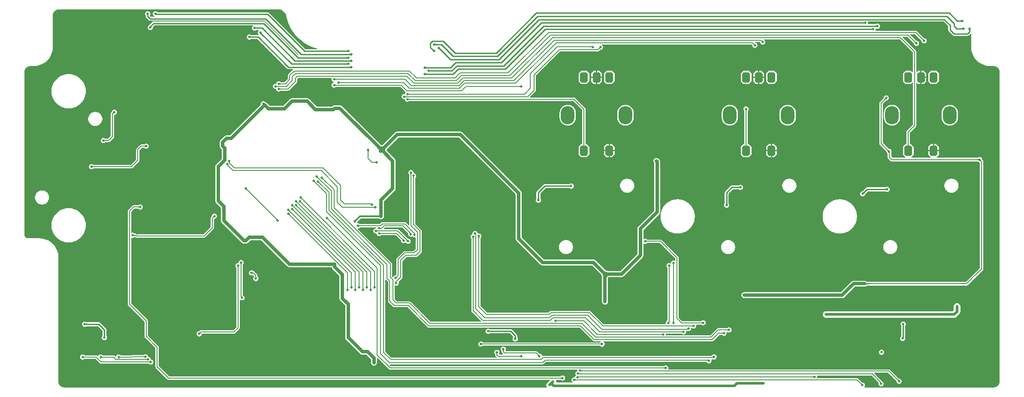
<source format=gbl>
G04*
G04 #@! TF.GenerationSoftware,Altium Limited,Altium Designer,22.1.2 (22)*
G04*
G04 Layer_Physical_Order=2*
G04 Layer_Color=16711680*
%FSLAX44Y44*%
%MOMM*%
G71*
G04*
G04 #@! TF.SameCoordinates,4FF52C19-E322-4989-B108-829305E1C033*
G04*
G04*
G04 #@! TF.FilePolarity,Positive*
G04*
G01*
G75*
%ADD14C,0.1524*%
%ADD80C,0.5080*%
%ADD86C,0.2540*%
%ADD87C,0.6350*%
%ADD88C,0.2032*%
%ADD89C,0.3048*%
%ADD92O,2.7000X3.6000*%
G04:AMPARAMS|DCode=93|XSize=1.6mm|YSize=2.1mm|CornerRadius=0mm|HoleSize=0mm|Usage=FLASHONLY|Rotation=180.000|XOffset=0mm|YOffset=0mm|HoleType=Round|Shape=Octagon|*
%AMOCTAGOND93*
4,1,8,0.4000,-1.0500,-0.4000,-1.0500,-0.8000,-0.6500,-0.8000,0.6500,-0.4000,1.0500,0.4000,1.0500,0.8000,0.6500,0.8000,-0.6500,0.4000,-1.0500,0.0*
%
%ADD93OCTAGOND93*%

%ADD94C,0.5000*%
G36*
X450534Y937166D02*
X450638Y937064D01*
X450761Y936974D01*
X450906Y936897D01*
X451072Y936831D01*
X451259Y936777D01*
X451466Y936735D01*
X451694Y936705D01*
X451943Y936687D01*
X452212Y936681D01*
X451493Y934141D01*
X451218Y934139D01*
X450317Y934075D01*
X450142Y934045D01*
X449987Y934010D01*
X449852Y933970D01*
X449737Y933925D01*
X449642Y933874D01*
X450452Y937279D01*
X450534Y937166D01*
D02*
G37*
G36*
X434729Y934101D02*
X434647Y933979D01*
X434575Y933839D01*
X434513Y933680D01*
X434460Y933502D01*
X434417Y933306D01*
X434383Y933092D01*
X434359Y932859D01*
X434340Y932337D01*
X431800D01*
X431795Y932607D01*
X431757Y933092D01*
X431723Y933306D01*
X431680Y933502D01*
X431627Y933680D01*
X431565Y933839D01*
X431493Y933979D01*
X431411Y934101D01*
X431320Y934205D01*
X434820D01*
X434729Y934101D01*
D02*
G37*
G36*
X2039105Y920270D02*
X2039001Y920361D01*
X2038879Y920443D01*
X2038739Y920515D01*
X2038580Y920577D01*
X2038402Y920630D01*
X2038206Y920673D01*
X2037992Y920707D01*
X2037759Y920731D01*
X2037237Y920750D01*
Y923290D01*
X2037507Y923295D01*
X2037992Y923333D01*
X2038206Y923367D01*
X2038402Y923410D01*
X2038580Y923463D01*
X2038739Y923525D01*
X2038879Y923597D01*
X2039001Y923679D01*
X2039105Y923770D01*
Y920270D01*
D02*
G37*
G36*
X1847175Y916639D02*
X1847078Y916742D01*
X1846962Y916834D01*
X1846827Y916915D01*
X1846672Y916985D01*
X1846499Y917045D01*
X1846306Y917094D01*
X1846093Y917131D01*
X1845862Y917158D01*
X1845342Y917180D01*
X1845628Y919720D01*
X1845899Y919724D01*
X1846603Y919784D01*
X1846800Y919821D01*
X1846979Y919865D01*
X1847140Y919918D01*
X1847282Y919978D01*
X1847406Y920047D01*
X1847511Y920123D01*
X1847175Y916639D01*
D02*
G37*
G36*
X1871305Y910290D02*
X1871208Y910392D01*
X1871092Y910484D01*
X1870957Y910565D01*
X1870802Y910635D01*
X1870629Y910695D01*
X1870436Y910743D01*
X1870224Y910781D01*
X1869992Y910808D01*
X1869472Y910830D01*
X1869758Y913370D01*
X1870029Y913374D01*
X1870733Y913435D01*
X1870930Y913471D01*
X1871109Y913515D01*
X1871270Y913568D01*
X1871412Y913628D01*
X1871536Y913697D01*
X1871641Y913773D01*
X1871305Y910290D01*
D02*
G37*
G36*
X441222Y911866D02*
X441035Y911670D01*
X440736Y911301D01*
X440624Y911127D01*
X440536Y910961D01*
X440474Y910803D01*
X440437Y910651D01*
X440424Y910507D01*
X440437Y910371D01*
X440474Y910241D01*
X437275Y911662D01*
X437331Y911690D01*
X437404Y911736D01*
X437492Y911802D01*
X437716Y911990D01*
X438358Y912595D01*
X438558Y912794D01*
X441222Y911866D01*
D02*
G37*
G36*
X645779Y909709D02*
X645901Y909627D01*
X646041Y909555D01*
X646200Y909493D01*
X646378Y909440D01*
X646574Y909397D01*
X646788Y909363D01*
X647021Y909339D01*
X647543Y909320D01*
Y906780D01*
X647273Y906775D01*
X646788Y906737D01*
X646574Y906703D01*
X646378Y906660D01*
X646200Y906607D01*
X646041Y906545D01*
X645901Y906473D01*
X645779Y906391D01*
X645675Y906300D01*
Y909800D01*
X645779Y909709D01*
D02*
G37*
G36*
X2041645Y905030D02*
X2041541Y905121D01*
X2041419Y905203D01*
X2041279Y905275D01*
X2041120Y905337D01*
X2040942Y905390D01*
X2040746Y905433D01*
X2040532Y905467D01*
X2040299Y905491D01*
X2039777Y905510D01*
Y908050D01*
X2040047Y908055D01*
X2040532Y908093D01*
X2040746Y908127D01*
X2040942Y908170D01*
X2041120Y908223D01*
X2041279Y908285D01*
X2041419Y908357D01*
X2041541Y908439D01*
X2041645Y908530D01*
Y905030D01*
D02*
G37*
G36*
X1862415Y903940D02*
X1862318Y904042D01*
X1862202Y904134D01*
X1862067Y904215D01*
X1861912Y904285D01*
X1861738Y904345D01*
X1861546Y904393D01*
X1861333Y904431D01*
X1861102Y904458D01*
X1860582Y904480D01*
X1860868Y907020D01*
X1861139Y907024D01*
X1861843Y907085D01*
X1862040Y907121D01*
X1862219Y907165D01*
X1862380Y907218D01*
X1862522Y907278D01*
X1862646Y907347D01*
X1862751Y907423D01*
X1862415Y903940D01*
D02*
G37*
G36*
X2056519Y904891D02*
X2056437Y904769D01*
X2056365Y904629D01*
X2056303Y904470D01*
X2056250Y904292D01*
X2056207Y904096D01*
X2056173Y903882D01*
X2056149Y903649D01*
X2056130Y903127D01*
X2053590D01*
X2053585Y903397D01*
X2053547Y903882D01*
X2053513Y904096D01*
X2053470Y904292D01*
X2053417Y904470D01*
X2053355Y904629D01*
X2053283Y904769D01*
X2053201Y904891D01*
X2053110Y904995D01*
X2056610D01*
X2056519Y904891D01*
D02*
G37*
G36*
X657802Y898754D02*
X657819Y898606D01*
X657857Y898454D01*
X657917Y898295D01*
X657997Y898130D01*
X658099Y897959D01*
X658223Y897782D01*
X658367Y897600D01*
X658720Y897216D01*
X656721Y895623D01*
X656526Y895812D01*
X655986Y896267D01*
X655821Y896381D01*
X655663Y896476D01*
X655512Y896552D01*
X655369Y896610D01*
X655233Y896649D01*
X655104Y896669D01*
X657806Y898895D01*
X657802Y898754D01*
D02*
G37*
G36*
X635444Y892107D02*
X635568Y892038D01*
X635710Y891978D01*
X635871Y891925D01*
X636050Y891881D01*
X636247Y891844D01*
X636698Y891796D01*
X636951Y891784D01*
X637222Y891780D01*
X637508Y889240D01*
X637238Y889235D01*
X636757Y889191D01*
X636544Y889154D01*
X636352Y889105D01*
X636178Y889045D01*
X636023Y888975D01*
X635888Y888894D01*
X635772Y888802D01*
X635675Y888699D01*
X635339Y892183D01*
X635444Y892107D01*
D02*
G37*
G36*
X1963340Y886022D02*
X1963517Y885887D01*
X1963705Y885768D01*
X1963906Y885665D01*
X1964118Y885579D01*
X1964342Y885508D01*
X1964578Y885455D01*
X1964825Y885417D01*
X1965084Y885395D01*
X1965355Y885390D01*
X1962880Y882915D01*
X1962875Y883186D01*
X1962853Y883445D01*
X1962815Y883692D01*
X1962762Y883928D01*
X1962691Y884152D01*
X1962605Y884364D01*
X1962502Y884565D01*
X1962383Y884753D01*
X1962248Y884930D01*
X1962097Y885096D01*
X1963174Y886173D01*
X1963340Y886022D01*
D02*
G37*
G36*
X1644570Y883482D02*
X1644747Y883347D01*
X1644935Y883228D01*
X1645136Y883125D01*
X1645348Y883039D01*
X1645572Y882969D01*
X1645808Y882915D01*
X1646055Y882877D01*
X1646314Y882855D01*
X1646585Y882850D01*
X1644110Y880375D01*
X1644105Y880646D01*
X1644083Y880905D01*
X1644045Y881152D01*
X1643992Y881388D01*
X1643921Y881612D01*
X1643835Y881824D01*
X1643732Y882025D01*
X1643613Y882213D01*
X1643478Y882390D01*
X1643327Y882555D01*
X1644404Y883633D01*
X1644570Y883482D01*
D02*
G37*
G36*
X1948100Y880942D02*
X1948277Y880807D01*
X1948466Y880688D01*
X1948666Y880585D01*
X1948878Y880499D01*
X1949102Y880428D01*
X1949338Y880375D01*
X1949585Y880337D01*
X1949844Y880315D01*
X1950115Y880310D01*
X1947640Y877835D01*
X1947635Y878106D01*
X1947613Y878365D01*
X1947575Y878612D01*
X1947522Y878848D01*
X1947451Y879072D01*
X1947365Y879284D01*
X1947262Y879484D01*
X1947143Y879673D01*
X1947008Y879850D01*
X1946857Y880015D01*
X1947935Y881093D01*
X1948100Y880942D01*
D02*
G37*
G36*
X1629330Y877132D02*
X1629507Y876997D01*
X1629695Y876878D01*
X1629896Y876775D01*
X1630108Y876689D01*
X1630332Y876618D01*
X1630568Y876565D01*
X1630815Y876527D01*
X1631074Y876505D01*
X1631345Y876500D01*
X1628870Y874025D01*
X1628865Y874296D01*
X1628843Y874555D01*
X1628805Y874802D01*
X1628752Y875038D01*
X1628681Y875262D01*
X1628595Y875474D01*
X1628492Y875675D01*
X1628373Y875863D01*
X1628238Y876040D01*
X1628087Y876206D01*
X1629164Y877283D01*
X1629330Y877132D01*
D02*
G37*
G36*
X1000438Y877147D02*
X1000560Y877066D01*
X1000701Y876994D01*
X1000860Y876931D01*
X1001037Y876878D01*
X1001233Y876835D01*
X1001448Y876802D01*
X1001681Y876778D01*
X1002203Y876758D01*
Y874218D01*
X1001933Y874214D01*
X1001448Y874175D01*
X1001233Y874142D01*
X1001037Y874098D01*
X1000860Y874046D01*
X1000701Y873983D01*
X1000560Y873911D01*
X1000438Y873830D01*
X1000335Y873738D01*
Y877238D01*
X1000438Y877147D01*
D02*
G37*
G36*
X1326545Y867690D02*
X1326274Y867685D01*
X1326015Y867663D01*
X1325768Y867625D01*
X1325532Y867571D01*
X1325308Y867501D01*
X1325096Y867415D01*
X1324895Y867312D01*
X1324707Y867193D01*
X1324530Y867058D01*
X1324364Y866907D01*
X1323287Y867984D01*
X1323438Y868150D01*
X1323573Y868327D01*
X1323692Y868515D01*
X1323795Y868716D01*
X1323881Y868928D01*
X1323952Y869152D01*
X1324005Y869388D01*
X1324043Y869635D01*
X1324065Y869894D01*
X1324070Y870165D01*
X1326545Y867690D01*
D02*
G37*
G36*
X257860Y944968D02*
X689880D01*
X689908Y944974D01*
X693259Y944644D01*
X696507Y943658D01*
X699501Y942058D01*
X702125Y939905D01*
X704278Y937281D01*
X705879Y934287D01*
X706479Y932308D01*
X706811Y931116D01*
X707120Y929883D01*
X708683Y923642D01*
X711419Y915997D01*
X714890Y908657D01*
X719064Y901692D01*
X723901Y895171D01*
X729354Y889154D01*
X735370Y883701D01*
X741892Y878865D01*
X748857Y874690D01*
X756197Y871218D01*
X763842Y868483D01*
X766870Y867725D01*
X766713Y866455D01*
X743979D01*
X672276Y938158D01*
X671015Y939000D01*
X669529Y939296D01*
X452163Y939296D01*
X451944Y939624D01*
X450276Y940738D01*
X448310Y941129D01*
X446343Y940738D01*
X444676Y939624D01*
X443562Y937956D01*
X443171Y935990D01*
X443562Y934024D01*
X444676Y932356D01*
X445989Y931480D01*
X445603Y930210D01*
X439264D01*
X436955Y932519D01*
Y932732D01*
X437818Y934024D01*
X438209Y935990D01*
X437818Y937956D01*
X436704Y939624D01*
X435037Y940738D01*
X433070Y941129D01*
X431104Y940738D01*
X429436Y939624D01*
X428322Y937956D01*
X427931Y935990D01*
X428322Y934024D01*
X429185Y932732D01*
Y930910D01*
X429481Y929423D01*
X430323Y928163D01*
X434908Y923578D01*
X436168Y922736D01*
X437655Y922440D01*
X441886D01*
X664156Y922440D01*
X730924Y855672D01*
X730506Y854294D01*
X730451Y854283D01*
X664748Y919986D01*
X663488Y920828D01*
X662001Y921123D01*
X457200Y921123D01*
X444799D01*
X443312Y920828D01*
X442052Y919986D01*
X436034Y913968D01*
X434516Y912954D01*
X433402Y911286D01*
X433011Y909320D01*
X433402Y907354D01*
X434516Y905686D01*
X436184Y904572D01*
X438150Y904181D01*
X440117Y904572D01*
X441784Y905686D01*
X442898Y907354D01*
X443289Y909320D01*
X443137Y910083D01*
X446408Y913354D01*
X457200D01*
X640470Y913354D01*
X640856Y912084D01*
X640256Y911684D01*
X639142Y910016D01*
X638751Y908050D01*
X639142Y906084D01*
X640256Y904416D01*
X641924Y903302D01*
X643890Y902911D01*
X645856Y903302D01*
X647148Y904165D01*
X651453D01*
X651839Y902895D01*
X651686Y902794D01*
X650572Y901126D01*
X650181Y899160D01*
X650572Y897194D01*
X651677Y895541D01*
X651662Y895470D01*
X651164Y894348D01*
X650930Y894395D01*
X636755D01*
X636620Y894409D01*
X636602Y894412D01*
X636602Y894413D01*
X635696Y895018D01*
X633730Y895409D01*
X631763Y895018D01*
X630096Y893904D01*
X628982Y892236D01*
X628591Y890270D01*
X628982Y888304D01*
X630096Y886636D01*
X631763Y885522D01*
X633730Y885131D01*
X635696Y885522D01*
X637347Y886625D01*
X649321D01*
X707873Y828073D01*
X709133Y827231D01*
X710620Y826935D01*
X719411D01*
X719796Y825665D01*
X719669Y825581D01*
X710779Y816691D01*
X710050Y815598D01*
X709793Y814310D01*
Y808084D01*
X702876Y801167D01*
X695444D01*
X695407Y801189D01*
X695354Y801229D01*
X695323Y801255D01*
X695204Y801434D01*
X693537Y802548D01*
X691570Y802939D01*
X689604Y802548D01*
X687936Y801434D01*
X686822Y799766D01*
X686431Y797800D01*
X686279Y797648D01*
X685220Y797859D01*
X683253Y797468D01*
X681586Y796354D01*
X680472Y794687D01*
X680081Y792720D01*
X680472Y790753D01*
X681586Y789086D01*
X683253Y787972D01*
X685220Y787581D01*
X686279Y787792D01*
X686431Y787640D01*
X686822Y785674D01*
X687936Y784006D01*
X689604Y782892D01*
X691570Y782501D01*
X693537Y782892D01*
X695204Y784006D01*
X695323Y784185D01*
X695354Y784211D01*
X695407Y784251D01*
X695444Y784273D01*
X709350D01*
X710638Y784530D01*
X711731Y785259D01*
X726971Y800499D01*
X727700Y801592D01*
X727957Y802880D01*
Y807835D01*
X729794Y809673D01*
X795311D01*
X795992Y808403D01*
X795651Y806690D01*
X796042Y804724D01*
X797156Y803056D01*
X798823Y801942D01*
X800432Y801622D01*
Y800328D01*
X798823Y800008D01*
X797156Y798894D01*
X796042Y797226D01*
X795651Y795260D01*
X796042Y793294D01*
X797156Y791626D01*
X798823Y790512D01*
X800790Y790121D01*
X802757Y790512D01*
X804424Y791626D01*
X804543Y791805D01*
X804574Y791831D01*
X804628Y791871D01*
X804664Y791893D01*
X931476D01*
X941218Y782151D01*
X941833Y781263D01*
X941381Y780282D01*
X940822Y779446D01*
X940431Y777480D01*
X940279Y777328D01*
X939220Y777539D01*
X937253Y777148D01*
X935586Y776034D01*
X934472Y774367D01*
X934081Y772400D01*
X934472Y770434D01*
X935586Y768766D01*
X937253Y767652D01*
X939220Y767261D01*
X940279Y767472D01*
X940431Y767320D01*
X940822Y765353D01*
X941936Y763686D01*
X943604Y762572D01*
X945570Y762181D01*
X947536Y762572D01*
X949204Y763686D01*
X949323Y763865D01*
X949354Y763891D01*
X949408Y763931D01*
X949444Y763953D01*
X1273105D01*
X1290493Y746565D01*
Y678700D01*
X1288590D01*
X1283320Y673430D01*
Y657890D01*
X1288590Y652620D01*
X1299130D01*
X1304400Y657890D01*
Y673430D01*
X1299130Y678700D01*
X1297227D01*
Y747960D01*
X1296970Y749248D01*
X1296241Y750341D01*
X1276881Y769701D01*
X1275788Y770430D01*
X1274500Y770687D01*
X1187767D01*
X1187281Y771860D01*
X1198141Y782719D01*
X1198870Y783812D01*
X1199127Y785100D01*
Y814185D01*
X1246684Y861743D01*
X1321490D01*
X1322778Y862000D01*
X1323871Y862729D01*
X1326212Y865070D01*
X1326253Y865080D01*
X1326318Y865090D01*
X1326359Y865093D01*
X1326570Y865051D01*
X1328537Y865442D01*
X1330204Y866556D01*
X1331318Y868223D01*
X1331709Y870190D01*
X1331318Y872157D01*
X1330204Y873824D01*
X1329276Y874443D01*
X1329662Y875713D01*
X1624895D01*
X1626250Y874359D01*
X1626260Y874317D01*
X1626270Y874252D01*
X1626273Y874211D01*
X1626231Y874000D01*
X1626622Y872033D01*
X1627736Y870366D01*
X1629404Y869252D01*
X1631370Y868861D01*
X1633336Y869252D01*
X1635004Y870366D01*
X1636118Y872033D01*
X1636509Y874000D01*
X1636118Y875966D01*
X1635004Y877634D01*
X1633336Y878748D01*
X1631636Y879086D01*
X1631295Y879523D01*
X1631912Y880787D01*
X1631921Y880793D01*
X1640265D01*
X1641471Y880350D01*
X1641862Y878383D01*
X1642976Y876716D01*
X1644644Y875602D01*
X1646610Y875211D01*
X1648577Y875602D01*
X1650244Y876716D01*
X1651358Y878383D01*
X1651749Y880350D01*
X1651358Y882317D01*
X1650244Y883984D01*
X1649316Y884603D01*
X1649702Y885873D01*
X1916996D01*
X1942963Y859905D01*
Y821526D01*
X1941790Y821040D01*
X1939130Y823700D01*
X1928590D01*
X1923320Y818430D01*
Y802890D01*
X1928590Y797620D01*
X1939130D01*
X1941790Y800280D01*
X1942963Y799794D01*
Y716645D01*
X1931479Y705161D01*
X1930750Y704068D01*
X1930493Y702780D01*
Y678700D01*
X1928590D01*
X1923320Y673430D01*
Y657890D01*
X1928374Y652836D01*
X1928069Y651566D01*
X1903382D01*
X1900426Y654522D01*
Y661386D01*
X1900373Y661652D01*
X1900668Y662094D01*
X1901059Y664060D01*
X1900668Y666027D01*
X1899554Y667694D01*
X1897887Y668808D01*
X1895920Y669199D01*
X1895911Y669197D01*
X1883916Y681192D01*
Y758198D01*
X1890441Y764723D01*
X1890450Y764721D01*
X1892417Y765112D01*
X1894084Y766226D01*
X1895198Y767894D01*
X1895589Y769860D01*
X1895198Y771826D01*
X1894084Y773494D01*
X1892417Y774608D01*
X1890450Y774999D01*
X1888483Y774608D01*
X1886816Y773494D01*
X1885702Y771826D01*
X1885311Y769860D01*
X1885313Y769851D01*
X1877726Y762264D01*
X1876940Y761087D01*
X1876664Y759700D01*
X1876664Y759700D01*
Y679690D01*
X1876664Y679690D01*
X1876940Y678303D01*
X1877726Y677126D01*
X1890783Y664069D01*
X1890781Y664060D01*
X1891172Y662094D01*
X1892286Y660426D01*
X1893174Y659833D01*
Y653020D01*
X1893174Y653020D01*
X1893450Y651633D01*
X1894236Y650456D01*
X1899316Y645376D01*
X1899316Y645376D01*
X1900493Y644590D01*
X1901880Y644314D01*
X1901880Y644314D01*
X2070961D01*
X2070966Y644306D01*
X2072634Y643192D01*
X2074600Y642801D01*
X2074784Y641568D01*
Y433302D01*
X2047698Y406216D01*
X1856361D01*
X1855177Y406243D01*
X1853540Y406377D01*
X1852934Y406466D01*
X1852431Y406568D01*
X1852067Y406670D01*
X1851973Y406706D01*
X1851970Y406710D01*
X1850080Y407973D01*
X1847850Y408417D01*
X1826260D01*
X1824030Y407973D01*
X1822140Y406710D01*
X1801094Y385665D01*
X1610526D01*
X1608296Y385221D01*
X1606406Y383958D01*
X1605143Y382068D01*
X1604699Y379838D01*
X1605143Y377608D01*
X1606406Y375718D01*
X1608296Y374454D01*
X1610526Y374011D01*
X1803508D01*
X1805738Y374454D01*
X1807628Y375718D01*
X1828674Y396763D01*
X1847850D01*
X1850080Y397207D01*
X1851970Y398470D01*
X1851973Y398474D01*
X1852067Y398510D01*
X1852431Y398612D01*
X1852934Y398714D01*
X1853518Y398800D01*
X1856045Y398964D01*
X2049200D01*
X2049200Y398964D01*
X2050587Y399240D01*
X2051764Y400026D01*
X2080974Y429236D01*
X2080974Y429236D01*
X2081760Y430412D01*
X2082036Y431800D01*
X2082036Y431800D01*
Y644130D01*
X2082036Y644130D01*
X2081760Y645518D01*
X2080974Y646694D01*
X2079737Y647931D01*
X2079739Y647940D01*
X2079348Y649906D01*
X2078234Y651574D01*
X2076566Y652688D01*
X2074600Y653079D01*
X2072634Y652688D01*
X2070966Y651574D01*
X2070961Y651566D01*
X1989651D01*
X1989346Y652836D01*
X1994400Y657890D01*
Y664390D01*
X1983860D01*
X1973320D01*
Y657890D01*
X1978374Y652836D01*
X1978069Y651566D01*
X1939651D01*
X1939346Y652836D01*
X1944400Y657890D01*
Y673430D01*
X1939130Y678700D01*
X1937227D01*
Y701385D01*
X1948711Y712869D01*
X1949440Y713962D01*
X1949697Y715250D01*
Y799854D01*
X1950870Y800340D01*
X1953590Y797620D01*
X1957590D01*
Y810660D01*
Y823700D01*
X1953590D01*
X1950870Y820980D01*
X1949697Y821466D01*
Y861300D01*
X1949440Y862588D01*
X1948711Y863681D01*
X1922611Y889780D01*
X1923097Y890953D01*
X1932236D01*
X1945020Y878168D01*
X1945030Y878127D01*
X1945040Y878062D01*
X1945043Y878021D01*
X1945001Y877810D01*
X1945392Y875844D01*
X1946506Y874176D01*
X1948174Y873062D01*
X1950140Y872671D01*
X1952106Y873062D01*
X1953774Y874176D01*
X1954888Y875844D01*
X1955279Y877810D01*
X1954888Y879777D01*
X1953774Y881444D01*
X1952106Y882558D01*
X1950140Y882949D01*
X1949929Y882907D01*
X1949888Y882910D01*
X1949823Y882920D01*
X1949781Y882930D01*
X1937851Y894860D01*
X1938337Y896033D01*
X1947475D01*
X1960260Y883249D01*
X1960270Y883207D01*
X1960280Y883142D01*
X1960283Y883101D01*
X1960241Y882890D01*
X1960632Y880923D01*
X1961746Y879256D01*
X1963414Y878142D01*
X1965380Y877751D01*
X1967346Y878142D01*
X1969014Y879256D01*
X1970128Y880923D01*
X1970519Y882890D01*
X1970128Y884856D01*
X1969014Y886524D01*
X1967346Y887638D01*
X1965380Y888029D01*
X1965169Y887987D01*
X1965128Y887990D01*
X1965063Y888000D01*
X1965022Y888010D01*
X1951251Y901781D01*
X1950158Y902510D01*
X1948870Y902767D01*
X1870000D01*
X1869206Y904037D01*
X1869499Y905510D01*
X1869213Y906945D01*
X1869226Y906984D01*
X1870341Y907742D01*
X1871284Y907112D01*
X1873250Y906721D01*
X1875217Y907112D01*
X1876884Y908226D01*
X1877998Y909893D01*
X1878389Y911860D01*
X1877998Y913827D01*
X1876884Y915494D01*
X1875217Y916608D01*
X1873250Y916999D01*
X1871284Y916608D01*
X1870379Y916003D01*
X1870161Y915985D01*
X1855106D01*
X1854069Y917255D01*
X1854259Y918210D01*
X1853973Y919645D01*
X1854785Y920915D01*
X2003721D01*
X2012875Y911761D01*
Y904240D01*
X2013171Y902753D01*
X2014013Y901493D01*
X2021633Y893873D01*
X2022893Y893031D01*
X2024380Y892735D01*
X2051050D01*
X2052537Y893031D01*
X2053797Y893873D01*
X2056898Y896975D01*
X2058168Y896449D01*
Y870660D01*
X2058104D01*
X2058569Y864754D01*
X2059952Y858993D01*
X2062219Y853519D01*
X2065314Y848467D01*
X2069162Y843962D01*
X2073667Y840114D01*
X2078719Y837019D01*
X2084193Y834752D01*
X2089954Y833369D01*
X2095860Y832904D01*
Y832968D01*
X2095860Y832968D01*
X2100594D01*
X2100614Y832968D01*
X2101860Y832968D01*
X2103076Y832838D01*
X2105054Y832578D01*
X2108029Y831346D01*
X2110585Y829385D01*
X2112545Y826829D01*
X2113778Y823854D01*
X2114187Y820752D01*
X2114168Y820660D01*
Y209660D01*
X2114187Y209568D01*
X2113778Y206467D01*
X2112545Y203491D01*
X2110585Y200935D01*
X2108029Y198974D01*
X2105054Y197742D01*
X2101952Y197334D01*
X2101860Y197352D01*
X1847607D01*
X1847249Y198176D01*
X1847151Y198622D01*
X1848208Y200203D01*
X1848599Y202170D01*
X1848208Y204137D01*
X1847094Y205804D01*
X1845426Y206918D01*
X1843460Y207309D01*
X1842940Y207205D01*
X1842806Y207217D01*
X1842703Y207205D01*
X1835197Y214711D01*
X1834105Y215440D01*
X1832816Y215697D01*
X1754740D01*
X1753840Y216967D01*
X1754089Y218215D01*
X1753781Y219764D01*
X1754540Y221034D01*
X1861745D01*
X1875653Y207125D01*
Y206921D01*
X1875665Y206860D01*
X1875542Y206677D01*
X1875151Y204710D01*
X1875542Y202743D01*
X1876656Y201076D01*
X1878324Y199962D01*
X1880290Y199571D01*
X1882256Y199962D01*
X1883924Y201076D01*
X1885038Y202743D01*
X1885429Y204710D01*
X1885038Y206677D01*
X1883924Y208344D01*
X1882256Y209458D01*
X1882198Y209469D01*
X1882130Y209808D01*
X1881401Y210901D01*
X1866971Y225330D01*
X1867457Y226503D01*
X1894375D01*
X1910730Y210149D01*
X1910740Y210107D01*
X1910750Y210042D01*
X1910753Y210001D01*
X1910711Y209790D01*
X1911102Y207824D01*
X1912216Y206156D01*
X1913884Y205042D01*
X1915850Y204651D01*
X1917816Y205042D01*
X1919484Y206156D01*
X1920598Y207824D01*
X1920989Y209790D01*
X1920598Y211756D01*
X1919484Y213424D01*
X1917816Y214538D01*
X1915850Y214929D01*
X1915639Y214887D01*
X1915598Y214890D01*
X1915533Y214900D01*
X1915491Y214910D01*
X1898151Y232251D01*
X1897058Y232980D01*
X1895770Y233237D01*
X1460899D01*
X1460218Y234507D01*
X1460559Y236220D01*
X1460168Y238186D01*
X1459054Y239854D01*
X1457386Y240968D01*
X1455420Y241359D01*
X1453454Y240968D01*
X1451786Y239854D01*
X1451667Y239675D01*
X1451636Y239649D01*
X1451582Y239609D01*
X1451546Y239587D01*
X912915D01*
X910518Y241983D01*
X911044Y243253D01*
X1212270D01*
X1213558Y243510D01*
X1214651Y244239D01*
X1218745Y248333D01*
X1535741D01*
X1535762Y248223D01*
X1536876Y246556D01*
X1538544Y245442D01*
X1540510Y245051D01*
X1542477Y245442D01*
X1544144Y246556D01*
X1545258Y248223D01*
X1545649Y250190D01*
X1545258Y252157D01*
X1545166Y252293D01*
X1545765Y253413D01*
X1547624D01*
X1547650Y253410D01*
X1547946Y253354D01*
X1548028Y253334D01*
X1548544Y253169D01*
X1548703Y253062D01*
X1550670Y252671D01*
X1552637Y253062D01*
X1554304Y254176D01*
X1555418Y255844D01*
X1555809Y257810D01*
X1555418Y259776D01*
X1554304Y261444D01*
X1552637Y262558D01*
X1550670Y262949D01*
X1548703Y262558D01*
X1547036Y261444D01*
X1546170Y260147D01*
X1213540D01*
X1212252Y259890D01*
X1212242Y259884D01*
X1210830Y260468D01*
X1210668Y261287D01*
X1209554Y262954D01*
X1207887Y264068D01*
X1205920Y264459D01*
X1205709Y264417D01*
X1205668Y264420D01*
X1205603Y264430D01*
X1205562Y264440D01*
X1201951Y268051D01*
X1200858Y268780D01*
X1199570Y269037D01*
X1139547D01*
X1138868Y270307D01*
X1139548Y271324D01*
X1139939Y273290D01*
X1139548Y275257D01*
X1138434Y276924D01*
X1136767Y278038D01*
X1134800Y278429D01*
X1132833Y278038D01*
X1131166Y276924D01*
X1130052Y275257D01*
X1129661Y273290D01*
X1130052Y271324D01*
X1131166Y269656D01*
X1131345Y269537D01*
X1131371Y269506D01*
X1131411Y269452D01*
X1131433Y269416D01*
Y268210D01*
X1131690Y266922D01*
X1132419Y265829D01*
X1134292Y263957D01*
X1133766Y262687D01*
X1126847D01*
X1126168Y263957D01*
X1126848Y264974D01*
X1127239Y266940D01*
X1126848Y268906D01*
X1125734Y270574D01*
X1124066Y271688D01*
X1122100Y272079D01*
X1120134Y271688D01*
X1118466Y270574D01*
X1117352Y268906D01*
X1116961Y266940D01*
X1117352Y264974D01*
X1118466Y263306D01*
X1118645Y263187D01*
X1118671Y263156D01*
X1118711Y263102D01*
X1118733Y263066D01*
Y261860D01*
X1118990Y260572D01*
X1119719Y259479D01*
X1121592Y257607D01*
X1121066Y256337D01*
X913944D01*
X901947Y268335D01*
Y409854D01*
X902847Y410246D01*
X903217Y410282D01*
X907223Y406275D01*
Y368300D01*
X907480Y367012D01*
X908209Y365919D01*
X917099Y357029D01*
X918192Y356300D01*
X919480Y356043D01*
X945686D01*
X985099Y316629D01*
X986192Y315900D01*
X987480Y315643D01*
X1285806D01*
X1311489Y289959D01*
X1312582Y289230D01*
X1313870Y288973D01*
X1326958D01*
X1327343Y287703D01*
X1326056Y286844D01*
X1325937Y286665D01*
X1325906Y286639D01*
X1325852Y286599D01*
X1325816Y286577D01*
X1094375D01*
X1094364Y286587D01*
X1094253Y286715D01*
X1094204Y286753D01*
X1093984Y287084D01*
X1092317Y288198D01*
X1090350Y288589D01*
X1088383Y288198D01*
X1086716Y287084D01*
X1085602Y285417D01*
X1085211Y283450D01*
X1085602Y281483D01*
X1086716Y279816D01*
X1088383Y278702D01*
X1090350Y278311D01*
X1092317Y278702D01*
X1093373Y279408D01*
X1093575Y279513D01*
X1093737Y279642D01*
X1093836Y279713D01*
X1093920Y279766D01*
X1093989Y279803D01*
X1094044Y279828D01*
X1094083Y279843D01*
X1325816D01*
X1325852Y279821D01*
X1325906Y279781D01*
X1325937Y279755D01*
X1326056Y279576D01*
X1327724Y278462D01*
X1329690Y278071D01*
X1331656Y278462D01*
X1333324Y279576D01*
X1334438Y281243D01*
X1334829Y283210D01*
X1334438Y285177D01*
X1333324Y286844D01*
X1332037Y287703D01*
X1332422Y288973D01*
X1547100D01*
X1548388Y289230D01*
X1549481Y289959D01*
X1561012Y301491D01*
X1566551D01*
X1566588Y301468D01*
X1566641Y301429D01*
X1566672Y301402D01*
X1566792Y301224D01*
X1568459Y300110D01*
X1570425Y299719D01*
X1572392Y300110D01*
X1574059Y301224D01*
X1575173Y302891D01*
X1575564Y304857D01*
X1575323Y306066D01*
X1576184Y307293D01*
X1576802Y307411D01*
X1576880Y307388D01*
X1578167Y306528D01*
X1580133Y306137D01*
X1582100Y306528D01*
X1583767Y307642D01*
X1584881Y309309D01*
X1585272Y311276D01*
X1584881Y313242D01*
X1583767Y314909D01*
X1582100Y316023D01*
X1580133Y316414D01*
X1578167Y316023D01*
X1576500Y314909D01*
X1576380Y314731D01*
X1576349Y314704D01*
X1576296Y314665D01*
X1576260Y314642D01*
X1558416D01*
X1557127Y314386D01*
X1556035Y313656D01*
X1543165Y300787D01*
X1456187D01*
X1455381Y301768D01*
X1455479Y302260D01*
X1455332Y302997D01*
X1456374Y304267D01*
X1486486D01*
X1486523Y304245D01*
X1486576Y304205D01*
X1486607Y304179D01*
X1486726Y304000D01*
X1488394Y302886D01*
X1490360Y302495D01*
X1492327Y302886D01*
X1493994Y304000D01*
X1495108Y305667D01*
X1495499Y307634D01*
X1495412Y308072D01*
X1496217Y309053D01*
X1497909D01*
X1498476Y309166D01*
X1500360Y308791D01*
X1502327Y309182D01*
X1503994Y310296D01*
X1505108Y311964D01*
X1505499Y313930D01*
X1505353Y314662D01*
X1505543Y314892D01*
X1506726Y315376D01*
X1508394Y314262D01*
X1510360Y313871D01*
X1512327Y314262D01*
X1513994Y315376D01*
X1515108Y317043D01*
X1515499Y319010D01*
X1515158Y320723D01*
X1515839Y321993D01*
X1525261D01*
X1525297Y321971D01*
X1525351Y321931D01*
X1525382Y321905D01*
X1525501Y321726D01*
X1527168Y320612D01*
X1529135Y320221D01*
X1531102Y320612D01*
X1532769Y321726D01*
X1533883Y323394D01*
X1534274Y325360D01*
X1533883Y327327D01*
X1532769Y328994D01*
X1531102Y330108D01*
X1529135Y330499D01*
X1527168Y330108D01*
X1525501Y328994D01*
X1525382Y328815D01*
X1525351Y328789D01*
X1525297Y328749D01*
X1525261Y328727D01*
X1487984D01*
X1481067Y335644D01*
Y453630D01*
X1480810Y454918D01*
X1480081Y456011D01*
X1447301Y488791D01*
X1446208Y489520D01*
X1444920Y489777D01*
X1418654D01*
X1418618Y489799D01*
X1418564Y489839D01*
X1418533Y489865D01*
X1418414Y490044D01*
X1416747Y491158D01*
X1414780Y491549D01*
X1412814Y491158D01*
X1412407Y490886D01*
X1411137Y491565D01*
Y508924D01*
X1442450Y540238D01*
X1443713Y542128D01*
X1444157Y544358D01*
Y644130D01*
X1443713Y646360D01*
X1442450Y648250D01*
X1441180Y649520D01*
X1439290Y650783D01*
X1437060Y651227D01*
X1434830Y650783D01*
X1432940Y649520D01*
X1431677Y647630D01*
X1431233Y645400D01*
X1431677Y643170D01*
X1432503Y641933D01*
Y546772D01*
X1401190Y515458D01*
X1399927Y513568D01*
X1399483Y511338D01*
Y461124D01*
X1366066Y427707D01*
X1341861D01*
X1341046Y427797D01*
X1340070Y427983D01*
X1339134Y428242D01*
X1338232Y428572D01*
X1337360Y428976D01*
X1336516Y429456D01*
X1335695Y430014D01*
X1335054Y430527D01*
X1316720Y448860D01*
X1314830Y450123D01*
X1312600Y450567D01*
X1214684D01*
X1171107Y494144D01*
Y581900D01*
X1170663Y584130D01*
X1169400Y586020D01*
X1053830Y701590D01*
X1051940Y702853D01*
X1049710Y703297D01*
X925250D01*
X923020Y702853D01*
X921130Y701590D01*
X896697Y677158D01*
X896135Y676764D01*
X895608Y676501D01*
X895162Y676367D01*
X894770Y676328D01*
X894378Y676367D01*
X893932Y676501D01*
X893405Y676764D01*
X892843Y677158D01*
X816340Y753660D01*
X814450Y754923D01*
X812220Y755367D01*
X802060D01*
X799830Y754923D01*
X797940Y753660D01*
X797106Y752827D01*
X766374D01*
X751570Y767630D01*
X749680Y768893D01*
X747450Y769337D01*
X718240D01*
X716010Y768893D01*
X714120Y767630D01*
X700586Y754097D01*
X673664D01*
X667750Y760010D01*
X665860Y761273D01*
X665158Y761413D01*
X664724Y762064D01*
X663056Y763178D01*
X661090Y763569D01*
X659124Y763178D01*
X657456Y762064D01*
X656342Y760396D01*
X655951Y758430D01*
X656280Y756780D01*
X634110Y734610D01*
X629030Y729530D01*
X595176Y695677D01*
X588700D01*
X586470Y695233D01*
X584580Y693970D01*
X576960Y686350D01*
X575697Y684460D01*
X575253Y682230D01*
Y674610D01*
X575697Y672380D01*
X576960Y670490D01*
X579063Y668386D01*
Y649084D01*
X568070Y638090D01*
X566807Y636200D01*
X566363Y633970D01*
Y566660D01*
X566807Y564430D01*
X568070Y562540D01*
X577793Y552816D01*
Y527290D01*
X578237Y525060D01*
X579500Y523170D01*
X618870Y483800D01*
X620760Y482537D01*
X622990Y482093D01*
X624805Y482454D01*
X626770Y482063D01*
X629000Y482507D01*
X630891Y483770D01*
X635564Y488443D01*
X657406D01*
X709069Y436780D01*
X710960Y435517D01*
X713190Y435073D01*
X796364D01*
X796647Y433650D01*
X797910Y431759D01*
X811473Y418196D01*
Y373620D01*
X811917Y371390D01*
X813180Y369500D01*
X822903Y359776D01*
Y330440D01*
Y296150D01*
X823347Y293920D01*
X824610Y292030D01*
X852550Y264090D01*
X854440Y262827D01*
X856670Y262383D01*
X864416D01*
X873703Y253096D01*
Y246620D01*
X874147Y244390D01*
X875410Y242500D01*
X877300Y241237D01*
X879530Y240793D01*
X881760Y241237D01*
X883650Y242500D01*
X884913Y244390D01*
X885357Y246620D01*
Y255510D01*
X885279Y255904D01*
X886449Y256530D01*
X909139Y233839D01*
X910232Y233110D01*
X911520Y232853D01*
X1280083D01*
X1280889Y231872D01*
X1280791Y231380D01*
X1281074Y229961D01*
X1280154Y229778D01*
X1278486Y228664D01*
X1277372Y226996D01*
X1276981Y225030D01*
X1277372Y223064D01*
X1278257Y221739D01*
X1277216Y221044D01*
X1276102Y219377D01*
X1275711Y217410D01*
X1275559Y217258D01*
X1274500Y217469D01*
X1272533Y217078D01*
X1270866Y215964D01*
X1269752Y214296D01*
X1269361Y212330D01*
X1269752Y210364D01*
X1270866Y208696D01*
X1271303Y208404D01*
X1270918Y207134D01*
X1240202D01*
X1239397Y208116D01*
X1239579Y209035D01*
X1239087Y211513D01*
X1238993Y211653D01*
X1239591Y212773D01*
X1247766D01*
X1247802Y212751D01*
X1247856Y212711D01*
X1247887Y212685D01*
X1248006Y212506D01*
X1249673Y211392D01*
X1251640Y211001D01*
X1253606Y211392D01*
X1255274Y212506D01*
X1256388Y214174D01*
X1256779Y216140D01*
X1256388Y218106D01*
X1255274Y219774D01*
X1253606Y220888D01*
X1251640Y221279D01*
X1249673Y220888D01*
X1248006Y219774D01*
X1247887Y219595D01*
X1247856Y219569D01*
X1247802Y219529D01*
X1247766Y219507D01*
X475794D01*
X454907Y240394D01*
Y277100D01*
X454650Y278388D01*
X453921Y279481D01*
X433317Y300084D01*
Y329170D01*
X433060Y330458D01*
X432331Y331551D01*
X400297Y363585D01*
Y492578D01*
X401567Y493429D01*
X402920Y493160D01*
X404886Y493551D01*
X406553Y494665D01*
X406673Y494843D01*
X406704Y494870D01*
X406757Y494909D01*
X406793Y494932D01*
X407462D01*
X408539Y494212D01*
X409827Y493956D01*
X544762D01*
X546051Y494212D01*
X547143Y494942D01*
X563141Y510939D01*
X563870Y512032D01*
X564127Y513320D01*
Y529835D01*
X564570Y531041D01*
X566536Y531432D01*
X568204Y532546D01*
X569318Y534213D01*
X569709Y536180D01*
X569318Y538147D01*
X568204Y539814D01*
X566536Y540928D01*
X564570Y541319D01*
X562603Y540928D01*
X560936Y539814D01*
X559822Y538147D01*
X559431Y536180D01*
X559473Y535969D01*
X559470Y535928D01*
X559460Y535863D01*
X559450Y535821D01*
X558379Y534751D01*
X557650Y533658D01*
X557393Y532370D01*
Y514715D01*
X543368Y500689D01*
X411217D01*
X410140Y501409D01*
X408851Y501665D01*
X406793D01*
X406757Y501688D01*
X406704Y501727D01*
X406673Y501754D01*
X406553Y501932D01*
X404886Y503046D01*
X402920Y503437D01*
X401567Y503168D01*
X400297Y504019D01*
Y544945D01*
X406163Y550812D01*
X414286D01*
X414322Y550789D01*
X414376Y550750D01*
X414407Y550723D01*
X414526Y550545D01*
X416193Y549431D01*
X418160Y549040D01*
X420126Y549431D01*
X421793Y550545D01*
X422907Y552212D01*
X423298Y554178D01*
X422907Y556145D01*
X421793Y557812D01*
X420126Y558926D01*
X418160Y559317D01*
X416193Y558926D01*
X414526Y557812D01*
X414407Y557634D01*
X414376Y557607D01*
X414322Y557568D01*
X414286Y557545D01*
X404768D01*
X403480Y557289D01*
X402388Y556559D01*
X394549Y548721D01*
X393820Y547628D01*
X393563Y546340D01*
Y362190D01*
X393820Y360902D01*
X394549Y359809D01*
X426583Y327775D01*
Y298690D01*
X426840Y297402D01*
X427569Y296309D01*
X448173Y275706D01*
Y239000D01*
X448430Y237712D01*
X449159Y236619D01*
X472019Y213759D01*
X473112Y213030D01*
X474400Y212773D01*
X1226028D01*
X1226514Y211600D01*
X1221422Y206508D01*
X1220018Y204408D01*
X1219526Y201930D01*
X1220018Y199452D01*
X1220573Y198622D01*
X1219895Y197352D01*
X268860D01*
X268768Y197334D01*
X265667Y197742D01*
X262691Y198974D01*
X260135Y200935D01*
X258174Y203491D01*
X256942Y206467D01*
X256683Y208433D01*
X256552Y209660D01*
X256552Y209660D01*
X256552Y210906D01*
Y454660D01*
X256552Y454660D01*
X256616D01*
X256152Y460566D01*
X254769Y466327D01*
X252501Y471801D01*
X249406Y476853D01*
X245558Y481358D01*
X241053Y485206D01*
X236001Y488301D01*
X230527Y490569D01*
X224766Y491952D01*
X218860Y492416D01*
Y492352D01*
X218860Y492352D01*
X196860D01*
Y492365D01*
X194972Y492613D01*
X193212Y493342D01*
X191701Y494501D01*
X190542Y496012D01*
X189813Y497772D01*
X189565Y499660D01*
X189552D01*
Y820660D01*
X189534Y820752D01*
X189942Y823854D01*
X191175Y826829D01*
X193135Y829385D01*
X195691Y831346D01*
X198666Y832578D01*
X200634Y832837D01*
X201860Y832968D01*
X201860Y832968D01*
X203106Y832968D01*
X206590D01*
X207860Y832940D01*
X207860Y832904D01*
X209116Y833002D01*
X213766Y833369D01*
X219527Y834752D01*
X225001Y837019D01*
X230053Y840114D01*
X234558Y843962D01*
X238406Y848467D01*
X241501Y853519D01*
X243769Y858993D01*
X245152Y864754D01*
X245616Y870660D01*
X245552D01*
Y932660D01*
X245534Y932752D01*
X245942Y935854D01*
X247174Y938829D01*
X249135Y941385D01*
X251691Y943345D01*
X254667Y944578D01*
X257768Y944986D01*
X257860Y944968D01*
D02*
G37*
G36*
X1009798Y868826D02*
X1009827Y868682D01*
X1009875Y868532D01*
X1009943Y868375D01*
X1010032Y868212D01*
X1010140Y868043D01*
X1010268Y867868D01*
X1010416Y867686D01*
X1010771Y867303D01*
X1008975Y865507D01*
X1008781Y865695D01*
X1008410Y866010D01*
X1008235Y866138D01*
X1008066Y866246D01*
X1007903Y866335D01*
X1007746Y866403D01*
X1007596Y866451D01*
X1007452Y866480D01*
X1007315Y866488D01*
X1009790Y868963D01*
X1009798Y868826D01*
D02*
G37*
G36*
X996759Y865782D02*
X997129Y865466D01*
X997304Y865338D01*
X997474Y865230D01*
X997636Y865142D01*
X997793Y865074D01*
X997943Y865025D01*
X998087Y864997D01*
X998225Y864988D01*
X995750Y862513D01*
X995741Y862651D01*
X995713Y862795D01*
X995664Y862945D01*
X995596Y863102D01*
X995508Y863264D01*
X995400Y863434D01*
X995272Y863609D01*
X995124Y863791D01*
X994768Y864174D01*
X996564Y865970D01*
X996759Y865782D01*
D02*
G37*
G36*
X826945Y860820D02*
X826841Y860911D01*
X826719Y860993D01*
X826579Y861065D01*
X826420Y861127D01*
X826242Y861180D01*
X826046Y861223D01*
X825832Y861257D01*
X825599Y861281D01*
X825077Y861300D01*
Y863840D01*
X825347Y863845D01*
X825832Y863883D01*
X826046Y863917D01*
X826242Y863960D01*
X826420Y864013D01*
X826579Y864075D01*
X826719Y864147D01*
X826841Y864229D01*
X826945Y864320D01*
Y860820D01*
D02*
G37*
G36*
X833295Y854320D02*
X833191Y854411D01*
X833069Y854493D01*
X832929Y854565D01*
X832770Y854627D01*
X832592Y854680D01*
X832396Y854723D01*
X832182Y854757D01*
X831949Y854781D01*
X831427Y854800D01*
Y857340D01*
X831697Y857345D01*
X832182Y857383D01*
X832396Y857417D01*
X832592Y857460D01*
X832770Y857513D01*
X832929Y857575D01*
X833069Y857647D01*
X833191Y857729D01*
X833295Y857820D01*
Y854320D01*
D02*
G37*
G36*
X826945Y847820D02*
X826841Y847911D01*
X826719Y847993D01*
X826579Y848065D01*
X826420Y848127D01*
X826242Y848180D01*
X826046Y848223D01*
X825832Y848257D01*
X825599Y848281D01*
X825077Y848300D01*
Y850840D01*
X825347Y850845D01*
X825832Y850883D01*
X826046Y850917D01*
X826242Y850960D01*
X826420Y851013D01*
X826579Y851075D01*
X826719Y851147D01*
X826841Y851229D01*
X826945Y851320D01*
Y847820D01*
D02*
G37*
G36*
X833295Y841770D02*
X833191Y841861D01*
X833069Y841943D01*
X832929Y842015D01*
X832770Y842077D01*
X832592Y842130D01*
X832396Y842173D01*
X832182Y842207D01*
X831949Y842231D01*
X831427Y842250D01*
Y844790D01*
X831697Y844795D01*
X832182Y844833D01*
X832396Y844867D01*
X832592Y844910D01*
X832770Y844963D01*
X832929Y845025D01*
X833069Y845097D01*
X833191Y845179D01*
X833295Y845270D01*
Y841770D01*
D02*
G37*
G36*
X826945Y835420D02*
X826841Y835511D01*
X826719Y835593D01*
X826579Y835665D01*
X826420Y835727D01*
X826242Y835780D01*
X826046Y835823D01*
X825832Y835857D01*
X825599Y835881D01*
X825077Y835900D01*
Y838440D01*
X825347Y838445D01*
X825832Y838483D01*
X826046Y838517D01*
X826242Y838560D01*
X826420Y838613D01*
X826579Y838675D01*
X826719Y838747D01*
X826841Y838829D01*
X826945Y838920D01*
Y835420D01*
D02*
G37*
G36*
X833295Y829070D02*
X833191Y829161D01*
X833069Y829243D01*
X832929Y829315D01*
X832770Y829377D01*
X832592Y829430D01*
X832396Y829473D01*
X832182Y829507D01*
X831949Y829531D01*
X831427Y829550D01*
Y832090D01*
X831697Y832095D01*
X832182Y832133D01*
X832396Y832167D01*
X832592Y832210D01*
X832770Y832263D01*
X832929Y832325D01*
X833069Y832397D01*
X833191Y832479D01*
X833295Y832570D01*
Y829070D01*
D02*
G37*
G36*
X981388Y831427D02*
X981510Y831346D01*
X981651Y831274D01*
X981810Y831211D01*
X981987Y831158D01*
X982183Y831115D01*
X982398Y831082D01*
X982631Y831058D01*
X983153Y831038D01*
Y828498D01*
X982883Y828494D01*
X982398Y828455D01*
X982183Y828422D01*
X981987Y828378D01*
X981810Y828326D01*
X981651Y828263D01*
X981510Y828191D01*
X981388Y828110D01*
X981285Y828018D01*
Y831518D01*
X981388Y831427D01*
D02*
G37*
G36*
X989008Y825077D02*
X989130Y824996D01*
X989271Y824924D01*
X989430Y824861D01*
X989607Y824808D01*
X989803Y824765D01*
X990018Y824732D01*
X990251Y824708D01*
X990773Y824688D01*
Y822148D01*
X990503Y822144D01*
X990018Y822105D01*
X989803Y822072D01*
X989607Y822028D01*
X989430Y821976D01*
X989271Y821913D01*
X989130Y821841D01*
X989008Y821760D01*
X988905Y821668D01*
Y825168D01*
X989008Y825077D01*
D02*
G37*
G36*
X981388Y818727D02*
X981510Y818646D01*
X981651Y818574D01*
X981810Y818511D01*
X981987Y818458D01*
X982183Y818415D01*
X982398Y818382D01*
X982631Y818358D01*
X983153Y818338D01*
Y815798D01*
X982883Y815794D01*
X982398Y815755D01*
X982183Y815722D01*
X981987Y815678D01*
X981810Y815626D01*
X981651Y815563D01*
X981510Y815491D01*
X981388Y815410D01*
X981285Y815318D01*
Y818818D01*
X981388Y818727D01*
D02*
G37*
G36*
X802771Y808252D02*
X802969Y808084D01*
X803171Y807936D01*
X803375Y807808D01*
X803584Y807699D01*
X803795Y807610D01*
X804009Y807541D01*
X804227Y807492D01*
X804447Y807462D01*
X804671Y807452D01*
Y805928D01*
X804447Y805918D01*
X804227Y805889D01*
X804009Y805839D01*
X803795Y805770D01*
X803584Y805681D01*
X803375Y805572D01*
X803171Y805444D01*
X802969Y805296D01*
X802771Y805128D01*
X802575Y804940D01*
Y808440D01*
X802771Y808252D01*
D02*
G37*
G36*
X811661Y801902D02*
X811859Y801734D01*
X812061Y801586D01*
X812265Y801458D01*
X812474Y801349D01*
X812685Y801260D01*
X812899Y801191D01*
X813117Y801142D01*
X813337Y801112D01*
X813561Y801102D01*
Y799578D01*
X813337Y799568D01*
X813117Y799538D01*
X812899Y799489D01*
X812685Y799420D01*
X812474Y799331D01*
X812265Y799222D01*
X812061Y799094D01*
X811859Y798946D01*
X811661Y798778D01*
X811465Y798590D01*
Y802090D01*
X811661Y801902D01*
D02*
G37*
G36*
X693551Y799362D02*
X693749Y799194D01*
X693951Y799046D01*
X694156Y798918D01*
X694363Y798809D01*
X694575Y798720D01*
X694789Y798651D01*
X695006Y798602D01*
X695227Y798572D01*
X695451Y798562D01*
Y797038D01*
X695227Y797028D01*
X695006Y796999D01*
X694789Y796949D01*
X694575Y796880D01*
X694363Y796791D01*
X694156Y796682D01*
X693951Y796554D01*
X693749Y796406D01*
X693551Y796238D01*
X693355Y796050D01*
Y799550D01*
X693551Y799362D01*
D02*
G37*
G36*
X802771Y796822D02*
X802969Y796654D01*
X803171Y796506D01*
X803375Y796378D01*
X803584Y796269D01*
X803795Y796180D01*
X804009Y796111D01*
X804227Y796061D01*
X804447Y796032D01*
X804671Y796022D01*
Y794498D01*
X804447Y794488D01*
X804227Y794458D01*
X804009Y794409D01*
X803795Y794340D01*
X803584Y794251D01*
X803375Y794142D01*
X803171Y794014D01*
X802969Y793866D01*
X802771Y793698D01*
X802575Y793510D01*
Y797010D01*
X802771Y796822D01*
D02*
G37*
G36*
X1168575Y790970D02*
X1168379Y791158D01*
X1168181Y791326D01*
X1167979Y791474D01*
X1167775Y791602D01*
X1167567Y791711D01*
X1167355Y791800D01*
X1167141Y791869D01*
X1166924Y791918D01*
X1166703Y791948D01*
X1166479Y791958D01*
Y793482D01*
X1166703Y793492D01*
X1166924Y793521D01*
X1167141Y793571D01*
X1167355Y793640D01*
X1167567Y793729D01*
X1167775Y793838D01*
X1167979Y793966D01*
X1168181Y794114D01*
X1168379Y794282D01*
X1168575Y794470D01*
Y790970D01*
D02*
G37*
G36*
X687201Y794282D02*
X687399Y794114D01*
X687601Y793966D01*
X687805Y793838D01*
X688014Y793729D01*
X688225Y793640D01*
X688439Y793571D01*
X688656Y793521D01*
X688877Y793492D01*
X689101Y793482D01*
Y791958D01*
X688877Y791948D01*
X688656Y791918D01*
X688439Y791869D01*
X688225Y791800D01*
X688014Y791711D01*
X687805Y791602D01*
X687601Y791474D01*
X687399Y791326D01*
X687201Y791158D01*
X687005Y790970D01*
Y794470D01*
X687201Y794282D01*
D02*
G37*
G36*
X693551Y789202D02*
X693749Y789034D01*
X693951Y788886D01*
X694156Y788758D01*
X694363Y788649D01*
X694575Y788560D01*
X694789Y788491D01*
X695006Y788441D01*
X695227Y788412D01*
X695451Y788402D01*
Y786878D01*
X695227Y786868D01*
X695006Y786839D01*
X694789Y786789D01*
X694575Y786720D01*
X694363Y786631D01*
X694156Y786522D01*
X693951Y786394D01*
X693749Y786246D01*
X693551Y786078D01*
X693355Y785890D01*
Y789390D01*
X693551Y789202D01*
D02*
G37*
G36*
X947551Y779042D02*
X947749Y778874D01*
X947951Y778726D01*
X948156Y778598D01*
X948363Y778489D01*
X948575Y778400D01*
X948789Y778331D01*
X949007Y778281D01*
X949227Y778252D01*
X949451Y778242D01*
Y776718D01*
X949227Y776708D01*
X949007Y776678D01*
X948789Y776629D01*
X948575Y776560D01*
X948363Y776471D01*
X948156Y776362D01*
X947951Y776234D01*
X947749Y776086D01*
X947551Y775918D01*
X947355Y775730D01*
Y779230D01*
X947551Y779042D01*
D02*
G37*
G36*
X941201Y773962D02*
X941399Y773794D01*
X941601Y773646D01*
X941805Y773518D01*
X942013Y773409D01*
X942225Y773320D01*
X942439Y773251D01*
X942656Y773202D01*
X942877Y773172D01*
X943101Y773162D01*
Y771638D01*
X942877Y771628D01*
X942656Y771599D01*
X942439Y771549D01*
X942225Y771480D01*
X942013Y771391D01*
X941805Y771282D01*
X941601Y771154D01*
X941399Y771006D01*
X941201Y770838D01*
X941005Y770650D01*
Y774150D01*
X941201Y773962D01*
D02*
G37*
G36*
X1890425Y767360D02*
X1890221Y767353D01*
X1890019Y767328D01*
X1889819Y767284D01*
X1889622Y767222D01*
X1889428Y767142D01*
X1889236Y767043D01*
X1889046Y766926D01*
X1888859Y766791D01*
X1888675Y766637D01*
X1888493Y766466D01*
X1887056Y767903D01*
X1887227Y768085D01*
X1887381Y768269D01*
X1887516Y768456D01*
X1887633Y768646D01*
X1887732Y768838D01*
X1887812Y769033D01*
X1887874Y769229D01*
X1887918Y769429D01*
X1887943Y769631D01*
X1887950Y769835D01*
X1890425Y767360D01*
D02*
G37*
G36*
X947551Y768882D02*
X947749Y768714D01*
X947951Y768566D01*
X948156Y768438D01*
X948363Y768329D01*
X948575Y768240D01*
X948789Y768171D01*
X949007Y768121D01*
X949227Y768092D01*
X949451Y768082D01*
Y766558D01*
X949227Y766548D01*
X949007Y766518D01*
X948789Y766469D01*
X948575Y766400D01*
X948363Y766311D01*
X948156Y766202D01*
X947951Y766074D01*
X947749Y765926D01*
X947551Y765758D01*
X947355Y765570D01*
Y769070D01*
X947551Y768882D01*
D02*
G37*
G36*
X1934630Y677358D02*
X1934653Y677094D01*
X1934691Y676861D01*
X1934744Y676659D01*
X1934812Y676488D01*
X1934896Y676348D01*
X1934995Y676239D01*
X1935110Y676161D01*
X1935239Y676115D01*
X1935384Y676099D01*
X1932336D01*
X1932481Y676115D01*
X1932610Y676161D01*
X1932725Y676239D01*
X1932824Y676348D01*
X1932908Y676488D01*
X1932976Y676659D01*
X1933029Y676861D01*
X1933067Y677094D01*
X1933090Y677358D01*
X1933098Y677654D01*
X1934622D01*
X1934630Y677358D01*
D02*
G37*
G36*
X1294630D02*
X1294653Y677094D01*
X1294691Y676861D01*
X1294744Y676659D01*
X1294812Y676488D01*
X1294896Y676348D01*
X1294995Y676239D01*
X1295110Y676161D01*
X1295239Y676115D01*
X1295384Y676099D01*
X1292336D01*
X1292481Y676115D01*
X1292610Y676161D01*
X1292725Y676239D01*
X1292824Y676348D01*
X1292908Y676488D01*
X1292976Y676659D01*
X1293029Y676861D01*
X1293067Y677094D01*
X1293090Y677358D01*
X1293098Y677654D01*
X1294622D01*
X1294630Y677358D01*
D02*
G37*
G36*
X903750Y671480D02*
X902942Y670582D01*
X902313Y669684D01*
X901864Y668786D01*
X901595Y667888D01*
X901505Y666990D01*
X901595Y666092D01*
X901864Y665194D01*
X902313Y664296D01*
X902942Y663398D01*
X903750Y662500D01*
X899260Y658010D01*
X896339Y660836D01*
X895382Y661675D01*
X895030Y661951D01*
X894761Y662132D01*
X894576Y662216D01*
X894475Y662205D01*
X889985Y666695D01*
X889996Y666796D01*
X886640Y670624D01*
X885790Y671480D01*
X890280Y675970D01*
X891178Y675162D01*
X892076Y674533D01*
X892974Y674084D01*
X893872Y673815D01*
X894770Y673725D01*
X895668Y673815D01*
X896566Y674084D01*
X897464Y674533D01*
X898362Y675162D01*
X899260Y675970D01*
X903750Y671480D01*
D02*
G37*
G36*
X1894145Y667282D02*
X1894329Y667129D01*
X1894516Y666994D01*
X1894706Y666877D01*
X1894898Y666778D01*
X1895092Y666698D01*
X1895289Y666636D01*
X1895489Y666592D01*
X1895691Y666567D01*
X1895895Y666560D01*
X1893420Y664085D01*
X1893413Y664289D01*
X1893388Y664491D01*
X1893344Y664691D01*
X1893282Y664887D01*
X1893202Y665082D01*
X1893103Y665274D01*
X1892986Y665463D01*
X1892851Y665651D01*
X1892697Y665835D01*
X1892526Y666017D01*
X1893963Y667454D01*
X1894145Y667282D01*
D02*
G37*
G36*
X869662Y665009D02*
X869494Y664811D01*
X869346Y664609D01*
X869218Y664405D01*
X869109Y664196D01*
X869020Y663985D01*
X868951Y663771D01*
X868902Y663553D01*
X868872Y663333D01*
X868862Y663109D01*
X867338D01*
X867328Y663333D01*
X867299Y663553D01*
X867249Y663771D01*
X867180Y663985D01*
X867091Y664196D01*
X866982Y664405D01*
X866854Y664609D01*
X866706Y664811D01*
X866538Y665009D01*
X866350Y665205D01*
X869850D01*
X869662Y665009D01*
D02*
G37*
G36*
X2072815Y646190D02*
X2072665Y646329D01*
X2072504Y646454D01*
X2072333Y646564D01*
X2072150Y646660D01*
X2071955Y646740D01*
X2071750Y646807D01*
X2071533Y646858D01*
X2071305Y646895D01*
X2071066Y646917D01*
X2070816Y646924D01*
Y648956D01*
X2071066Y648963D01*
X2071305Y648985D01*
X2071533Y649022D01*
X2071750Y649073D01*
X2071955Y649139D01*
X2072150Y649220D01*
X2072333Y649316D01*
X2072504Y649426D01*
X2072665Y649550D01*
X2072815Y649690D01*
Y646190D01*
D02*
G37*
G36*
X2077107Y647711D02*
X2077132Y647509D01*
X2077176Y647309D01*
X2077238Y647113D01*
X2077318Y646918D01*
X2077417Y646726D01*
X2077534Y646536D01*
X2077669Y646349D01*
X2077823Y646165D01*
X2077994Y645983D01*
X2076557Y644546D01*
X2076375Y644717D01*
X2076191Y644871D01*
X2076004Y645006D01*
X2075814Y645123D01*
X2075622Y645222D01*
X2075428Y645302D01*
X2075231Y645364D01*
X2075031Y645408D01*
X2074829Y645433D01*
X2074625Y645440D01*
X2077100Y647915D01*
X2077107Y647711D01*
D02*
G37*
G36*
X595073Y643246D02*
X594996Y643160D01*
X594928Y643057D01*
X594869Y642936D01*
X594819Y642797D01*
X594779Y642642D01*
X594747Y642468D01*
X594725Y642278D01*
X594711Y642070D01*
X594706Y641844D01*
X593182D01*
X593177Y642049D01*
X593163Y642238D01*
X593138Y642410D01*
X593103Y642565D01*
X593059Y642704D01*
X593004Y642827D01*
X592940Y642933D01*
X592865Y643022D01*
X592781Y643095D01*
X592687Y643151D01*
X595158Y643314D01*
X595073Y643246D01*
D02*
G37*
G36*
X882825Y641110D02*
X882629Y641298D01*
X882431Y641466D01*
X882229Y641614D01*
X882025Y641742D01*
X881816Y641851D01*
X881605Y641940D01*
X881391Y642009D01*
X881173Y642058D01*
X880953Y642088D01*
X880729Y642098D01*
Y643622D01*
X880953Y643632D01*
X881173Y643661D01*
X881391Y643711D01*
X881605Y643780D01*
X881816Y643869D01*
X882025Y643978D01*
X882229Y644106D01*
X882431Y644254D01*
X882629Y644422D01*
X882825Y644610D01*
Y641110D01*
D02*
G37*
G36*
X954062Y620319D02*
X953894Y620121D01*
X953746Y619919D01*
X953618Y619715D01*
X953509Y619506D01*
X953420Y619295D01*
X953351Y619081D01*
X953301Y618863D01*
X953272Y618643D01*
X953262Y618419D01*
X951738D01*
X951728Y618643D01*
X951699Y618863D01*
X951649Y619081D01*
X951580Y619295D01*
X951491Y619506D01*
X951382Y619715D01*
X951254Y619919D01*
X951106Y620121D01*
X950938Y620319D01*
X950750Y620515D01*
X954250D01*
X954062Y620319D01*
D02*
G37*
G36*
X959142Y613969D02*
X958974Y613771D01*
X958826Y613569D01*
X958698Y613364D01*
X958589Y613157D01*
X958500Y612945D01*
X958431Y612731D01*
X958382Y612514D01*
X958352Y612293D01*
X958342Y612069D01*
X956818D01*
X956808Y612293D01*
X956778Y612514D01*
X956729Y612731D01*
X956660Y612945D01*
X956571Y613157D01*
X956462Y613364D01*
X956334Y613569D01*
X956186Y613771D01*
X956018Y613969D01*
X955830Y614165D01*
X959330D01*
X959142Y613969D01*
D02*
G37*
G36*
X769005Y614624D02*
X769027Y614365D01*
X769065Y614118D01*
X769118Y613882D01*
X769189Y613658D01*
X769275Y613446D01*
X769378Y613246D01*
X769497Y613057D01*
X769632Y612880D01*
X769783Y612715D01*
X768706Y611637D01*
X768540Y611788D01*
X768363Y611923D01*
X768175Y612042D01*
X767974Y612145D01*
X767762Y612231D01*
X767538Y612301D01*
X767302Y612355D01*
X767055Y612393D01*
X766796Y612415D01*
X766525Y612420D01*
X769000Y614895D01*
X769005Y614624D01*
D02*
G37*
G36*
X779165Y612084D02*
X779187Y611825D01*
X779225Y611578D01*
X779278Y611342D01*
X779349Y611118D01*
X779435Y610906D01*
X779538Y610705D01*
X779657Y610517D01*
X779792Y610340D01*
X779943Y610174D01*
X778866Y609097D01*
X778700Y609248D01*
X778523Y609383D01*
X778335Y609502D01*
X778134Y609605D01*
X777922Y609691D01*
X777698Y609762D01*
X777462Y609815D01*
X777215Y609853D01*
X776956Y609875D01*
X776685Y609880D01*
X779160Y612355D01*
X779165Y612084D01*
D02*
G37*
G36*
X762655Y605734D02*
X762677Y605475D01*
X762715Y605228D01*
X762768Y604992D01*
X762839Y604768D01*
X762925Y604556D01*
X763028Y604356D01*
X763147Y604167D01*
X763282Y603990D01*
X763433Y603825D01*
X762355Y602747D01*
X762190Y602898D01*
X762013Y603033D01*
X761824Y603152D01*
X761624Y603255D01*
X761412Y603341D01*
X761188Y603411D01*
X760952Y603465D01*
X760705Y603503D01*
X760446Y603525D01*
X760175Y603530D01*
X762650Y606005D01*
X762655Y605734D01*
D02*
G37*
G36*
X771545Y604464D02*
X771567Y604205D01*
X771605Y603958D01*
X771658Y603722D01*
X771729Y603498D01*
X771815Y603286D01*
X771918Y603086D01*
X772037Y602897D01*
X772172Y602720D01*
X772323Y602555D01*
X771245Y601477D01*
X771080Y601628D01*
X770903Y601763D01*
X770714Y601882D01*
X770514Y601985D01*
X770302Y602071D01*
X770078Y602141D01*
X769842Y602195D01*
X769595Y602233D01*
X769336Y602255D01*
X769065Y602260D01*
X771540Y604735D01*
X771545Y604464D01*
D02*
G37*
G36*
X629305Y590494D02*
X629327Y590235D01*
X629365Y589988D01*
X629418Y589752D01*
X629489Y589528D01*
X629575Y589316D01*
X629678Y589115D01*
X629797Y588927D01*
X629932Y588750D01*
X630083Y588585D01*
X629006Y587507D01*
X628840Y587658D01*
X628663Y587793D01*
X628475Y587912D01*
X628274Y588015D01*
X628062Y588101D01*
X627838Y588172D01*
X627602Y588225D01*
X627355Y588263D01*
X627096Y588285D01*
X626825Y588290D01*
X629300Y590765D01*
X629305Y590494D01*
D02*
G37*
G36*
X737255Y572714D02*
X737277Y572455D01*
X737315Y572208D01*
X737368Y571972D01*
X737439Y571748D01*
X737525Y571536D01*
X737628Y571335D01*
X737747Y571147D01*
X737882Y570970D01*
X738033Y570804D01*
X736955Y569727D01*
X736790Y569878D01*
X736613Y570013D01*
X736424Y570132D01*
X736224Y570235D01*
X736012Y570321D01*
X735788Y570392D01*
X735552Y570445D01*
X735305Y570483D01*
X735046Y570505D01*
X734775Y570510D01*
X737250Y572985D01*
X737255Y572714D01*
D02*
G37*
G36*
X735985Y565094D02*
X736007Y564835D01*
X736045Y564588D01*
X736098Y564352D01*
X736169Y564128D01*
X736255Y563916D01*
X736358Y563716D01*
X736477Y563527D01*
X736612Y563350D01*
X736763Y563185D01*
X735686Y562107D01*
X735520Y562258D01*
X735343Y562393D01*
X735154Y562512D01*
X734954Y562615D01*
X734742Y562701D01*
X734518Y562771D01*
X734282Y562825D01*
X734035Y562863D01*
X733776Y562885D01*
X733505Y562890D01*
X735980Y565365D01*
X735985Y565094D01*
D02*
G37*
G36*
X728365D02*
X728387Y564835D01*
X728425Y564588D01*
X728478Y564352D01*
X728549Y564128D01*
X728635Y563916D01*
X728738Y563716D01*
X728857Y563527D01*
X728992Y563350D01*
X729143Y563185D01*
X728065Y562107D01*
X727900Y562258D01*
X727723Y562393D01*
X727534Y562512D01*
X727334Y562615D01*
X727122Y562701D01*
X726898Y562771D01*
X726662Y562825D01*
X726415Y562863D01*
X726156Y562885D01*
X725885Y562890D01*
X728360Y565365D01*
X728365Y565094D01*
D02*
G37*
G36*
X873293Y558440D02*
X873229Y558650D01*
X873145Y558839D01*
X873041Y559005D01*
X872918Y559149D01*
X872776Y559271D01*
X872614Y559371D01*
X872433Y559448D01*
X872232Y559504D01*
X872012Y559537D01*
X871772Y559548D01*
X872764Y561072D01*
X872985Y561076D01*
X873646Y561128D01*
X873866Y561159D01*
X874521Y561295D01*
X874738Y561354D01*
X874955Y561420D01*
X873293Y558440D01*
D02*
G37*
G36*
X728365Y557474D02*
X728387Y557215D01*
X728425Y556968D01*
X728478Y556732D01*
X728549Y556508D01*
X728635Y556296D01*
X728738Y556096D01*
X728857Y555907D01*
X728992Y555730D01*
X729143Y555564D01*
X728065Y554487D01*
X727900Y554638D01*
X727723Y554773D01*
X727534Y554892D01*
X727334Y554995D01*
X727122Y555081D01*
X726898Y555151D01*
X726662Y555205D01*
X726415Y555243D01*
X726156Y555265D01*
X725885Y555270D01*
X728360Y557745D01*
X728365Y557474D01*
D02*
G37*
G36*
X720745D02*
X720767Y557215D01*
X720805Y556968D01*
X720859Y556732D01*
X720929Y556508D01*
X721015Y556296D01*
X721118Y556096D01*
X721237Y555907D01*
X721372Y555730D01*
X721523Y555564D01*
X720445Y554487D01*
X720280Y554638D01*
X720103Y554773D01*
X719914Y554892D01*
X719714Y554995D01*
X719502Y555081D01*
X719278Y555151D01*
X719042Y555205D01*
X718795Y555243D01*
X718536Y555265D01*
X718265Y555270D01*
X720740Y557745D01*
X720745Y557474D01*
D02*
G37*
G36*
X416374Y552428D02*
X416179Y552616D01*
X415981Y552784D01*
X415779Y552932D01*
X415574Y553061D01*
X415366Y553169D01*
X415155Y553258D01*
X414941Y553327D01*
X414723Y553377D01*
X414502Y553406D01*
X414279Y553416D01*
Y554940D01*
X414502Y554950D01*
X414723Y554980D01*
X414941Y555029D01*
X415155Y555098D01*
X415366Y555187D01*
X415574Y555296D01*
X415779Y555424D01*
X415981Y555573D01*
X416179Y555741D01*
X416374Y555928D01*
Y552428D01*
D02*
G37*
G36*
X880285Y552210D02*
X880089Y552398D01*
X879891Y552566D01*
X879689Y552714D01*
X879484Y552842D01*
X879277Y552951D01*
X879065Y553040D01*
X878851Y553109D01*
X878633Y553158D01*
X878413Y553188D01*
X878189Y553198D01*
Y554722D01*
X878413Y554732D01*
X878633Y554762D01*
X878851Y554811D01*
X879065Y554880D01*
X879277Y554969D01*
X879484Y555078D01*
X879689Y555206D01*
X879891Y555354D01*
X880089Y555522D01*
X880285Y555710D01*
Y552210D01*
D02*
G37*
G36*
X720745Y549854D02*
X720767Y549595D01*
X720805Y549348D01*
X720859Y549112D01*
X720929Y548888D01*
X721015Y548676D01*
X721118Y548475D01*
X721237Y548287D01*
X721372Y548110D01*
X721523Y547944D01*
X720445Y546867D01*
X720280Y547018D01*
X720103Y547153D01*
X719914Y547272D01*
X719714Y547375D01*
X719502Y547461D01*
X719278Y547532D01*
X719042Y547585D01*
X718795Y547623D01*
X718536Y547645D01*
X718265Y547650D01*
X720740Y550125D01*
X720745Y549854D01*
D02*
G37*
G36*
X713125Y548584D02*
X713147Y548325D01*
X713185Y548078D01*
X713239Y547842D01*
X713309Y547618D01*
X713395Y547406D01*
X713498Y547206D01*
X713617Y547017D01*
X713752Y546840D01*
X713903Y546674D01*
X712825Y545597D01*
X712660Y545748D01*
X712483Y545883D01*
X712294Y546002D01*
X712094Y546105D01*
X711882Y546191D01*
X711658Y546261D01*
X711422Y546315D01*
X711175Y546353D01*
X710916Y546375D01*
X710645Y546380D01*
X713120Y548855D01*
X713125Y548584D01*
D02*
G37*
G36*
Y540964D02*
X713147Y540705D01*
X713185Y540458D01*
X713239Y540222D01*
X713309Y539998D01*
X713395Y539786D01*
X713498Y539585D01*
X713617Y539397D01*
X713752Y539220D01*
X713903Y539054D01*
X712825Y537977D01*
X712660Y538128D01*
X712483Y538263D01*
X712294Y538382D01*
X712094Y538485D01*
X711882Y538571D01*
X711658Y538642D01*
X711422Y538695D01*
X711175Y538733D01*
X710916Y538755D01*
X710645Y538760D01*
X713120Y541235D01*
X713125Y540964D01*
D02*
G37*
G36*
X891256Y537773D02*
X891337Y537785D01*
X891469Y537815D01*
X891576Y537849D01*
X891658Y537887D01*
X891715Y537930D01*
Y534430D01*
X891658Y534473D01*
X891576Y534511D01*
X891469Y534545D01*
X891337Y534575D01*
X891256Y534587D01*
Y533934D01*
X891057Y534071D01*
X890749Y534194D01*
X890332Y534302D01*
X889806Y534396D01*
X888428Y534540D01*
X886614Y534627D01*
X884365Y534656D01*
Y537704D01*
X885544Y537711D01*
X889806Y537964D01*
X890332Y538058D01*
X890749Y538166D01*
X891057Y538289D01*
X891256Y538427D01*
Y537773D01*
D02*
G37*
G36*
X564545Y533680D02*
X564274Y533675D01*
X564015Y533653D01*
X563768Y533615D01*
X563532Y533562D01*
X563308Y533491D01*
X563096Y533405D01*
X562896Y533302D01*
X562707Y533183D01*
X562530Y533048D01*
X562365Y532897D01*
X561287Y533974D01*
X561438Y534140D01*
X561573Y534317D01*
X561692Y534506D01*
X561795Y534706D01*
X561881Y534918D01*
X561951Y535142D01*
X562005Y535378D01*
X562043Y535625D01*
X562065Y535884D01*
X562070Y536155D01*
X564545Y533680D01*
D02*
G37*
G36*
X789325Y532074D02*
X789347Y531815D01*
X789385Y531568D01*
X789438Y531332D01*
X789509Y531108D01*
X789595Y530896D01*
X789698Y530695D01*
X789817Y530507D01*
X789952Y530330D01*
X790103Y530164D01*
X789025Y529087D01*
X788860Y529238D01*
X788683Y529373D01*
X788494Y529492D01*
X788294Y529595D01*
X788082Y529681D01*
X787858Y529752D01*
X787622Y529805D01*
X787375Y529843D01*
X787116Y529865D01*
X786845Y529870D01*
X789320Y532345D01*
X789325Y532074D01*
D02*
G37*
G36*
X687968Y530709D02*
X688128Y530575D01*
X688301Y530445D01*
X688690Y530195D01*
X688906Y530075D01*
X689378Y529846D01*
X689905Y529632D01*
X686706Y528211D01*
X686783Y528437D01*
X686835Y528657D01*
X686860Y528871D01*
X686858Y529080D01*
X686831Y529283D01*
X686777Y529480D01*
X686697Y529671D01*
X686591Y529857D01*
X686459Y530037D01*
X686300Y530212D01*
X687821Y530846D01*
X687968Y530709D01*
D02*
G37*
G36*
X844940Y527375D02*
X844742Y527173D01*
X844158Y526513D01*
X844065Y526385D01*
X843992Y526270D01*
X843941Y526171D01*
X843910Y526086D01*
X843900Y526015D01*
X841425Y528490D01*
X841496Y528500D01*
X841581Y528531D01*
X841681Y528582D01*
X841795Y528655D01*
X841923Y528749D01*
X842224Y528998D01*
X842583Y529332D01*
X842785Y529530D01*
X844940Y527375D01*
D02*
G37*
G36*
X849761Y518692D02*
X849959Y518524D01*
X850161Y518376D01*
X850366Y518248D01*
X850574Y518139D01*
X850785Y518050D01*
X850999Y517981D01*
X851217Y517932D01*
X851437Y517902D01*
X851661Y517892D01*
Y516368D01*
X851437Y516358D01*
X851217Y516329D01*
X850999Y516279D01*
X850785Y516210D01*
X850574Y516121D01*
X850366Y516012D01*
X850161Y515884D01*
X849959Y515736D01*
X849761Y515568D01*
X849565Y515380D01*
Y518880D01*
X849761Y518692D01*
D02*
G37*
G36*
X947055Y501994D02*
X946781Y500620D01*
X947172Y498653D01*
X948286Y496986D01*
X949954Y495872D01*
X951920Y495481D01*
X953886Y495872D01*
X955211Y496757D01*
X955906Y495716D01*
X957573Y494602D01*
X959540Y494211D01*
X960563Y494415D01*
X961833Y493410D01*
Y471295D01*
X957456Y466917D01*
X939800D01*
X938512Y466660D01*
X937419Y465931D01*
X924719Y453231D01*
X923990Y452138D01*
X923733Y450850D01*
Y420494D01*
X922378Y419140D01*
X922337Y419130D01*
X922272Y419120D01*
X922231Y419117D01*
X922020Y419159D01*
X920053Y418768D01*
X918386Y417654D01*
X917452Y416255D01*
X916169Y415894D01*
X915227Y416704D01*
Y441620D01*
X914970Y442908D01*
X914241Y444001D01*
X847363Y510878D01*
X848002Y512035D01*
X849746Y512382D01*
X851414Y513496D01*
X851533Y513675D01*
X851564Y513701D01*
X851618Y513741D01*
X851654Y513763D01*
X883207D01*
X883801Y512748D01*
X883637Y512254D01*
X883343Y512108D01*
X883340Y512109D01*
X881374Y511718D01*
X879706Y510604D01*
X878592Y508937D01*
X878201Y506970D01*
X878592Y505004D01*
X879706Y503336D01*
X881374Y502222D01*
X883340Y501831D01*
X883343Y501832D01*
X884764Y500820D01*
X884942Y499924D01*
X886056Y498256D01*
X887723Y497142D01*
X889690Y496751D01*
X891656Y497142D01*
X893324Y498256D01*
X893443Y498435D01*
X893474Y498461D01*
X893528Y498501D01*
X893564Y498523D01*
X922585D01*
X932830Y488279D01*
X932840Y488237D01*
X932850Y488172D01*
X932853Y488130D01*
X932811Y487920D01*
X933203Y485953D01*
X934316Y484286D01*
X935984Y483172D01*
X937950Y482781D01*
X939917Y483172D01*
X941584Y484286D01*
X942734Y483723D01*
X943206Y483016D01*
X944874Y481902D01*
X946840Y481511D01*
X948807Y481902D01*
X950474Y483016D01*
X951588Y484683D01*
X951979Y486650D01*
X951588Y488616D01*
X950474Y490284D01*
X948807Y491398D01*
X946840Y491789D01*
X946629Y491747D01*
X946588Y491750D01*
X946523Y491760D01*
X946481Y491770D01*
X928901Y509351D01*
X927808Y510080D01*
X926520Y510337D01*
X899477D01*
X898991Y511510D01*
X901245Y513763D01*
X935285D01*
X947055Y501994D01*
D02*
G37*
G36*
X891671Y513612D02*
X891869Y513444D01*
X892071Y513296D01*
X892275Y513168D01*
X892484Y513059D01*
X892695Y512970D01*
X892909Y512901D01*
X893127Y512851D01*
X893347Y512822D01*
X893571Y512812D01*
Y511288D01*
X893347Y511278D01*
X893127Y511249D01*
X892909Y511199D01*
X892695Y511130D01*
X892484Y511041D01*
X892275Y510932D01*
X892071Y510804D01*
X891869Y510656D01*
X891671Y510488D01*
X891475Y510300D01*
Y513800D01*
X891671Y513612D01*
D02*
G37*
G36*
X885321Y508532D02*
X885519Y508364D01*
X885721Y508216D01*
X885926Y508088D01*
X886133Y507979D01*
X886345Y507890D01*
X886559Y507821D01*
X886777Y507771D01*
X886997Y507742D01*
X887221Y507732D01*
Y506208D01*
X886997Y506198D01*
X886777Y506169D01*
X886559Y506119D01*
X886345Y506050D01*
X886133Y505961D01*
X885926Y505852D01*
X885721Y505724D01*
X885519Y505576D01*
X885321Y505408D01*
X885125Y505220D01*
Y508720D01*
X885321Y508532D01*
D02*
G37*
G36*
X950857Y504039D02*
X951018Y503905D01*
X951191Y503775D01*
X951580Y503525D01*
X951796Y503405D01*
X952268Y503176D01*
X952795Y502962D01*
X949596Y501541D01*
X949673Y501767D01*
X949725Y501987D01*
X949750Y502201D01*
X949748Y502410D01*
X949721Y502613D01*
X949667Y502810D01*
X949587Y503001D01*
X949481Y503187D01*
X949349Y503368D01*
X949190Y503542D01*
X950711Y504176D01*
X950857Y504039D01*
D02*
G37*
G36*
X891671Y503452D02*
X891869Y503284D01*
X892071Y503136D01*
X892275Y503008D01*
X892484Y502899D01*
X892695Y502810D01*
X892909Y502741D01*
X893127Y502692D01*
X893347Y502662D01*
X893571Y502652D01*
Y501128D01*
X893347Y501118D01*
X893127Y501088D01*
X892909Y501039D01*
X892695Y500970D01*
X892484Y500881D01*
X892275Y500772D01*
X892071Y500644D01*
X891869Y500496D01*
X891671Y500328D01*
X891475Y500140D01*
Y503640D01*
X891671Y503452D01*
D02*
G37*
G36*
X404900Y499861D02*
X405099Y499693D01*
X405300Y499544D01*
X405505Y499416D01*
X405713Y499307D01*
X405924Y499218D01*
X406139Y499149D01*
X406356Y499100D01*
X406577Y499070D01*
X406801Y499060D01*
Y497536D01*
X406577Y497527D01*
X406356Y497497D01*
X406139Y497448D01*
X405924Y497378D01*
X405713Y497289D01*
X405505Y497181D01*
X405300Y497052D01*
X405099Y496904D01*
X404900Y496736D01*
X404705Y496548D01*
Y500048D01*
X404900Y499861D01*
D02*
G37*
G36*
X1088102Y494829D02*
X1087934Y494631D01*
X1087786Y494429D01*
X1087658Y494225D01*
X1087549Y494016D01*
X1087460Y493805D01*
X1087391Y493591D01*
X1087342Y493373D01*
X1087312Y493153D01*
X1087302Y492929D01*
X1085778D01*
X1085768Y493153D01*
X1085739Y493373D01*
X1085689Y493591D01*
X1085620Y493805D01*
X1085531Y494016D01*
X1085422Y494225D01*
X1085294Y494429D01*
X1085146Y494631D01*
X1084978Y494829D01*
X1084790Y495025D01*
X1088290D01*
X1088102Y494829D01*
D02*
G37*
G36*
X1076672Y493559D02*
X1076504Y493361D01*
X1076356Y493159D01*
X1076228Y492954D01*
X1076119Y492747D01*
X1076030Y492535D01*
X1075961Y492321D01*
X1075911Y492104D01*
X1075882Y491883D01*
X1075872Y491659D01*
X1074348D01*
X1074338Y491883D01*
X1074308Y492104D01*
X1074259Y492321D01*
X1074190Y492535D01*
X1074101Y492747D01*
X1073992Y492954D01*
X1073864Y493159D01*
X1073716Y493361D01*
X1073548Y493559D01*
X1073360Y493755D01*
X1076860D01*
X1076672Y493559D01*
D02*
G37*
G36*
X935910Y491052D02*
X936087Y490917D01*
X936275Y490798D01*
X936476Y490695D01*
X936688Y490609D01*
X936912Y490539D01*
X937148Y490485D01*
X937395Y490447D01*
X937654Y490425D01*
X937925Y490420D01*
X935450Y487945D01*
X935445Y488216D01*
X935423Y488475D01*
X935386Y488722D01*
X935331Y488958D01*
X935261Y489182D01*
X935175Y489394D01*
X935072Y489594D01*
X934953Y489783D01*
X934818Y489960D01*
X934667Y490126D01*
X935744Y491203D01*
X935910Y491052D01*
D02*
G37*
G36*
X944800Y489782D02*
X944977Y489647D01*
X945165Y489528D01*
X945366Y489425D01*
X945578Y489339D01*
X945802Y489268D01*
X946038Y489215D01*
X946285Y489177D01*
X946544Y489155D01*
X946815Y489150D01*
X944340Y486675D01*
X944335Y486946D01*
X944313Y487205D01*
X944275Y487452D01*
X944221Y487688D01*
X944151Y487912D01*
X944065Y488124D01*
X943962Y488325D01*
X943843Y488513D01*
X943708Y488690D01*
X943557Y488856D01*
X944634Y489933D01*
X944800Y489782D01*
D02*
G37*
G36*
X1416761Y487972D02*
X1416959Y487804D01*
X1417161Y487656D01*
X1417366Y487528D01*
X1417574Y487419D01*
X1417785Y487330D01*
X1417999Y487261D01*
X1418217Y487211D01*
X1418437Y487182D01*
X1418661Y487172D01*
Y485648D01*
X1418437Y485638D01*
X1418217Y485608D01*
X1417999Y485559D01*
X1417785Y485490D01*
X1417574Y485401D01*
X1417366Y485292D01*
X1417161Y485164D01*
X1416959Y485016D01*
X1416761Y484848D01*
X1416565Y484660D01*
Y488160D01*
X1416761Y487972D01*
D02*
G37*
G36*
X1159453Y579486D02*
Y491730D01*
X1159897Y489500D01*
X1161160Y487610D01*
X1208150Y440620D01*
X1210040Y439357D01*
X1212270Y438913D01*
X1310186D01*
X1326814Y422286D01*
X1327326Y421645D01*
X1327884Y420824D01*
X1328364Y419980D01*
X1328768Y419108D01*
X1329098Y418206D01*
X1329357Y417270D01*
X1329543Y416295D01*
X1329633Y415479D01*
Y392670D01*
Y386320D01*
Y379970D01*
Y373620D01*
Y367270D01*
X1330077Y365040D01*
X1331340Y363150D01*
X1333230Y361887D01*
X1335460Y361443D01*
X1337690Y361887D01*
X1339580Y363150D01*
X1340843Y365040D01*
X1341287Y367270D01*
Y373620D01*
Y379970D01*
Y386320D01*
Y392670D01*
Y413327D01*
X1341406Y414003D01*
X1341593Y414562D01*
X1341813Y414972D01*
X1342063Y415277D01*
X1342368Y415527D01*
X1342778Y415747D01*
X1343337Y415934D01*
X1344013Y416053D01*
X1368480D01*
X1370710Y416497D01*
X1372600Y417760D01*
X1409430Y454590D01*
X1410693Y456480D01*
X1411137Y458710D01*
Y481255D01*
X1412407Y481934D01*
X1412814Y481662D01*
X1414780Y481271D01*
X1416747Y481662D01*
X1418414Y482776D01*
X1418533Y482955D01*
X1418564Y482981D01*
X1418618Y483021D01*
X1418654Y483043D01*
X1443526D01*
X1474333Y452235D01*
Y448364D01*
X1473063Y447686D01*
X1472626Y447978D01*
X1470660Y448369D01*
X1468694Y447978D01*
X1467026Y446864D01*
X1465912Y445196D01*
X1465521Y443230D01*
X1464354Y442588D01*
X1463881Y442905D01*
X1461914Y443296D01*
X1459948Y442905D01*
X1458281Y441791D01*
X1457167Y440123D01*
X1456776Y438157D01*
X1457167Y436190D01*
X1458281Y434523D01*
X1458459Y434404D01*
X1458486Y434373D01*
X1458525Y434319D01*
X1458548Y434283D01*
Y329898D01*
X1458394Y329868D01*
X1456726Y328754D01*
X1455612Y327086D01*
X1455221Y325120D01*
X1455514Y323647D01*
X1454720Y322377D01*
X1333044D01*
X1307361Y348061D01*
X1306268Y348790D01*
X1304980Y349047D01*
X1228780D01*
X1227492Y348790D01*
X1226399Y348061D01*
X1223576Y345237D01*
X1103175D01*
X1089907Y358504D01*
Y492936D01*
X1089929Y492972D01*
X1089969Y493026D01*
X1089995Y493057D01*
X1090174Y493176D01*
X1091288Y494843D01*
X1091679Y496810D01*
X1091288Y498777D01*
X1090174Y500444D01*
X1088506Y501558D01*
X1086540Y501949D01*
X1085293Y501701D01*
X1084400Y501838D01*
X1083913Y502622D01*
X1083668Y503857D01*
X1082554Y505524D01*
X1080887Y506638D01*
X1078920Y507029D01*
X1076954Y506638D01*
X1075286Y505524D01*
X1074172Y503857D01*
X1073781Y501890D01*
X1074064Y500471D01*
X1073143Y500288D01*
X1071476Y499174D01*
X1070362Y497506D01*
X1069971Y495540D01*
X1070362Y493573D01*
X1071476Y491906D01*
X1071655Y491787D01*
X1071681Y491756D01*
X1071721Y491702D01*
X1071743Y491666D01*
Y349490D01*
X1072000Y348202D01*
X1072729Y347109D01*
X1091112Y328727D01*
X1090586Y327457D01*
X991414D01*
X952001Y366871D01*
X950908Y367600D01*
X949620Y367857D01*
X924685D01*
X920307Y372234D01*
Y398381D01*
X921577Y399062D01*
X923290Y398721D01*
X925257Y399112D01*
X926924Y400226D01*
X928038Y401894D01*
X928429Y403860D01*
X928038Y405826D01*
X927813Y406162D01*
X934561Y412909D01*
X935290Y414002D01*
X935547Y415290D01*
Y446916D01*
X943735Y455103D01*
X962660D01*
X963948Y455360D01*
X965041Y456089D01*
X972661Y463709D01*
X973390Y464802D01*
X973647Y466090D01*
Y506730D01*
X973390Y508018D01*
X972661Y509111D01*
X960947Y520825D01*
Y612076D01*
X960969Y612112D01*
X961009Y612166D01*
X961035Y612197D01*
X961214Y612316D01*
X962328Y613983D01*
X962719Y615950D01*
X962328Y617916D01*
X961214Y619584D01*
X959547Y620698D01*
X957580Y621089D01*
X957428Y621241D01*
X957639Y622300D01*
X957248Y624267D01*
X956134Y625934D01*
X954466Y627048D01*
X952500Y627439D01*
X950534Y627048D01*
X948866Y625934D01*
X947752Y624267D01*
X947361Y622300D01*
X947752Y620334D01*
X948866Y618666D01*
X949045Y618547D01*
X949071Y618516D01*
X949111Y618462D01*
X949133Y618426D01*
Y518717D01*
X947960Y518231D01*
X942871Y523321D01*
X941778Y524050D01*
X940490Y524307D01*
X896040D01*
X894752Y524050D01*
X893659Y523321D01*
X890835Y520497D01*
X851654D01*
X851618Y520519D01*
X851564Y520559D01*
X851533Y520585D01*
X851414Y520764D01*
X849746Y521878D01*
X847780Y522269D01*
X846307Y521976D01*
X845530Y523099D01*
X846148Y524024D01*
X846360Y525090D01*
X853306Y532036D01*
X886572D01*
X888231Y531957D01*
X889443Y531830D01*
X889778Y531770D01*
X889835Y531755D01*
X891270Y530797D01*
X893500Y530353D01*
X895730Y530797D01*
X897620Y532060D01*
X898883Y533950D01*
X899327Y536180D01*
Y565516D01*
X920480Y586670D01*
X921743Y588560D01*
X922187Y590790D01*
Y645400D01*
X921743Y647630D01*
X920480Y649520D01*
X904938Y665063D01*
X904544Y665625D01*
X904281Y666152D01*
X904147Y666598D01*
X904108Y666990D01*
X904147Y667383D01*
X904281Y667828D01*
X904544Y668355D01*
X904938Y668917D01*
X927664Y691643D01*
X1047296D01*
X1159453Y579486D01*
D02*
G37*
G36*
X1472222Y441249D02*
X1472054Y441051D01*
X1471906Y440849D01*
X1471778Y440644D01*
X1471669Y440437D01*
X1471580Y440225D01*
X1471511Y440011D01*
X1471461Y439794D01*
X1471432Y439573D01*
X1471422Y439349D01*
X1469898D01*
X1469888Y439573D01*
X1469859Y439794D01*
X1469809Y440011D01*
X1469740Y440225D01*
X1469651Y440437D01*
X1469542Y440644D01*
X1469414Y440849D01*
X1469266Y441051D01*
X1469098Y441249D01*
X1468910Y441445D01*
X1472410D01*
X1472222Y441249D01*
D02*
G37*
G36*
X1463477Y436176D02*
X1463309Y435978D01*
X1463160Y435776D01*
X1463032Y435571D01*
X1462923Y435363D01*
X1462834Y435152D01*
X1462765Y434938D01*
X1462716Y434720D01*
X1462686Y434500D01*
X1462676Y434276D01*
X1461152D01*
X1461142Y434500D01*
X1461113Y434720D01*
X1461063Y434938D01*
X1460994Y435152D01*
X1460905Y435363D01*
X1460797Y435571D01*
X1460668Y435776D01*
X1460520Y435978D01*
X1460352Y436176D01*
X1460164Y436371D01*
X1463664D01*
X1463477Y436176D01*
D02*
G37*
G36*
X925303Y416226D02*
X925152Y416060D01*
X925017Y415883D01*
X924898Y415695D01*
X924795Y415494D01*
X924709Y415282D01*
X924639Y415058D01*
X924585Y414822D01*
X924547Y414575D01*
X924525Y414316D01*
X924520Y414045D01*
X922045Y416520D01*
X922316Y416525D01*
X922575Y416547D01*
X922822Y416585D01*
X923058Y416638D01*
X923282Y416709D01*
X923494Y416795D01*
X923695Y416898D01*
X923883Y417017D01*
X924060Y417152D01*
X924225Y417303D01*
X925303Y416226D01*
D02*
G37*
G36*
X1333202Y428692D02*
X1334155Y427929D01*
X1335146Y427255D01*
X1336175Y426671D01*
X1337240Y426177D01*
X1338343Y425773D01*
X1339483Y425459D01*
X1340659Y425235D01*
X1341874Y425100D01*
X1343125Y425055D01*
X1344985Y418705D01*
X1343779Y418642D01*
X1342699Y418451D01*
X1341747Y418134D01*
X1340921Y417689D01*
X1340222Y417118D01*
X1339651Y416419D01*
X1339207Y415593D01*
X1338889Y414641D01*
X1338698Y413562D01*
X1338635Y412355D01*
X1332285Y414215D01*
X1332240Y415466D01*
X1332105Y416680D01*
X1331881Y417858D01*
X1331567Y418997D01*
X1331163Y420100D01*
X1330668Y421165D01*
X1330085Y422193D01*
X1329411Y423185D01*
X1328648Y424138D01*
X1327795Y425055D01*
X1332285Y429545D01*
X1333202Y428692D01*
D02*
G37*
G36*
X1850387Y404603D02*
X1850773Y404394D01*
X1851251Y404209D01*
X1851823Y404049D01*
X1852488Y403914D01*
X1853246Y403803D01*
X1855041Y403655D01*
X1857208Y403606D01*
Y401574D01*
X1856078Y401562D01*
X1853246Y401377D01*
X1852488Y401266D01*
X1851823Y401131D01*
X1851251Y400971D01*
X1850773Y400787D01*
X1850387Y400577D01*
X1850094Y400344D01*
Y401199D01*
X1849946Y401104D01*
X1849785Y400979D01*
X1849635Y400840D01*
Y404340D01*
X1849785Y404201D01*
X1849946Y404076D01*
X1850094Y403981D01*
Y404837D01*
X1850387Y404603D01*
D02*
G37*
G36*
X881572Y398867D02*
X881601Y398647D01*
X881651Y398429D01*
X881720Y398215D01*
X881809Y398004D01*
X881918Y397795D01*
X882046Y397591D01*
X882194Y397389D01*
X882362Y397191D01*
X882550Y396995D01*
X879050D01*
X879238Y397191D01*
X879406Y397389D01*
X879554Y397591D01*
X879682Y397795D01*
X879791Y398004D01*
X879880Y398215D01*
X879949Y398429D01*
X879998Y398647D01*
X880028Y398867D01*
X880038Y399091D01*
X881562D01*
X881572Y398867D01*
D02*
G37*
G36*
X866332D02*
X866361Y398647D01*
X866411Y398429D01*
X866480Y398215D01*
X866569Y398004D01*
X866678Y397795D01*
X866806Y397591D01*
X866954Y397389D01*
X867122Y397191D01*
X867310Y396995D01*
X863810D01*
X863998Y397191D01*
X864166Y397389D01*
X864314Y397591D01*
X864442Y397795D01*
X864551Y398004D01*
X864640Y398215D01*
X864709Y398429D01*
X864759Y398647D01*
X864788Y398867D01*
X864798Y399091D01*
X866322D01*
X866332Y398867D01*
D02*
G37*
G36*
X851092D02*
X851122Y398647D01*
X851171Y398429D01*
X851240Y398215D01*
X851329Y398004D01*
X851438Y397795D01*
X851566Y397591D01*
X851714Y397389D01*
X851882Y397191D01*
X852070Y396995D01*
X848570D01*
X848758Y397191D01*
X848926Y397389D01*
X849074Y397591D01*
X849202Y397795D01*
X849311Y398004D01*
X849400Y398215D01*
X849469Y398429D01*
X849519Y398647D01*
X849548Y398867D01*
X849558Y399091D01*
X851082D01*
X851092Y398867D01*
D02*
G37*
G36*
X835852D02*
X835882Y398647D01*
X835931Y398429D01*
X836000Y398215D01*
X836089Y398004D01*
X836198Y397795D01*
X836326Y397591D01*
X836474Y397389D01*
X836642Y397191D01*
X836830Y396995D01*
X833330D01*
X833518Y397191D01*
X833686Y397389D01*
X833834Y397591D01*
X833962Y397795D01*
X834071Y398004D01*
X834160Y398215D01*
X834229Y398429D01*
X834278Y398647D01*
X834308Y398867D01*
X834318Y399091D01*
X835842D01*
X835852Y398867D01*
D02*
G37*
G36*
X873952Y393787D02*
X873981Y393567D01*
X874031Y393349D01*
X874100Y393135D01*
X874189Y392924D01*
X874298Y392715D01*
X874426Y392511D01*
X874574Y392309D01*
X874742Y392111D01*
X874930Y391915D01*
X871430D01*
X871618Y392111D01*
X871786Y392309D01*
X871934Y392511D01*
X872062Y392715D01*
X872171Y392924D01*
X872260Y393135D01*
X872329Y393349D01*
X872378Y393567D01*
X872408Y393787D01*
X872418Y394011D01*
X873942D01*
X873952Y393787D01*
D02*
G37*
G36*
X858712D02*
X858742Y393567D01*
X858791Y393349D01*
X858860Y393135D01*
X858949Y392924D01*
X859058Y392715D01*
X859186Y392511D01*
X859334Y392309D01*
X859502Y392111D01*
X859690Y391915D01*
X856190D01*
X856378Y392111D01*
X856546Y392309D01*
X856694Y392511D01*
X856822Y392715D01*
X856931Y392924D01*
X857020Y393135D01*
X857089Y393349D01*
X857139Y393567D01*
X857168Y393787D01*
X857178Y394011D01*
X858702D01*
X858712Y393787D01*
D02*
G37*
G36*
X843472D02*
X843502Y393567D01*
X843551Y393349D01*
X843620Y393135D01*
X843709Y392924D01*
X843818Y392715D01*
X843946Y392511D01*
X844094Y392309D01*
X844262Y392111D01*
X844450Y391915D01*
X840950D01*
X841138Y392111D01*
X841306Y392309D01*
X841454Y392511D01*
X841582Y392715D01*
X841691Y392924D01*
X841780Y393135D01*
X841849Y393349D01*
X841898Y393567D01*
X841928Y393787D01*
X841938Y394011D01*
X843462D01*
X843472Y393787D01*
D02*
G37*
G36*
X828232D02*
X828261Y393567D01*
X828311Y393349D01*
X828380Y393135D01*
X828469Y392924D01*
X828578Y392715D01*
X828706Y392511D01*
X828854Y392309D01*
X829022Y392111D01*
X829210Y391915D01*
X825710D01*
X825898Y392111D01*
X826066Y392309D01*
X826214Y392511D01*
X826342Y392715D01*
X826451Y392924D01*
X826540Y393135D01*
X826609Y393349D01*
X826658Y393567D01*
X826688Y393787D01*
X826698Y394011D01*
X828222D01*
X828232Y393787D01*
D02*
G37*
G36*
X1239651Y330732D02*
X1239849Y330564D01*
X1240051Y330416D01*
X1240256Y330288D01*
X1240463Y330179D01*
X1240675Y330090D01*
X1240889Y330021D01*
X1241106Y329972D01*
X1241327Y329942D01*
X1241551Y329932D01*
Y328408D01*
X1241327Y328398D01*
X1241106Y328368D01*
X1240889Y328319D01*
X1240675Y328250D01*
X1240463Y328161D01*
X1240256Y328052D01*
X1240051Y327924D01*
X1239849Y327776D01*
X1239651Y327608D01*
X1239455Y327420D01*
Y330920D01*
X1239651Y330732D01*
D02*
G37*
G36*
X1471422Y328883D02*
X1471431Y328665D01*
X1471458Y328447D01*
X1471502Y328228D01*
X1471564Y328008D01*
X1471644Y327788D01*
X1471742Y327568D01*
X1471858Y327347D01*
X1471991Y327126D01*
X1472143Y326904D01*
X1472312Y326683D01*
X1468837Y327102D01*
X1469039Y327269D01*
X1469219Y327442D01*
X1469378Y327623D01*
X1469516Y327810D01*
X1469633Y328004D01*
X1469728Y328205D01*
X1469803Y328412D01*
X1469856Y328627D01*
X1469887Y328848D01*
X1469898Y329077D01*
X1471422Y328883D01*
D02*
G37*
G36*
X1527350Y323610D02*
X1527154Y323798D01*
X1526956Y323966D01*
X1526754Y324114D01*
X1526550Y324242D01*
X1526342Y324351D01*
X1526130Y324440D01*
X1525916Y324509D01*
X1525699Y324558D01*
X1525478Y324588D01*
X1525254Y324598D01*
Y326122D01*
X1525478Y326132D01*
X1525699Y326161D01*
X1525916Y326211D01*
X1526130Y326280D01*
X1526342Y326369D01*
X1526550Y326478D01*
X1526754Y326606D01*
X1526956Y326754D01*
X1527154Y326922D01*
X1527350Y327110D01*
Y323610D01*
D02*
G37*
G36*
X1508575Y317260D02*
X1508379Y317448D01*
X1508181Y317616D01*
X1507979Y317764D01*
X1507775Y317892D01*
X1507567Y318001D01*
X1507355Y318090D01*
X1507141Y318159D01*
X1506924Y318209D01*
X1506703Y318238D01*
X1506479Y318248D01*
Y319772D01*
X1506703Y319782D01*
X1506924Y319811D01*
X1507141Y319861D01*
X1507355Y319930D01*
X1507567Y320019D01*
X1507775Y320128D01*
X1507979Y320256D01*
X1508181Y320404D01*
X1508379Y320572D01*
X1508575Y320760D01*
Y317260D01*
D02*
G37*
G36*
X1578348Y309526D02*
X1578153Y309713D01*
X1577954Y309881D01*
X1577753Y310030D01*
X1577548Y310158D01*
X1577340Y310267D01*
X1577129Y310356D01*
X1576915Y310425D01*
X1576697Y310474D01*
X1576476Y310504D01*
X1576252Y310514D01*
Y312038D01*
X1576476Y312048D01*
X1576697Y312077D01*
X1576915Y312127D01*
X1577129Y312196D01*
X1577340Y312285D01*
X1577548Y312393D01*
X1577753Y312522D01*
X1577954Y312670D01*
X1578153Y312838D01*
X1578348Y313026D01*
Y309526D01*
D02*
G37*
G36*
X1488575Y305884D02*
X1488379Y306072D01*
X1488181Y306240D01*
X1487979Y306388D01*
X1487775Y306516D01*
X1487567Y306625D01*
X1487355Y306714D01*
X1487141Y306783D01*
X1486924Y306833D01*
X1486703Y306862D01*
X1486479Y306872D01*
Y308396D01*
X1486703Y308406D01*
X1486924Y308435D01*
X1487141Y308485D01*
X1487355Y308554D01*
X1487567Y308643D01*
X1487775Y308752D01*
X1487979Y308880D01*
X1488181Y309028D01*
X1488379Y309196D01*
X1488575Y309384D01*
Y305884D01*
D02*
G37*
G36*
X1568640Y303107D02*
X1568445Y303295D01*
X1568246Y303463D01*
X1568044Y303611D01*
X1567840Y303740D01*
X1567632Y303848D01*
X1567421Y303937D01*
X1567206Y304007D01*
X1566989Y304056D01*
X1566768Y304086D01*
X1566544Y304095D01*
Y305619D01*
X1566768Y305629D01*
X1566989Y305659D01*
X1567206Y305708D01*
X1567421Y305777D01*
X1567632Y305866D01*
X1567840Y305975D01*
X1568044Y306103D01*
X1568246Y306252D01*
X1568445Y306420D01*
X1568640Y306607D01*
Y303107D01*
D02*
G37*
G36*
X1448395Y300690D02*
X1448223Y300889D01*
X1448044Y301067D01*
X1447859Y301224D01*
X1447669Y301360D01*
X1447472Y301476D01*
X1447269Y301570D01*
X1447059Y301644D01*
X1446844Y301696D01*
X1446623Y301728D01*
X1446395Y301738D01*
X1446550Y303262D01*
X1446769Y303271D01*
X1446988Y303298D01*
X1447207Y303344D01*
X1447426Y303408D01*
X1447644Y303490D01*
X1447862Y303590D01*
X1448080Y303708D01*
X1448297Y303845D01*
X1448514Y304000D01*
X1448731Y304173D01*
X1448395Y300690D01*
D02*
G37*
G36*
X1092467Y284821D02*
X1092646Y284643D01*
X1092831Y284486D01*
X1093021Y284349D01*
X1093218Y284234D01*
X1093421Y284140D01*
X1093631Y284066D01*
X1093846Y284014D01*
X1094067Y283983D01*
X1094295Y283972D01*
X1094140Y282448D01*
X1093921Y282439D01*
X1093702Y282412D01*
X1093483Y282366D01*
X1093264Y282302D01*
X1093046Y282220D01*
X1092828Y282120D01*
X1092610Y282001D01*
X1092393Y281865D01*
X1092176Y281710D01*
X1091959Y281537D01*
X1092295Y285021D01*
X1092467Y284821D01*
D02*
G37*
G36*
X1327905Y281460D02*
X1327709Y281648D01*
X1327511Y281816D01*
X1327309Y281964D01*
X1327104Y282092D01*
X1326897Y282201D01*
X1326685Y282290D01*
X1326471Y282359D01*
X1326254Y282409D01*
X1326033Y282438D01*
X1325809Y282448D01*
Y283972D01*
X1326033Y283982D01*
X1326254Y284011D01*
X1326471Y284061D01*
X1326685Y284130D01*
X1326897Y284219D01*
X1327104Y284328D01*
X1327309Y284456D01*
X1327511Y284604D01*
X1327709Y284772D01*
X1327905Y284960D01*
Y281460D01*
D02*
G37*
G36*
X1136362Y271309D02*
X1136194Y271111D01*
X1136046Y270909D01*
X1135918Y270704D01*
X1135809Y270497D01*
X1135720Y270285D01*
X1135651Y270071D01*
X1135602Y269853D01*
X1135572Y269633D01*
X1135562Y269409D01*
X1134038D01*
X1134028Y269633D01*
X1133998Y269853D01*
X1133949Y270071D01*
X1133880Y270285D01*
X1133791Y270497D01*
X1133682Y270704D01*
X1133554Y270909D01*
X1133406Y271111D01*
X1133238Y271309D01*
X1133050Y271505D01*
X1136550D01*
X1136362Y271309D01*
D02*
G37*
G36*
X1123662Y264959D02*
X1123494Y264761D01*
X1123346Y264559D01*
X1123218Y264354D01*
X1123109Y264146D01*
X1123020Y263935D01*
X1122951Y263721D01*
X1122902Y263503D01*
X1122872Y263283D01*
X1122862Y263059D01*
X1121338D01*
X1121328Y263283D01*
X1121299Y263503D01*
X1121249Y263721D01*
X1121180Y263935D01*
X1121091Y264146D01*
X1120982Y264354D01*
X1120854Y264559D01*
X1120706Y264761D01*
X1120538Y264959D01*
X1120350Y265155D01*
X1123850D01*
X1123662Y264959D01*
D02*
G37*
G36*
X1203880Y262452D02*
X1204057Y262317D01*
X1204246Y262198D01*
X1204446Y262095D01*
X1204658Y262009D01*
X1204882Y261938D01*
X1205118Y261885D01*
X1205365Y261847D01*
X1205624Y261825D01*
X1205895Y261820D01*
X1203420Y259345D01*
X1203415Y259616D01*
X1203393Y259875D01*
X1203355Y260122D01*
X1203301Y260358D01*
X1203231Y260582D01*
X1203145Y260794D01*
X1203042Y260994D01*
X1202923Y261183D01*
X1202788Y261360D01*
X1202637Y261525D01*
X1203715Y262603D01*
X1203880Y262452D01*
D02*
G37*
G36*
X1168575Y257570D02*
X1168379Y257758D01*
X1168181Y257926D01*
X1167979Y258074D01*
X1167775Y258202D01*
X1167567Y258311D01*
X1167355Y258400D01*
X1167141Y258469D01*
X1166924Y258519D01*
X1166703Y258548D01*
X1166479Y258558D01*
Y260082D01*
X1166703Y260092D01*
X1166924Y260121D01*
X1167141Y260171D01*
X1167355Y260240D01*
X1167567Y260329D01*
X1167775Y260438D01*
X1167979Y260566D01*
X1168181Y260714D01*
X1168379Y260882D01*
X1168575Y261070D01*
Y257570D01*
D02*
G37*
G36*
X1549745Y255487D02*
X1549482Y255588D01*
X1548734Y255827D01*
X1548499Y255885D01*
X1548049Y255970D01*
X1547835Y255997D01*
X1547427Y256018D01*
X1546684Y257542D01*
X1546921Y257553D01*
X1547142Y257587D01*
X1547346Y257643D01*
X1547535Y257722D01*
X1547707Y257824D01*
X1547862Y257948D01*
X1548002Y258094D01*
X1548125Y258263D01*
X1548232Y258455D01*
X1548322Y258669D01*
X1549745Y255487D01*
D02*
G37*
G36*
X1538030Y249874D02*
X1537992Y250076D01*
X1537930Y250257D01*
X1537847Y250417D01*
X1537740Y250555D01*
X1537611Y250672D01*
X1537459Y250768D01*
X1537284Y250842D01*
X1537087Y250895D01*
X1536867Y250927D01*
X1536624Y250938D01*
X1537018Y252462D01*
X1539919Y252619D01*
X1538030Y249874D01*
D02*
G37*
G36*
X1453635Y234470D02*
X1453439Y234658D01*
X1453241Y234826D01*
X1453039Y234974D01*
X1452834Y235102D01*
X1452626Y235211D01*
X1452415Y235300D01*
X1452201Y235369D01*
X1451983Y235418D01*
X1451763Y235448D01*
X1451539Y235458D01*
Y236982D01*
X1451763Y236992D01*
X1451983Y237022D01*
X1452201Y237071D01*
X1452415Y237140D01*
X1452626Y237229D01*
X1452834Y237338D01*
X1453039Y237466D01*
X1453241Y237614D01*
X1453439Y237782D01*
X1453635Y237970D01*
Y234470D01*
D02*
G37*
G36*
X1284422Y226063D02*
X1284566Y225874D01*
X1284721Y225707D01*
X1284887Y225562D01*
X1285064Y225440D01*
X1285253Y225340D01*
X1285452Y225262D01*
X1285663Y225207D01*
X1285884Y225173D01*
X1286116Y225162D01*
X1285697Y223638D01*
X1285487Y223631D01*
X1285273Y223608D01*
X1285055Y223571D01*
X1284832Y223518D01*
X1284605Y223450D01*
X1284374Y223368D01*
X1283899Y223157D01*
X1283655Y223029D01*
X1283407Y222887D01*
X1284289Y226274D01*
X1284422Y226063D01*
D02*
G37*
G36*
X1747165Y216465D02*
X1746969Y216653D01*
X1746771Y216821D01*
X1746569Y216969D01*
X1746364Y217098D01*
X1746156Y217206D01*
X1745945Y217295D01*
X1745731Y217364D01*
X1745513Y217414D01*
X1745293Y217444D01*
X1745069Y217453D01*
Y218977D01*
X1745293Y218987D01*
X1745513Y219017D01*
X1745731Y219066D01*
X1745945Y219135D01*
X1746156Y219224D01*
X1746364Y219333D01*
X1746569Y219461D01*
X1746771Y219610D01*
X1746969Y219778D01*
X1747165Y219965D01*
Y216465D01*
D02*
G37*
G36*
X1249855Y214390D02*
X1249659Y214578D01*
X1249461Y214746D01*
X1249259Y214894D01*
X1249054Y215022D01*
X1248847Y215131D01*
X1248635Y215220D01*
X1248421Y215289D01*
X1248204Y215338D01*
X1247983Y215368D01*
X1247759Y215378D01*
Y216902D01*
X1247983Y216912D01*
X1248204Y216942D01*
X1248421Y216991D01*
X1248635Y217060D01*
X1248847Y217149D01*
X1249054Y217258D01*
X1249259Y217386D01*
X1249461Y217534D01*
X1249659Y217702D01*
X1249855Y217890D01*
Y214390D01*
D02*
G37*
G36*
X1276481Y213892D02*
X1276679Y213724D01*
X1276881Y213576D01*
X1277085Y213448D01*
X1277293Y213339D01*
X1277505Y213250D01*
X1277719Y213181D01*
X1277936Y213132D01*
X1278157Y213102D01*
X1278381Y213092D01*
Y211568D01*
X1278157Y211558D01*
X1277936Y211528D01*
X1277719Y211479D01*
X1277505Y211410D01*
X1277293Y211321D01*
X1277085Y211212D01*
X1276881Y211084D01*
X1276679Y210936D01*
X1276481Y210768D01*
X1276285Y210580D01*
Y214080D01*
X1276481Y213892D01*
D02*
G37*
G36*
X1913810Y212922D02*
X1913987Y212787D01*
X1914176Y212668D01*
X1914376Y212565D01*
X1914588Y212479D01*
X1914812Y212409D01*
X1915048Y212355D01*
X1915295Y212317D01*
X1915554Y212295D01*
X1915825Y212290D01*
X1913350Y209815D01*
X1913345Y210086D01*
X1913323Y210345D01*
X1913285Y210592D01*
X1913232Y210828D01*
X1913161Y211052D01*
X1913075Y211264D01*
X1912972Y211465D01*
X1912853Y211653D01*
X1912718Y211830D01*
X1912567Y211996D01*
X1913645Y213073D01*
X1913810Y212922D01*
D02*
G37*
G36*
X1841123Y205116D02*
X1841303Y204982D01*
X1841492Y204868D01*
X1841691Y204775D01*
X1841900Y204702D01*
X1842119Y204650D01*
X1842348Y204617D01*
X1842586Y204606D01*
X1842835Y204614D01*
X1843093Y204643D01*
X1840980Y201853D01*
X1840938Y202130D01*
X1840819Y202645D01*
X1840742Y202882D01*
X1840653Y203107D01*
X1840552Y203319D01*
X1840440Y203518D01*
X1840316Y203704D01*
X1840180Y203876D01*
X1840033Y204036D01*
X1840954Y205270D01*
X1841123Y205116D01*
D02*
G37*
%LPC*%
G36*
X1644130Y823700D02*
X1640130D01*
Y811930D01*
X1649400D01*
Y818430D01*
X1644130Y823700D01*
D02*
G37*
G36*
X1964130D02*
X1960130D01*
Y811930D01*
X1969400D01*
Y818430D01*
X1964130Y823700D01*
D02*
G37*
G36*
X1324130D02*
X1320130D01*
Y811930D01*
X1329400D01*
Y818430D01*
X1324130Y823700D01*
D02*
G37*
G36*
X1317590D02*
X1313590D01*
X1308320Y818430D01*
Y811930D01*
X1317590D01*
Y823700D01*
D02*
G37*
G36*
X1637590D02*
X1633590D01*
X1628320Y818430D01*
Y811930D01*
X1637590D01*
Y823700D01*
D02*
G37*
G36*
X1989130D02*
X1978590D01*
X1973320Y818430D01*
Y802890D01*
X1978590Y797620D01*
X1989130D01*
X1994400Y802890D01*
Y818430D01*
X1989130Y823700D01*
D02*
G37*
G36*
X1969400Y809390D02*
X1960130D01*
Y797620D01*
X1964130D01*
X1969400Y802890D01*
Y809390D01*
D02*
G37*
G36*
X1669130Y823700D02*
X1658590D01*
X1653320Y818430D01*
Y802890D01*
X1658590Y797620D01*
X1669130D01*
X1674400Y802890D01*
Y818430D01*
X1669130Y823700D01*
D02*
G37*
G36*
X1649400Y809390D02*
X1640130D01*
Y797620D01*
X1644130D01*
X1649400Y802890D01*
Y809390D01*
D02*
G37*
G36*
X1637590D02*
X1628320D01*
Y802890D01*
X1633590Y797620D01*
X1637590D01*
Y809390D01*
D02*
G37*
G36*
X1619130Y823700D02*
X1608590D01*
X1603320Y818430D01*
Y802890D01*
X1608590Y797620D01*
X1619130D01*
X1624400Y802890D01*
Y818430D01*
X1619130Y823700D01*
D02*
G37*
G36*
X1349130D02*
X1338590D01*
X1333320Y818430D01*
Y802890D01*
X1338590Y797620D01*
X1349130D01*
X1354400Y802890D01*
Y818430D01*
X1349130Y823700D01*
D02*
G37*
G36*
X1329400Y809390D02*
X1320130D01*
Y797620D01*
X1324130D01*
X1329400Y802890D01*
Y809390D01*
D02*
G37*
G36*
X1317590D02*
X1308320D01*
Y802890D01*
X1313590Y797620D01*
X1317590D01*
Y809390D01*
D02*
G37*
G36*
X1299130Y823700D02*
X1288590D01*
X1283320Y818430D01*
Y802890D01*
X1288590Y797620D01*
X1299130D01*
X1304400Y802890D01*
Y818430D01*
X1299130Y823700D01*
D02*
G37*
G36*
X276860Y817118D02*
X271548Y816700D01*
X266366Y815456D01*
X261443Y813417D01*
X256900Y810633D01*
X252848Y807172D01*
X249387Y803120D01*
X246603Y798577D01*
X244564Y793654D01*
X243320Y788472D01*
X242902Y783160D01*
X243320Y777848D01*
X244564Y772666D01*
X246603Y767743D01*
X249387Y763200D01*
X252848Y759148D01*
X256900Y755687D01*
X261443Y752903D01*
X266366Y750864D01*
X271548Y749620D01*
X276860Y749202D01*
X282172Y749620D01*
X287354Y750864D01*
X292277Y752903D01*
X296820Y755687D01*
X300872Y759148D01*
X304333Y763200D01*
X307117Y767743D01*
X309156Y772666D01*
X310400Y777848D01*
X310818Y783160D01*
X310400Y788472D01*
X309156Y793654D01*
X307117Y798577D01*
X304333Y803120D01*
X300872Y807172D01*
X296820Y810633D01*
X292277Y813417D01*
X287354Y815456D01*
X282172Y816700D01*
X276860Y817118D01*
D02*
G37*
G36*
X2015860Y756278D02*
X2012716Y755968D01*
X2009692Y755051D01*
X2006906Y753561D01*
X2004463Y751557D01*
X2002459Y749115D01*
X2000969Y746328D01*
X2000052Y743304D01*
X1999742Y740160D01*
Y731160D01*
X2000052Y728016D01*
X2000969Y724992D01*
X2002459Y722206D01*
X2004463Y719763D01*
X2006906Y717759D01*
X2009692Y716269D01*
X2012716Y715352D01*
X2015860Y715042D01*
X2019004Y715352D01*
X2022028Y716269D01*
X2024814Y717759D01*
X2027257Y719763D01*
X2029261Y722206D01*
X2030751Y724992D01*
X2031668Y728016D01*
X2031978Y731160D01*
Y740160D01*
X2031668Y743304D01*
X2030751Y746328D01*
X2029261Y749115D01*
X2027257Y751557D01*
X2024814Y753561D01*
X2022028Y755051D01*
X2019004Y755968D01*
X2015860Y756278D01*
D02*
G37*
G36*
X1901860D02*
X1898716Y755968D01*
X1895692Y755051D01*
X1892905Y753561D01*
X1890463Y751557D01*
X1888459Y749115D01*
X1886969Y746328D01*
X1886052Y743304D01*
X1885742Y740160D01*
Y731160D01*
X1886052Y728016D01*
X1886969Y724992D01*
X1888459Y722206D01*
X1890463Y719763D01*
X1892905Y717759D01*
X1895692Y716269D01*
X1898716Y715352D01*
X1901860Y715042D01*
X1905004Y715352D01*
X1908028Y716269D01*
X1910815Y717759D01*
X1913257Y719763D01*
X1915261Y722206D01*
X1916751Y724992D01*
X1917668Y728016D01*
X1917978Y731160D01*
Y740160D01*
X1917668Y743304D01*
X1916751Y746328D01*
X1915261Y749115D01*
X1913257Y751557D01*
X1910815Y753561D01*
X1908028Y755051D01*
X1905004Y755968D01*
X1901860Y756278D01*
D02*
G37*
G36*
X1695860D02*
X1692716Y755968D01*
X1689692Y755051D01*
X1686906Y753561D01*
X1684463Y751557D01*
X1682459Y749115D01*
X1680969Y746328D01*
X1680052Y743304D01*
X1679742Y740160D01*
Y731160D01*
X1680052Y728016D01*
X1680969Y724992D01*
X1682459Y722206D01*
X1684463Y719763D01*
X1686906Y717759D01*
X1689692Y716269D01*
X1692716Y715352D01*
X1695860Y715042D01*
X1699004Y715352D01*
X1702028Y716269D01*
X1704814Y717759D01*
X1707257Y719763D01*
X1709261Y722206D01*
X1710751Y724992D01*
X1711668Y728016D01*
X1711978Y731160D01*
Y740160D01*
X1711668Y743304D01*
X1710751Y746328D01*
X1709261Y749115D01*
X1707257Y751557D01*
X1704814Y753561D01*
X1702028Y755051D01*
X1699004Y755968D01*
X1695860Y756278D01*
D02*
G37*
G36*
X1581860D02*
X1578716Y755968D01*
X1575692Y755051D01*
X1572905Y753561D01*
X1570463Y751557D01*
X1568459Y749115D01*
X1566969Y746328D01*
X1566052Y743304D01*
X1565742Y740160D01*
Y731160D01*
X1566052Y728016D01*
X1566969Y724992D01*
X1568459Y722206D01*
X1570463Y719763D01*
X1572905Y717759D01*
X1575692Y716269D01*
X1578716Y715352D01*
X1581860Y715042D01*
X1585004Y715352D01*
X1588028Y716269D01*
X1590815Y717759D01*
X1593257Y719763D01*
X1595261Y722206D01*
X1596751Y724992D01*
X1597668Y728016D01*
X1597978Y731160D01*
Y740160D01*
X1597668Y743304D01*
X1596751Y746328D01*
X1595261Y749115D01*
X1593257Y751557D01*
X1590815Y753561D01*
X1588028Y755051D01*
X1585004Y755968D01*
X1581860Y756278D01*
D02*
G37*
G36*
X1375860D02*
X1372716Y755968D01*
X1369692Y755051D01*
X1366906Y753561D01*
X1364463Y751557D01*
X1362459Y749115D01*
X1360969Y746328D01*
X1360052Y743304D01*
X1359742Y740160D01*
Y731160D01*
X1360052Y728016D01*
X1360969Y724992D01*
X1362459Y722206D01*
X1364463Y719763D01*
X1366906Y717759D01*
X1369692Y716269D01*
X1372716Y715352D01*
X1375860Y715042D01*
X1379004Y715352D01*
X1382028Y716269D01*
X1384814Y717759D01*
X1387257Y719763D01*
X1389261Y722206D01*
X1390751Y724992D01*
X1391668Y728016D01*
X1391978Y731160D01*
Y740160D01*
X1391668Y743304D01*
X1390751Y746328D01*
X1389261Y749115D01*
X1387257Y751557D01*
X1384814Y753561D01*
X1382028Y755051D01*
X1379004Y755968D01*
X1375860Y756278D01*
D02*
G37*
G36*
X1261860D02*
X1258716Y755968D01*
X1255692Y755051D01*
X1252906Y753561D01*
X1250463Y751557D01*
X1248459Y749115D01*
X1246969Y746328D01*
X1246052Y743304D01*
X1245742Y740160D01*
Y731160D01*
X1246052Y728016D01*
X1246969Y724992D01*
X1248459Y722206D01*
X1250463Y719763D01*
X1252906Y717759D01*
X1255692Y716269D01*
X1258716Y715352D01*
X1261860Y715042D01*
X1265004Y715352D01*
X1268028Y716269D01*
X1270815Y717759D01*
X1273257Y719763D01*
X1275261Y722206D01*
X1276751Y724992D01*
X1277668Y728016D01*
X1277978Y731160D01*
Y740160D01*
X1277668Y743304D01*
X1276751Y746328D01*
X1275261Y749115D01*
X1273257Y751557D01*
X1270815Y753561D01*
X1268028Y755051D01*
X1265004Y755968D01*
X1261860Y756278D01*
D02*
G37*
G36*
X329406Y742311D02*
X325780Y741833D01*
X322401Y740434D01*
X319500Y738207D01*
X317273Y735306D01*
X315874Y731927D01*
X315396Y728301D01*
X315874Y724675D01*
X317273Y721296D01*
X319500Y718394D01*
X322401Y716168D01*
X325780Y714769D01*
X329406Y714291D01*
X333032Y714769D01*
X336411Y716168D01*
X339313Y718394D01*
X341539Y721296D01*
X342939Y724675D01*
X343416Y728301D01*
X342939Y731927D01*
X341539Y735306D01*
X339313Y738207D01*
X336411Y740434D01*
X333032Y741833D01*
X329406Y742311D01*
D02*
G37*
G36*
X367030Y746819D02*
X365064Y746428D01*
X363396Y745314D01*
X362282Y743646D01*
X361891Y741680D01*
X361933Y741469D01*
X361930Y741428D01*
X361920Y741363D01*
X361910Y741321D01*
X360839Y740251D01*
X360110Y739158D01*
X359853Y737870D01*
Y694815D01*
X354206Y689167D01*
X349314D01*
X349278Y689189D01*
X349224Y689229D01*
X349193Y689255D01*
X349074Y689434D01*
X347407Y690548D01*
X345440Y690939D01*
X343474Y690548D01*
X341806Y689434D01*
X340692Y687766D01*
X340301Y685800D01*
X340692Y683833D01*
X341806Y682166D01*
X343474Y681052D01*
X345440Y680661D01*
X347407Y681052D01*
X349074Y682166D01*
X349193Y682345D01*
X349224Y682371D01*
X349278Y682411D01*
X349314Y682433D01*
X355600D01*
X356888Y682690D01*
X357981Y683419D01*
X365601Y691039D01*
X366330Y692132D01*
X366587Y693420D01*
Y735335D01*
X367030Y736541D01*
X368997Y736932D01*
X370664Y738046D01*
X371778Y739714D01*
X372169Y741680D01*
X371778Y743646D01*
X370664Y745314D01*
X368997Y746428D01*
X367030Y746819D01*
D02*
G37*
G36*
X429950Y679749D02*
X427984Y679358D01*
X426316Y678244D01*
X426197Y678065D01*
X426166Y678039D01*
X426112Y677999D01*
X426076Y677977D01*
X420305D01*
X419017Y677720D01*
X417925Y676991D01*
X411059Y670125D01*
X410330Y669033D01*
X410073Y667745D01*
Y648064D01*
X399346Y637337D01*
X325874D01*
X325838Y637359D01*
X325784Y637399D01*
X325753Y637425D01*
X325634Y637604D01*
X323966Y638718D01*
X322000Y639109D01*
X320033Y638718D01*
X318366Y637604D01*
X317252Y635937D01*
X316861Y633970D01*
X317252Y632004D01*
X318366Y630336D01*
X320033Y629222D01*
X322000Y628831D01*
X323966Y629222D01*
X325634Y630336D01*
X325753Y630515D01*
X325784Y630541D01*
X325838Y630581D01*
X325874Y630603D01*
X400740D01*
X402028Y630860D01*
X403121Y631589D01*
X415821Y644289D01*
X416550Y645382D01*
X416807Y646670D01*
Y666350D01*
X421700Y671243D01*
X426076D01*
X426112Y671221D01*
X426166Y671181D01*
X426197Y671155D01*
X426316Y670976D01*
X427984Y669862D01*
X429950Y669471D01*
X431917Y669862D01*
X433584Y670976D01*
X434698Y672644D01*
X435089Y674610D01*
X434698Y676577D01*
X433584Y678244D01*
X431917Y679358D01*
X429950Y679749D01*
D02*
G37*
G36*
X1349130Y678700D02*
X1345130D01*
Y666930D01*
X1354400D01*
Y673430D01*
X1349130Y678700D01*
D02*
G37*
G36*
X1669130D02*
X1665130D01*
Y666930D01*
X1674400D01*
Y673430D01*
X1669130Y678700D01*
D02*
G37*
G36*
X1989130D02*
X1985130D01*
Y666930D01*
X1994400D01*
Y673430D01*
X1989130Y678700D01*
D02*
G37*
G36*
X1982590D02*
X1978590D01*
X1973320Y673430D01*
Y666930D01*
X1982590D01*
Y678700D01*
D02*
G37*
G36*
X1662590D02*
X1658590D01*
X1653320Y673430D01*
Y666930D01*
X1662590D01*
Y678700D01*
D02*
G37*
G36*
X1342590D02*
X1338590D01*
X1333320Y673430D01*
Y666930D01*
X1342590D01*
Y678700D01*
D02*
G37*
G36*
X1674400Y664390D02*
X1665130D01*
Y652620D01*
X1669130D01*
X1674400Y657890D01*
Y664390D01*
D02*
G37*
G36*
X1662590D02*
X1653320D01*
Y657890D01*
X1658590Y652620D01*
X1662590D01*
Y664390D01*
D02*
G37*
G36*
X1613860Y753139D02*
X1611893Y752748D01*
X1610226Y751634D01*
X1609112Y749967D01*
X1608721Y748000D01*
X1609112Y746033D01*
X1610226Y744366D01*
X1610405Y744247D01*
X1610431Y744216D01*
X1610471Y744162D01*
X1610493Y744126D01*
Y678700D01*
X1608590D01*
X1603320Y673430D01*
Y657890D01*
X1608590Y652620D01*
X1619130D01*
X1624400Y657890D01*
Y673430D01*
X1619130Y678700D01*
X1617227D01*
Y744126D01*
X1617249Y744162D01*
X1617289Y744216D01*
X1617315Y744247D01*
X1617494Y744366D01*
X1618608Y746033D01*
X1618999Y748000D01*
X1618608Y749967D01*
X1617494Y751634D01*
X1615827Y752748D01*
X1613860Y753139D01*
D02*
G37*
G36*
X1354400Y664390D02*
X1345130D01*
Y652620D01*
X1349130D01*
X1354400Y657890D01*
Y664390D01*
D02*
G37*
G36*
X1342590D02*
X1333320D01*
Y657890D01*
X1338590Y652620D01*
X1342590D01*
Y664390D01*
D02*
G37*
G36*
X1268730Y600769D02*
X1266764Y600378D01*
X1265472Y599515D01*
X1216660D01*
X1215173Y599219D01*
X1213913Y598377D01*
X1201213Y585677D01*
X1200371Y584417D01*
X1200075Y582930D01*
Y570948D01*
X1199212Y569656D01*
X1198821Y567690D01*
X1199212Y565723D01*
X1200326Y564056D01*
X1201993Y562942D01*
X1203960Y562551D01*
X1205927Y562942D01*
X1207594Y564056D01*
X1208708Y565723D01*
X1209099Y567690D01*
X1208708Y569656D01*
X1207845Y570948D01*
Y581321D01*
X1218269Y591745D01*
X1265472D01*
X1266764Y590882D01*
X1268730Y590491D01*
X1270696Y590882D01*
X1272364Y591996D01*
X1273478Y593663D01*
X1273869Y595630D01*
X1273478Y597597D01*
X1272364Y599264D01*
X1270696Y600378D01*
X1268730Y600769D01*
D02*
G37*
G36*
X1602740Y598229D02*
X1600773Y597838D01*
X1599482Y596975D01*
X1586230D01*
X1584743Y596679D01*
X1583483Y595837D01*
X1572783Y585137D01*
X1571941Y583877D01*
X1571645Y582390D01*
Y561028D01*
X1570782Y559737D01*
X1570391Y557770D01*
X1570782Y555803D01*
X1571896Y554136D01*
X1573564Y553022D01*
X1575530Y552631D01*
X1577496Y553022D01*
X1579164Y554136D01*
X1580278Y555803D01*
X1580669Y557770D01*
X1580278Y559737D01*
X1579415Y561028D01*
Y580781D01*
X1587839Y589205D01*
X1599482D01*
X1600773Y588342D01*
X1602740Y587951D01*
X1604707Y588342D01*
X1606374Y589456D01*
X1607488Y591124D01*
X1607879Y593090D01*
X1607488Y595056D01*
X1606374Y596724D01*
X1604707Y597838D01*
X1602740Y598229D01*
D02*
G37*
G36*
X1892300Y594419D02*
X1890334Y594028D01*
X1889042Y593165D01*
X1852930D01*
X1851443Y592869D01*
X1850183Y592027D01*
X1843597Y585441D01*
X1842074Y585138D01*
X1840406Y584024D01*
X1839292Y582356D01*
X1838901Y580390D01*
X1839292Y578424D01*
X1840406Y576756D01*
X1842074Y575642D01*
X1844040Y575251D01*
X1846006Y575642D01*
X1847674Y576756D01*
X1848788Y578424D01*
X1849091Y579947D01*
X1854539Y585395D01*
X1889042D01*
X1890334Y584532D01*
X1892300Y584141D01*
X1894267Y584532D01*
X1895934Y585646D01*
X1897048Y587313D01*
X1897439Y589280D01*
X1897048Y591246D01*
X1895934Y592914D01*
X1894267Y594028D01*
X1892300Y594419D01*
D02*
G37*
G36*
X2019265Y610267D02*
X2015639Y609790D01*
X2012260Y608390D01*
X2009358Y606164D01*
X2007132Y603262D01*
X2005732Y599883D01*
X2005255Y596257D01*
X2005732Y592631D01*
X2007132Y589252D01*
X2009358Y586351D01*
X2012260Y584124D01*
X2015639Y582725D01*
X2019265Y582248D01*
X2022891Y582725D01*
X2026270Y584124D01*
X2029171Y586351D01*
X2031398Y589252D01*
X2032797Y592631D01*
X2033275Y596257D01*
X2032797Y599883D01*
X2031398Y603262D01*
X2029171Y606164D01*
X2026270Y608390D01*
X2022891Y609790D01*
X2019265Y610267D01*
D02*
G37*
G36*
X1699265D02*
X1695639Y609790D01*
X1692260Y608390D01*
X1689358Y606164D01*
X1687132Y603262D01*
X1685732Y599883D01*
X1685255Y596257D01*
X1685732Y592631D01*
X1687132Y589252D01*
X1689358Y586351D01*
X1692260Y584124D01*
X1695639Y582725D01*
X1699265Y582248D01*
X1702891Y582725D01*
X1706270Y584124D01*
X1709171Y586351D01*
X1711398Y589252D01*
X1712797Y592631D01*
X1713275Y596257D01*
X1712797Y599883D01*
X1711398Y603262D01*
X1709171Y606164D01*
X1706270Y608390D01*
X1702891Y609790D01*
X1699265Y610267D01*
D02*
G37*
G36*
X1379265D02*
X1375639Y609790D01*
X1372260Y608390D01*
X1369358Y606164D01*
X1367132Y603262D01*
X1365732Y599883D01*
X1365255Y596257D01*
X1365732Y592631D01*
X1367132Y589252D01*
X1369358Y586351D01*
X1372260Y584124D01*
X1375639Y582725D01*
X1379265Y582248D01*
X1382891Y582725D01*
X1386270Y584124D01*
X1389171Y586351D01*
X1391398Y589252D01*
X1392797Y592631D01*
X1393275Y596257D01*
X1392797Y599883D01*
X1391398Y603262D01*
X1389171Y606164D01*
X1386270Y608390D01*
X1382891Y609790D01*
X1379265Y610267D01*
D02*
G37*
G36*
X224314Y587029D02*
X220688Y586552D01*
X217309Y585152D01*
X214407Y582925D01*
X212181Y580024D01*
X210781Y576645D01*
X210304Y573019D01*
X210781Y569393D01*
X212181Y566014D01*
X214407Y563113D01*
X217309Y560886D01*
X220688Y559487D01*
X224314Y559009D01*
X227940Y559487D01*
X231319Y560886D01*
X234220Y563113D01*
X236447Y566014D01*
X237846Y569393D01*
X238324Y573019D01*
X237846Y576645D01*
X236447Y580024D01*
X234220Y582925D01*
X231319Y585152D01*
X227940Y586552D01*
X224314Y587029D01*
D02*
G37*
G36*
X1798860Y569618D02*
X1793548Y569200D01*
X1788366Y567956D01*
X1783443Y565917D01*
X1778900Y563133D01*
X1774848Y559672D01*
X1771387Y555620D01*
X1768603Y551077D01*
X1766564Y546154D01*
X1765320Y540972D01*
X1764902Y535660D01*
X1765320Y530348D01*
X1766564Y525166D01*
X1768603Y520243D01*
X1771387Y515700D01*
X1774848Y511648D01*
X1778900Y508187D01*
X1783443Y505403D01*
X1788366Y503364D01*
X1793548Y502120D01*
X1798860Y501702D01*
X1804172Y502120D01*
X1809354Y503364D01*
X1814277Y505403D01*
X1818820Y508187D01*
X1822872Y511648D01*
X1826333Y515700D01*
X1829117Y520243D01*
X1831156Y525166D01*
X1832400Y530348D01*
X1832818Y535660D01*
X1832400Y540972D01*
X1831156Y546154D01*
X1829117Y551077D01*
X1826333Y555620D01*
X1822872Y559672D01*
X1818820Y563133D01*
X1814277Y565917D01*
X1809354Y567956D01*
X1804172Y569200D01*
X1798860Y569618D01*
D02*
G37*
G36*
X1478860D02*
X1473548Y569200D01*
X1468366Y567956D01*
X1463443Y565917D01*
X1458900Y563133D01*
X1454848Y559672D01*
X1451387Y555620D01*
X1448603Y551077D01*
X1446564Y546154D01*
X1445320Y540972D01*
X1444902Y535660D01*
X1445320Y530348D01*
X1446564Y525166D01*
X1448603Y520243D01*
X1451387Y515700D01*
X1454848Y511648D01*
X1458900Y508187D01*
X1463443Y505403D01*
X1468366Y503364D01*
X1473548Y502120D01*
X1478860Y501702D01*
X1484172Y502120D01*
X1489354Y503364D01*
X1494277Y505403D01*
X1498820Y508187D01*
X1502872Y511648D01*
X1506333Y515700D01*
X1509117Y520243D01*
X1511156Y525166D01*
X1512400Y530348D01*
X1512818Y535660D01*
X1512400Y540972D01*
X1511156Y546154D01*
X1509117Y551077D01*
X1506333Y555620D01*
X1502872Y559672D01*
X1498820Y563133D01*
X1494277Y565917D01*
X1489354Y567956D01*
X1484172Y569200D01*
X1478860Y569618D01*
D02*
G37*
G36*
X276860Y552118D02*
X271548Y551700D01*
X266366Y550456D01*
X261443Y548417D01*
X256900Y545633D01*
X252848Y542172D01*
X249387Y538120D01*
X246603Y533577D01*
X244564Y528654D01*
X243320Y523472D01*
X242902Y518160D01*
X243320Y512848D01*
X244564Y507666D01*
X246603Y502743D01*
X249387Y498200D01*
X252848Y494148D01*
X256900Y490687D01*
X261443Y487903D01*
X266366Y485864D01*
X271548Y484620D01*
X276860Y484202D01*
X282172Y484620D01*
X287354Y485864D01*
X292277Y487903D01*
X296820Y490687D01*
X300872Y494148D01*
X304333Y498200D01*
X307117Y502743D01*
X309156Y507666D01*
X310400Y512848D01*
X310818Y518160D01*
X310400Y523472D01*
X309156Y528654D01*
X307117Y533577D01*
X304333Y538120D01*
X300872Y542172D01*
X296820Y545633D01*
X292277Y548417D01*
X287354Y550456D01*
X282172Y551700D01*
X276860Y552118D01*
D02*
G37*
G36*
X1898455Y489073D02*
X1894829Y488595D01*
X1891450Y487196D01*
X1888549Y484969D01*
X1886322Y482068D01*
X1884923Y478689D01*
X1884445Y475063D01*
X1884923Y471437D01*
X1886322Y468058D01*
X1888549Y465156D01*
X1891450Y462930D01*
X1894829Y461530D01*
X1898455Y461053D01*
X1902081Y461530D01*
X1905460Y462930D01*
X1908362Y465156D01*
X1910588Y468058D01*
X1911988Y471437D01*
X1912465Y475063D01*
X1911988Y478689D01*
X1910588Y482068D01*
X1908362Y484969D01*
X1905460Y487196D01*
X1902081Y488595D01*
X1898455Y489073D01*
D02*
G37*
G36*
X1578455D02*
X1574829Y488595D01*
X1571450Y487196D01*
X1568549Y484969D01*
X1566322Y482068D01*
X1564923Y478689D01*
X1564445Y475063D01*
X1564923Y471437D01*
X1566322Y468058D01*
X1568549Y465156D01*
X1571450Y462930D01*
X1574829Y461530D01*
X1578455Y461053D01*
X1582081Y461530D01*
X1585460Y462930D01*
X1588362Y465156D01*
X1590588Y468058D01*
X1591988Y471437D01*
X1592465Y475063D01*
X1591988Y478689D01*
X1590588Y482068D01*
X1588362Y484969D01*
X1585460Y487196D01*
X1582081Y488595D01*
X1578455Y489073D01*
D02*
G37*
G36*
X1258455D02*
X1254829Y488595D01*
X1251450Y487196D01*
X1248549Y484969D01*
X1246322Y482068D01*
X1244923Y478689D01*
X1244445Y475063D01*
X1244923Y471437D01*
X1246322Y468058D01*
X1248549Y465156D01*
X1251450Y462930D01*
X1254829Y461530D01*
X1258455Y461053D01*
X1262081Y461530D01*
X1265460Y462930D01*
X1268362Y465156D01*
X1270588Y468058D01*
X1271988Y471437D01*
X1272465Y475063D01*
X1271988Y478689D01*
X1270588Y482068D01*
X1268362Y484969D01*
X1265460Y487196D01*
X1262081Y488595D01*
X1258455Y489073D01*
D02*
G37*
G36*
X617220Y449639D02*
X615253Y449248D01*
X613586Y448134D01*
X612472Y446466D01*
X612081Y444500D01*
X612155Y444129D01*
X611257Y443231D01*
X610967Y443289D01*
X609001Y442898D01*
X607334Y441784D01*
X606220Y440117D01*
X605829Y438150D01*
X606220Y436184D01*
X607334Y434516D01*
X607512Y434397D01*
X607539Y434366D01*
X607578Y434312D01*
X607601Y434276D01*
Y316452D01*
X601856Y310707D01*
X538480D01*
X537192Y310450D01*
X536099Y309721D01*
X535028Y308650D01*
X534987Y308640D01*
X534922Y308630D01*
X534881Y308627D01*
X534670Y308669D01*
X532704Y308278D01*
X531036Y307164D01*
X529922Y305497D01*
X529531Y303530D01*
X529922Y301563D01*
X531036Y299896D01*
X532704Y298782D01*
X534670Y298391D01*
X536637Y298782D01*
X538304Y299896D01*
X539418Y301563D01*
X539809Y303530D01*
X541015Y303973D01*
X603250D01*
X604538Y304230D01*
X605631Y304959D01*
X613348Y312677D01*
X614078Y313769D01*
X614334Y315057D01*
Y370509D01*
X615604Y370973D01*
X616966Y370062D01*
X618933Y369671D01*
X620899Y370062D01*
X622566Y371176D01*
X623680Y372844D01*
X624071Y374810D01*
X623680Y376777D01*
X622566Y378444D01*
X620899Y379558D01*
X620587Y379620D01*
Y396008D01*
X620640Y396275D01*
Y400240D01*
X620587Y400507D01*
Y440626D01*
X620609Y440662D01*
X620649Y440716D01*
X620675Y440747D01*
X620854Y440866D01*
X621968Y442533D01*
X622359Y444500D01*
X621968Y446466D01*
X620854Y448134D01*
X619187Y449248D01*
X617220Y449639D01*
D02*
G37*
G36*
X637540Y429319D02*
X635574Y428928D01*
X633906Y427814D01*
X632792Y426147D01*
X632401Y424180D01*
X632792Y422214D01*
X633906Y420546D01*
X635574Y419432D01*
X637540Y419041D01*
X639506Y419432D01*
X640603Y420165D01*
X643054Y417715D01*
X642946Y416484D01*
X642796Y416384D01*
X641682Y414716D01*
X641291Y412750D01*
X641682Y410784D01*
X642796Y409116D01*
X644464Y408002D01*
X646430Y407611D01*
X648397Y408002D01*
X650064Y409116D01*
X651178Y410784D01*
X651569Y412750D01*
X651178Y414716D01*
X650064Y416384D01*
X649885Y416503D01*
X649859Y416534D01*
X649819Y416588D01*
X649797Y416624D01*
Y419100D01*
X649540Y420388D01*
X648811Y421481D01*
X643731Y426561D01*
X642638Y427290D01*
X641436Y427529D01*
X641432Y427531D01*
X641432Y427531D01*
X641352Y427546D01*
X641174Y427814D01*
X639506Y428928D01*
X637540Y429319D01*
D02*
G37*
G36*
X2030283Y364451D02*
X2027806Y363958D01*
X2025705Y362555D01*
X2024302Y360454D01*
X2023809Y357976D01*
Y350215D01*
X2021698Y348104D01*
X1771650D01*
X1769172Y347612D01*
X1767072Y346208D01*
X1765668Y344108D01*
X1765176Y341630D01*
X1765668Y339152D01*
X1767072Y337052D01*
X1769172Y335648D01*
X1771650Y335156D01*
X2024380D01*
X2026858Y335648D01*
X2028958Y337052D01*
X2034861Y342955D01*
X2036265Y345056D01*
X2036758Y347533D01*
Y348479D01*
X2037164Y350520D01*
X2036758Y352561D01*
Y357976D01*
X2036265Y360454D01*
X2034861Y362555D01*
X2032761Y363958D01*
X2030283Y364451D01*
D02*
G37*
G36*
X308610Y327719D02*
X306644Y327328D01*
X304976Y326214D01*
X303862Y324547D01*
X303471Y322580D01*
X303862Y320614D01*
X304976Y318946D01*
X306644Y317832D01*
X308610Y317441D01*
X310576Y317832D01*
X311868Y318695D01*
X334941D01*
X343515Y310121D01*
Y299408D01*
X342652Y298116D01*
X342261Y296150D01*
X342652Y294184D01*
X343766Y292516D01*
X345434Y291402D01*
X347400Y291011D01*
X349366Y291402D01*
X351034Y292516D01*
X352148Y294184D01*
X352539Y296150D01*
X352148Y298116D01*
X351285Y299408D01*
Y311730D01*
X350989Y313217D01*
X350147Y314477D01*
X339297Y325327D01*
X338037Y326169D01*
X336550Y326465D01*
X311868D01*
X310576Y327328D01*
X308610Y327719D01*
D02*
G37*
G36*
X1924050D02*
X1922083Y327328D01*
X1920416Y326214D01*
X1919302Y324547D01*
X1918911Y322580D01*
X1919302Y320614D01*
X1920165Y319322D01*
Y298955D01*
X1919146Y298274D01*
X1918032Y296607D01*
X1917641Y294640D01*
X1918032Y292673D01*
X1919146Y291006D01*
X1920813Y289892D01*
X1922780Y289501D01*
X1924747Y289892D01*
X1926414Y291006D01*
X1927528Y292673D01*
X1927919Y294640D01*
X1927757Y295455D01*
X1927774Y295767D01*
X1927935Y296576D01*
Y319322D01*
X1928798Y320614D01*
X1929189Y322580D01*
X1928798Y324547D01*
X1927684Y326214D01*
X1926017Y327328D01*
X1924050Y327719D01*
D02*
G37*
G36*
X1104900Y313749D02*
X1102934Y313358D01*
X1101266Y312244D01*
X1100152Y310576D01*
X1099761Y308610D01*
X1100152Y306644D01*
X1101266Y304976D01*
X1102934Y303862D01*
X1104900Y303471D01*
X1106867Y303862D01*
X1108158Y304725D01*
X1147741D01*
X1154355Y298111D01*
Y296628D01*
X1153492Y295336D01*
X1153101Y293370D01*
X1153492Y291404D01*
X1154606Y289736D01*
X1156273Y288622D01*
X1158240Y288231D01*
X1160207Y288622D01*
X1161874Y289736D01*
X1162988Y291404D01*
X1163379Y293370D01*
X1162988Y295336D01*
X1162125Y296628D01*
Y299720D01*
X1161829Y301207D01*
X1160987Y302467D01*
X1152097Y311357D01*
X1150837Y312199D01*
X1149350Y312495D01*
X1108158D01*
X1106867Y313358D01*
X1104900Y313749D01*
D02*
G37*
G36*
X1881200Y272297D02*
X1879233Y271906D01*
X1877566Y270792D01*
X1876452Y269125D01*
X1876061Y267158D01*
X1876452Y265192D01*
X1877566Y263525D01*
X1879233Y262411D01*
X1881200Y262020D01*
X1883166Y262411D01*
X1884833Y263525D01*
X1885947Y265192D01*
X1886338Y267158D01*
X1885947Y269125D01*
X1884833Y270792D01*
X1883166Y271906D01*
X1881200Y272297D01*
D02*
G37*
G36*
X428680Y263189D02*
X426713Y262798D01*
X425046Y261684D01*
X424918Y261491D01*
X424870Y261450D01*
X424817Y261411D01*
X424781Y261388D01*
X379488Y261054D01*
X379452Y261076D01*
X379399Y261115D01*
X379383Y261128D01*
X379273Y261292D01*
X377606Y262406D01*
X375640Y262797D01*
X373673Y262406D01*
X372006Y261292D01*
X370892Y259625D01*
X370771Y259016D01*
X369393Y258598D01*
X367952Y260039D01*
X366860Y260769D01*
X365572Y261025D01*
X343953D01*
X343917Y261048D01*
X343864Y261087D01*
X343833Y261113D01*
X343713Y261292D01*
X342046Y262406D01*
X340080Y262797D01*
X338113Y262406D01*
X336446Y261292D01*
X335549Y259949D01*
X334126Y259575D01*
X333662Y260039D01*
X332570Y260769D01*
X331282Y261025D01*
X308393D01*
X308357Y261048D01*
X308304Y261087D01*
X308273Y261113D01*
X308153Y261292D01*
X306486Y262406D01*
X304520Y262797D01*
X302553Y262406D01*
X300886Y261292D01*
X299772Y259625D01*
X299381Y257658D01*
X299772Y255692D01*
X300886Y254025D01*
X302553Y252911D01*
X304520Y252520D01*
X306486Y252911D01*
X308153Y254025D01*
X308273Y254203D01*
X308304Y254230D01*
X308357Y254269D01*
X308393Y254292D01*
X329887D01*
X338375Y245803D01*
X339468Y245074D01*
X340756Y244817D01*
X434778D01*
X434868Y244708D01*
X434947Y244644D01*
X435206Y244256D01*
X436874Y243142D01*
X438840Y242751D01*
X440807Y243142D01*
X442474Y244256D01*
X443588Y245924D01*
X443979Y247890D01*
X443588Y249856D01*
X442474Y251524D01*
X440807Y252638D01*
X438889Y253019D01*
X438508Y254937D01*
X437394Y256604D01*
X435727Y257718D01*
X433809Y258099D01*
X433428Y260016D01*
X432314Y261684D01*
X430647Y262798D01*
X428680Y263189D01*
D02*
G37*
%LPD*%
G36*
X367005Y739180D02*
X366734Y739175D01*
X366475Y739153D01*
X366228Y739115D01*
X365992Y739062D01*
X365768Y738991D01*
X365556Y738905D01*
X365355Y738802D01*
X365167Y738683D01*
X364990Y738548D01*
X364824Y738397D01*
X363747Y739474D01*
X363898Y739640D01*
X364033Y739817D01*
X364152Y740005D01*
X364255Y740206D01*
X364341Y740418D01*
X364412Y740642D01*
X364465Y740878D01*
X364503Y741125D01*
X364525Y741384D01*
X364530Y741655D01*
X367005Y739180D01*
D02*
G37*
G36*
X347421Y687362D02*
X347619Y687194D01*
X347821Y687046D01*
X348026Y686918D01*
X348233Y686809D01*
X348445Y686720D01*
X348659Y686651D01*
X348876Y686601D01*
X349097Y686572D01*
X349321Y686562D01*
Y685038D01*
X349097Y685028D01*
X348876Y684998D01*
X348659Y684949D01*
X348445Y684880D01*
X348233Y684791D01*
X348026Y684682D01*
X347821Y684554D01*
X347619Y684406D01*
X347421Y684238D01*
X347225Y684050D01*
Y687550D01*
X347421Y687362D01*
D02*
G37*
G36*
X428165Y672860D02*
X427969Y673048D01*
X427771Y673216D01*
X427569Y673364D01*
X427365Y673492D01*
X427156Y673601D01*
X426945Y673690D01*
X426731Y673759D01*
X426513Y673809D01*
X426293Y673838D01*
X426069Y673848D01*
Y675372D01*
X426293Y675382D01*
X426513Y675412D01*
X426731Y675461D01*
X426945Y675530D01*
X427156Y675619D01*
X427365Y675728D01*
X427569Y675856D01*
X427771Y676004D01*
X427969Y676172D01*
X428165Y676360D01*
Y672860D01*
D02*
G37*
G36*
X323981Y635532D02*
X324179Y635364D01*
X324381Y635216D01*
X324585Y635088D01*
X324794Y634979D01*
X325005Y634890D01*
X325219Y634821D01*
X325437Y634771D01*
X325657Y634742D01*
X325881Y634732D01*
Y633208D01*
X325657Y633198D01*
X325437Y633168D01*
X325219Y633119D01*
X325005Y633050D01*
X324794Y632961D01*
X324585Y632852D01*
X324381Y632724D01*
X324179Y632576D01*
X323981Y632408D01*
X323785Y632220D01*
Y635720D01*
X323981Y635532D01*
D02*
G37*
G36*
X1615422Y746019D02*
X1615254Y745821D01*
X1615106Y745619D01*
X1614978Y745415D01*
X1614869Y745207D01*
X1614780Y744995D01*
X1614711Y744781D01*
X1614662Y744564D01*
X1614632Y744343D01*
X1614622Y744119D01*
X1613098D01*
X1613088Y744343D01*
X1613058Y744564D01*
X1613009Y744781D01*
X1612940Y744995D01*
X1612851Y745207D01*
X1612742Y745415D01*
X1612614Y745619D01*
X1612466Y745821D01*
X1612298Y746019D01*
X1612110Y746215D01*
X1615610D01*
X1615422Y746019D01*
D02*
G37*
G36*
X1614630Y677358D02*
X1614653Y677094D01*
X1614691Y676861D01*
X1614744Y676659D01*
X1614812Y676488D01*
X1614896Y676348D01*
X1614995Y676239D01*
X1615110Y676161D01*
X1615239Y676115D01*
X1615384Y676099D01*
X1612336D01*
X1612481Y676115D01*
X1612610Y676161D01*
X1612725Y676239D01*
X1612824Y676348D01*
X1612908Y676488D01*
X1612976Y676659D01*
X1613029Y676861D01*
X1613067Y677094D01*
X1613090Y677358D01*
X1613098Y677654D01*
X1614622D01*
X1614630Y677358D01*
D02*
G37*
G36*
X1266945Y593880D02*
X1266841Y593971D01*
X1266719Y594053D01*
X1266579Y594125D01*
X1266420Y594187D01*
X1266242Y594240D01*
X1266046Y594283D01*
X1265832Y594317D01*
X1265599Y594341D01*
X1265077Y594360D01*
Y596900D01*
X1265347Y596905D01*
X1265832Y596943D01*
X1266046Y596977D01*
X1266242Y597020D01*
X1266420Y597073D01*
X1266579Y597135D01*
X1266719Y597207D01*
X1266841Y597289D01*
X1266945Y597380D01*
Y593880D01*
D02*
G37*
G36*
X1205235Y571073D02*
X1205273Y570588D01*
X1205307Y570374D01*
X1205350Y570178D01*
X1205403Y570000D01*
X1205465Y569841D01*
X1205537Y569701D01*
X1205619Y569579D01*
X1205710Y569475D01*
X1202210D01*
X1202301Y569579D01*
X1202383Y569701D01*
X1202455Y569841D01*
X1202517Y570000D01*
X1202570Y570178D01*
X1202613Y570374D01*
X1202647Y570588D01*
X1202671Y570821D01*
X1202690Y571343D01*
X1205230D01*
X1205235Y571073D01*
D02*
G37*
G36*
X1600955Y591340D02*
X1600851Y591431D01*
X1600729Y591513D01*
X1600589Y591585D01*
X1600430Y591647D01*
X1600252Y591700D01*
X1600056Y591743D01*
X1599842Y591777D01*
X1599609Y591801D01*
X1599087Y591820D01*
Y594360D01*
X1599357Y594365D01*
X1599842Y594403D01*
X1600056Y594437D01*
X1600252Y594480D01*
X1600430Y594533D01*
X1600589Y594595D01*
X1600729Y594667D01*
X1600851Y594749D01*
X1600955Y594840D01*
Y591340D01*
D02*
G37*
G36*
X1576805Y561153D02*
X1576843Y560668D01*
X1576877Y560454D01*
X1576920Y560258D01*
X1576973Y560080D01*
X1577035Y559921D01*
X1577107Y559781D01*
X1577189Y559659D01*
X1577280Y559555D01*
X1573780D01*
X1573871Y559659D01*
X1573953Y559781D01*
X1574025Y559921D01*
X1574087Y560080D01*
X1574140Y560258D01*
X1574183Y560454D01*
X1574217Y560668D01*
X1574241Y560901D01*
X1574260Y561423D01*
X1576800D01*
X1576805Y561153D01*
D02*
G37*
G36*
X1890515Y587530D02*
X1890411Y587621D01*
X1890289Y587703D01*
X1890149Y587775D01*
X1889990Y587837D01*
X1889812Y587890D01*
X1889616Y587933D01*
X1889402Y587967D01*
X1889169Y587991D01*
X1888647Y588010D01*
Y590550D01*
X1888917Y590555D01*
X1889402Y590593D01*
X1889616Y590627D01*
X1889812Y590670D01*
X1889990Y590723D01*
X1890149Y590785D01*
X1890289Y590857D01*
X1890411Y590939D01*
X1890515Y591030D01*
Y587530D01*
D02*
G37*
G36*
X1847521Y582075D02*
X1847334Y581881D01*
X1847018Y581511D01*
X1846890Y581335D01*
X1846782Y581166D01*
X1846694Y581003D01*
X1846625Y580847D01*
X1846577Y580696D01*
X1846548Y580553D01*
X1846540Y580415D01*
X1844065Y582890D01*
X1844203Y582898D01*
X1844346Y582927D01*
X1844497Y582975D01*
X1844653Y583044D01*
X1844816Y583132D01*
X1844985Y583240D01*
X1845161Y583368D01*
X1845343Y583516D01*
X1845725Y583871D01*
X1847521Y582075D01*
D02*
G37*
G36*
X618782Y442519D02*
X618614Y442321D01*
X618466Y442119D01*
X618338Y441914D01*
X618229Y441707D01*
X618140Y441495D01*
X618071Y441281D01*
X618022Y441063D01*
X617992Y440843D01*
X617982Y440619D01*
X616458D01*
X616448Y440843D01*
X616418Y441063D01*
X616369Y441281D01*
X616300Y441495D01*
X616211Y441707D01*
X616102Y441914D01*
X615974Y442119D01*
X615826Y442321D01*
X615658Y442519D01*
X615470Y442715D01*
X618970D01*
X618782Y442519D01*
D02*
G37*
G36*
X612530Y436169D02*
X612362Y435971D01*
X612214Y435769D01*
X612085Y435564D01*
X611976Y435356D01*
X611887Y435145D01*
X611818Y434931D01*
X611769Y434714D01*
X611739Y434493D01*
X611729Y434269D01*
X610205D01*
X610196Y434493D01*
X610166Y434714D01*
X610116Y434931D01*
X610047Y435145D01*
X609958Y435356D01*
X609850Y435564D01*
X609721Y435769D01*
X609573Y435971D01*
X609405Y436169D01*
X609217Y436365D01*
X612717D01*
X612530Y436169D01*
D02*
G37*
G36*
X618409Y377254D02*
X617080Y376489D01*
X617078Y376495D01*
X617067Y376508D01*
X617020Y376559D01*
X616681Y376902D01*
X617759Y377980D01*
X618409Y377254D01*
D02*
G37*
G36*
X537953Y305735D02*
X537802Y305570D01*
X537667Y305393D01*
X537548Y305205D01*
X537445Y305004D01*
X537359Y304792D01*
X537289Y304568D01*
X537235Y304332D01*
X537197Y304085D01*
X537175Y303826D01*
X537170Y303555D01*
X534695Y306030D01*
X534966Y306035D01*
X535225Y306057D01*
X535472Y306095D01*
X535708Y306148D01*
X535932Y306219D01*
X536144Y306305D01*
X536344Y306408D01*
X536533Y306527D01*
X536710Y306662D01*
X536875Y306813D01*
X537953Y305735D01*
D02*
G37*
G36*
X639643Y425563D02*
X639781Y425432D01*
X639932Y425317D01*
X640096Y425218D01*
X640272Y425134D01*
X640462Y425065D01*
X640665Y425011D01*
X640880Y424973D01*
X641108Y424950D01*
X641350Y424942D01*
Y423418D01*
X641108Y423410D01*
X640880Y423387D01*
X640665Y423349D01*
X640462Y423295D01*
X640272Y423226D01*
X640096Y423142D01*
X639932Y423042D01*
X639781Y422928D01*
X639643Y422797D01*
X639518Y422652D01*
Y425708D01*
X639643Y425563D01*
D02*
G37*
G36*
X647202Y416407D02*
X647232Y416186D01*
X647281Y415969D01*
X647350Y415755D01*
X647439Y415544D01*
X647548Y415336D01*
X647676Y415131D01*
X647824Y414929D01*
X647992Y414731D01*
X648180Y414535D01*
X644680D01*
X644868Y414731D01*
X645036Y414929D01*
X645184Y415131D01*
X645312Y415336D01*
X645421Y415544D01*
X645510Y415755D01*
X645579Y415969D01*
X645629Y416186D01*
X645658Y416407D01*
X645668Y416631D01*
X647192D01*
X647202Y416407D01*
D02*
G37*
G36*
X310499Y324239D02*
X310621Y324157D01*
X310761Y324085D01*
X310920Y324023D01*
X311098Y323970D01*
X311294Y323927D01*
X311508Y323893D01*
X311741Y323869D01*
X312263Y323850D01*
Y321310D01*
X311993Y321305D01*
X311508Y321267D01*
X311294Y321233D01*
X311098Y321190D01*
X310920Y321137D01*
X310761Y321075D01*
X310621Y321003D01*
X310499Y320921D01*
X310395Y320830D01*
Y324330D01*
X310499Y324239D01*
D02*
G37*
G36*
X348675Y299533D02*
X348713Y299048D01*
X348747Y298834D01*
X348790Y298638D01*
X348843Y298460D01*
X348905Y298301D01*
X348977Y298161D01*
X349059Y298039D01*
X349150Y297935D01*
X345650D01*
X345741Y298039D01*
X345823Y298161D01*
X345895Y298301D01*
X345957Y298460D01*
X346010Y298638D01*
X346053Y298834D01*
X346087Y299048D01*
X346111Y299281D01*
X346130Y299803D01*
X348670D01*
X348675Y299533D01*
D02*
G37*
G36*
X1925709Y320691D02*
X1925627Y320569D01*
X1925555Y320429D01*
X1925493Y320270D01*
X1925440Y320092D01*
X1925397Y319896D01*
X1925363Y319682D01*
X1925339Y319449D01*
X1925320Y318927D01*
X1922780D01*
X1922775Y319197D01*
X1922737Y319682D01*
X1922703Y319896D01*
X1922660Y320092D01*
X1922607Y320270D01*
X1922545Y320429D01*
X1922473Y320569D01*
X1922391Y320691D01*
X1922300Y320795D01*
X1925800D01*
X1925709Y320691D01*
D02*
G37*
G36*
X1925320Y298293D02*
X1925160Y295405D01*
X1922180Y297067D01*
X1922294Y297109D01*
X1922396Y297177D01*
X1922486Y297271D01*
X1922564Y297390D01*
X1922630Y297534D01*
X1922684Y297705D01*
X1922726Y297900D01*
X1922756Y298121D01*
X1922774Y298368D01*
X1922780Y298640D01*
X1925320Y298293D01*
D02*
G37*
G36*
X1106789Y310269D02*
X1106911Y310187D01*
X1107051Y310115D01*
X1107210Y310053D01*
X1107388Y310000D01*
X1107584Y309957D01*
X1107798Y309923D01*
X1108031Y309899D01*
X1108553Y309880D01*
Y307340D01*
X1108283Y307335D01*
X1107798Y307297D01*
X1107584Y307263D01*
X1107388Y307220D01*
X1107210Y307167D01*
X1107051Y307105D01*
X1106911Y307033D01*
X1106789Y306951D01*
X1106685Y306860D01*
Y310360D01*
X1106789Y310269D01*
D02*
G37*
G36*
X1159515Y296753D02*
X1159553Y296268D01*
X1159587Y296054D01*
X1159630Y295858D01*
X1159683Y295680D01*
X1159745Y295521D01*
X1159817Y295381D01*
X1159899Y295259D01*
X1159990Y295155D01*
X1156490D01*
X1156581Y295259D01*
X1156663Y295381D01*
X1156735Y295521D01*
X1156797Y295680D01*
X1156850Y295858D01*
X1156893Y296054D01*
X1156927Y296268D01*
X1156951Y296501D01*
X1156970Y297023D01*
X1159510D01*
X1159515Y296753D01*
D02*
G37*
G36*
X426908Y256287D02*
X426711Y256473D01*
X426511Y256640D01*
X426309Y256786D01*
X426103Y256913D01*
X425894Y257020D01*
X425682Y257108D01*
X425467Y257175D01*
X425249Y257223D01*
X425029Y257251D01*
X424805Y257259D01*
X424793Y258783D01*
X425017Y258795D01*
X425238Y258826D01*
X425455Y258877D01*
X425669Y258948D01*
X425879Y259038D01*
X426086Y259149D01*
X426290Y259279D01*
X426491Y259428D01*
X426688Y259598D01*
X426882Y259787D01*
X426908Y256287D01*
D02*
G37*
G36*
X377609Y259235D02*
X377808Y259069D01*
X378011Y258922D01*
X378217Y258795D01*
X378426Y258688D01*
X378637Y258601D01*
X378852Y258533D01*
X379070Y258485D01*
X379291Y258457D01*
X379515Y258449D01*
X379526Y256925D01*
X379302Y256914D01*
X379082Y256882D01*
X378865Y256831D01*
X378651Y256761D01*
X378441Y256670D01*
X378233Y256560D01*
X378030Y256430D01*
X377829Y256280D01*
X377632Y256111D01*
X377438Y255922D01*
X377412Y259422D01*
X377609Y259235D01*
D02*
G37*
G36*
X342060Y259221D02*
X342259Y259053D01*
X342460Y258904D01*
X342665Y258776D01*
X342873Y258667D01*
X343084Y258578D01*
X343299Y258509D01*
X343516Y258460D01*
X343737Y258430D01*
X343961Y258420D01*
Y256896D01*
X343737Y256887D01*
X343516Y256857D01*
X343299Y256807D01*
X343084Y256738D01*
X342873Y256649D01*
X342665Y256541D01*
X342460Y256412D01*
X342259Y256264D01*
X342060Y256096D01*
X341865Y255908D01*
Y259408D01*
X342060Y259221D01*
D02*
G37*
G36*
X306500D02*
X306699Y259053D01*
X306900Y258904D01*
X307105Y258776D01*
X307313Y258667D01*
X307524Y258578D01*
X307739Y258509D01*
X307956Y258460D01*
X308177Y258430D01*
X308401Y258420D01*
Y256896D01*
X308177Y256887D01*
X307956Y256857D01*
X307739Y256807D01*
X307524Y256738D01*
X307313Y256649D01*
X307105Y256541D01*
X306900Y256412D01*
X306699Y256264D01*
X306500Y256096D01*
X306305Y255908D01*
Y259408D01*
X306500Y259221D01*
D02*
G37*
G36*
X432044Y251152D02*
X431840Y251334D01*
X431634Y251497D01*
X431426Y251641D01*
X431216Y251765D01*
X431003Y251871D01*
X430789Y251957D01*
X430573Y252024D01*
X430355Y252072D01*
X430135Y252101D01*
X429912Y252110D01*
X429850Y253634D01*
X430075Y253645D01*
X430296Y253675D01*
X430513Y253726D01*
X430726Y253797D01*
X430933Y253888D01*
X431137Y254000D01*
X431336Y254132D01*
X431531Y254284D01*
X431722Y254456D01*
X431908Y254649D01*
X432044Y251152D01*
D02*
G37*
G36*
X436861Y246362D02*
X436694Y246563D01*
X436520Y246744D01*
X436340Y246903D01*
X436152Y247041D01*
X435958Y247157D01*
X435757Y247252D01*
X435549Y247327D01*
X435334Y247380D01*
X435112Y247411D01*
X434884Y247422D01*
X435074Y248946D01*
X435292Y248955D01*
X435511Y248982D01*
X435730Y249026D01*
X435949Y249089D01*
X436169Y249169D01*
X436389Y249267D01*
X436609Y249383D01*
X436830Y249517D01*
X437051Y249668D01*
X437273Y249838D01*
X436861Y246362D01*
D02*
G37*
D14*
X1832816Y212330D02*
X1842977Y202170D01*
X1274500Y212330D02*
X1832816D01*
X1282120Y225030D02*
X1282750Y224400D01*
X1863140D02*
X1879020Y208520D01*
X1282750Y224400D02*
X1863140D01*
X1281515Y218075D02*
X1283340D01*
X1280850Y217410D02*
X1281515Y218075D01*
X1283340D02*
X1283481Y218215D01*
X1748950D01*
X1288381Y229870D02*
X1895770D01*
X1915850Y209790D01*
X1285930Y231380D02*
X1286871D01*
X1288381Y229870D01*
X911520Y236220D02*
X1455420D01*
X885880Y261860D02*
X911520Y236220D01*
X1090350Y283450D02*
X1090590Y283210D01*
X1329690D01*
X1477700Y334250D02*
X1486590Y325360D01*
X1529135D01*
X1301170Y340600D02*
X1329350Y312420D01*
X1499419Y313930D02*
X1500360D01*
X1497909Y312420D02*
X1499419Y313930D01*
X1329350Y312420D02*
X1497909D01*
X1325246Y307634D02*
X1490360D01*
X1297360Y335520D02*
X1325246Y307634D01*
X1217350Y251700D02*
X1539000D01*
X1540510Y250190D01*
X1213540Y256780D02*
X1549640D01*
X1550670Y257810D01*
X1460360Y325120D02*
Y326061D01*
X1461770Y327471D01*
Y327660D01*
X1461914Y327804D01*
X1470360Y325120D02*
X1470660Y325420D01*
X1461914Y327804D02*
Y438157D01*
X1470660Y325420D02*
Y443230D01*
X1547100Y292340D02*
X1559617Y304857D01*
X1570425D01*
X1544560Y297420D02*
X1558416Y311276D01*
X1580133D01*
X1320220Y302500D02*
X1450360D01*
X1444920Y486410D02*
X1477700Y453630D01*
X1414780Y486410D02*
X1444920D01*
X1842977Y202170D02*
X1843460D01*
X538480Y307340D02*
X603250D01*
X534670Y303530D02*
X538480Y307340D01*
X610967Y315057D02*
Y438150D01*
X603250Y307340D02*
X610967Y315057D01*
X363220Y737870D02*
X367030Y741680D01*
X363220Y693420D02*
Y737870D01*
X355600Y685800D02*
X363220Y693420D01*
X345440Y685800D02*
X355600D01*
X1331650Y319010D02*
X1510360D01*
X1316410Y297420D02*
X1544560D01*
X1313870Y292340D02*
X1547100D01*
X618933Y374810D02*
Y375728D01*
X617220Y377441D02*
X618933Y375728D01*
X617220Y377441D02*
Y396222D01*
X617273Y396275D01*
Y400240D01*
X617220Y400293D02*
X617273Y400240D01*
X617220Y400293D02*
Y444500D01*
X646430Y412750D02*
Y419100D01*
X641350Y424180D02*
X646430Y419100D01*
X637540Y424180D02*
X641350D01*
X923290Y403860D02*
Y406400D01*
X932180Y415290D01*
Y448310D01*
X942340Y458470D01*
X962660D01*
X970280Y466090D01*
Y506730D01*
X957580Y519430D02*
X970280Y506730D01*
X957580Y519430D02*
Y615950D01*
X922020Y414020D02*
X927100Y419100D01*
Y450850D01*
X939800Y463550D01*
X958850D01*
X965200Y469900D01*
Y504190D01*
X952500Y516890D02*
X965200Y504190D01*
X952500Y516890D02*
Y622300D01*
X949620Y364490D02*
X990020Y324090D01*
X800790Y552690D02*
X911860Y441620D01*
X923290Y364490D02*
X949620D01*
X916940Y370840D02*
X923290Y364490D01*
X916940Y370840D02*
Y410210D01*
X911860Y415290D02*
X916940Y410210D01*
X911860Y415290D02*
Y441620D01*
X795710Y550150D02*
X905510Y440350D01*
X947080Y359410D02*
X987480Y319010D01*
X919480Y359410D02*
X947080D01*
X910590Y368300D02*
X919480Y359410D01*
X910590Y368300D02*
Y407670D01*
X905510Y412750D02*
X910590Y407670D01*
X905510Y412750D02*
Y440350D01*
X1879020Y206921D02*
Y208520D01*
Y206921D02*
X1880290Y205651D01*
Y204710D02*
Y205651D01*
X1209730Y252970D02*
X1213540Y256780D01*
X1212270Y246620D02*
X1217350Y251700D01*
X910010Y246620D02*
X1212270D01*
X912550Y252970D02*
X1209730D01*
X1933860Y665660D02*
Y702780D01*
Y664660D02*
Y665660D01*
X1613860D02*
Y748000D01*
Y664660D02*
Y665660D01*
X1293860D02*
Y747960D01*
Y664660D02*
Y665660D01*
X874450Y560310D02*
X875720Y559040D01*
X821110Y560310D02*
X874450D01*
X813490Y567930D02*
X821110Y560310D01*
X813490Y567930D02*
Y597140D01*
X817300Y553960D02*
X882070D01*
X807140Y564120D02*
Y594600D01*
Y564120D02*
X817300Y553960D01*
X779200Y631430D02*
X813490Y597140D01*
X603940Y631430D02*
X779200D01*
X594756Y640614D02*
X603940Y631430D01*
X594756Y640614D02*
Y641032D01*
X593944Y641844D02*
X594756Y641032D01*
X593944Y641844D02*
Y645236D01*
X593780Y645400D02*
X593944Y645236D01*
X775390Y626350D02*
X807140Y594600D01*
X601400Y626350D02*
X775390D01*
X591195Y636555D02*
X601400Y626350D01*
X591195Y636555D02*
Y636884D01*
X589970Y638109D02*
X591195Y636884D01*
X589970Y638109D02*
Y639050D01*
X1086540Y357110D02*
Y496810D01*
X1078920Y500949D02*
Y501890D01*
Y500949D02*
X1080190Y499679D01*
X1086540Y357110D02*
X1101780Y341870D01*
X413440Y646670D02*
Y667745D01*
X420305Y674610D01*
X429950D01*
X1137340Y265670D02*
X1199570D01*
X1205920Y259320D01*
X1134800Y268210D02*
X1137340Y265670D01*
X1134800Y268210D02*
Y273290D01*
X1124640Y259320D02*
X1170360D01*
X1122100Y261860D02*
X1124640Y259320D01*
X1122100Y261860D02*
Y266940D01*
X560760Y532370D02*
X564570Y536180D01*
X560760Y513320D02*
Y532370D01*
X544762Y497322D02*
X560760Y513320D01*
X409827Y497322D02*
X544762D01*
X408851Y498298D02*
X409827Y497322D01*
X402920Y498298D02*
X408851D01*
X688365Y527955D02*
X689030Y527290D01*
X688365Y527955D02*
Y529225D01*
X626800Y590790D02*
X688365Y529225D01*
X370358Y252872D02*
X433760D01*
X340756Y248184D02*
X438840D01*
X800790Y552690D02*
Y588250D01*
X375640Y257658D02*
X428680Y258050D01*
X451540Y239000D02*
Y277100D01*
X429950Y298690D02*
X451540Y277100D01*
X429950Y298690D02*
Y329170D01*
X396930Y362190D02*
X429950Y329170D01*
X396930Y362190D02*
Y546340D01*
X404768Y554178D02*
X418160D01*
X396930Y546340D02*
X404768Y554178D01*
X1477700Y334250D02*
Y453630D01*
X1304980Y345680D02*
X1331650Y319010D01*
X1228780Y345680D02*
X1304980D01*
X1224970Y341870D02*
X1228780Y345680D01*
X1101780Y341870D02*
X1224970D01*
X1231320Y340600D02*
X1301170D01*
X1226240Y335520D02*
X1231320Y340600D01*
X1097970Y335520D02*
X1226240D01*
X1080190Y353300D02*
X1097970Y335520D01*
X1075110Y349490D02*
Y495540D01*
X1080190Y353300D02*
Y499679D01*
X1075110Y349490D02*
X1094160Y330440D01*
X1232590Y335520D02*
X1297360D01*
X1227510Y330440D02*
X1232590Y335520D01*
X1094160Y330440D02*
X1227510D01*
X1274500Y767320D02*
X1293860Y747960D01*
X945570Y767320D02*
X1274500D01*
X1245290Y865110D02*
X1321490D01*
X1326570Y870190D01*
X1195760Y815580D02*
X1245290Y865110D01*
X1195760Y785100D02*
Y815580D01*
X1183060Y772400D02*
X1195760Y785100D01*
X939220Y772400D02*
X1183060D01*
X1188140Y818120D02*
X1241480Y871460D01*
X1188140Y788910D02*
Y818120D01*
X1241480Y871460D02*
X1309609D01*
X1310879Y870190D01*
X1311820D01*
X1176710Y777480D02*
X1188140Y788910D01*
X945570Y777480D02*
X1176710D01*
X1061140Y792720D02*
X1170360D01*
X1048440Y788910D02*
X1058600Y799070D01*
X1159232D01*
X949380Y788910D02*
X1048440D01*
X1052250Y783830D02*
X1061140Y792720D01*
X944300Y783830D02*
X1052250D01*
X932870Y795260D02*
X944300Y783830D01*
X800790Y795260D02*
X932870D01*
X1239242Y879080D02*
X1626290D01*
X1159232Y799070D02*
X1239242Y879080D01*
X1626290D02*
X1631370Y874000D01*
X1642800Y884160D02*
X1646610Y880350D01*
X1235432Y884160D02*
X1642800D01*
X1155422Y804150D02*
X1235432Y884160D01*
X1918390Y889240D02*
X1946330Y861300D01*
X1231622Y889240D02*
X1918390D01*
X1151612Y809230D02*
X1231622Y889240D01*
X1933630Y894320D02*
X1950140Y877810D01*
X1227812Y894320D02*
X1933630D01*
X1147802Y814310D02*
X1227812Y894320D01*
X937950Y800340D02*
X949380Y788910D01*
X809680Y800340D02*
X937950D01*
X1948870Y899400D02*
X1965380Y882890D01*
X1224002Y899400D02*
X1948870D01*
X1143992Y819390D02*
X1224002Y899400D01*
X1057330Y804150D02*
X1155422D01*
X1047170Y793990D02*
X1057330Y804150D01*
X953190Y793990D02*
X1047170D01*
X940490Y806690D02*
X953190Y793990D01*
X800790Y806690D02*
X940490D01*
X1933860Y702780D02*
X1946330Y715250D01*
Y861300D01*
X1054790Y809230D02*
X1151612D01*
X1044630Y799070D02*
X1054790Y809230D01*
X958270Y799070D02*
X1044630D01*
X944300Y813040D02*
X958270Y799070D01*
X728400Y813040D02*
X944300D01*
X724590Y809230D02*
X728400Y813040D01*
X724590Y802880D02*
Y809230D01*
X709350Y787640D02*
X724590Y802880D01*
X691570Y787640D02*
X709350D01*
X1052250Y814310D02*
X1147802D01*
X1042090Y804150D02*
X1052250Y814310D01*
X960810Y804150D02*
X1042090D01*
X946840Y818120D02*
X960810Y804150D01*
X724590Y818120D02*
X946840D01*
X718240Y811770D02*
X724590Y818120D01*
X718240Y804150D02*
Y811770D01*
X706810Y792720D02*
X718240Y804150D01*
X685220Y792720D02*
X706810D01*
X1049710Y819390D02*
X1143992D01*
X1039550Y809230D02*
X1049710Y819390D01*
X963350Y809230D02*
X1039550D01*
X949380Y823200D02*
X963350Y809230D01*
X722050Y823200D02*
X949380D01*
X713160Y814310D02*
X722050Y823200D01*
X713160Y806690D02*
Y814310D01*
X704270Y797800D02*
X713160Y806690D01*
X691570Y797800D02*
X704270D01*
X875720Y642860D02*
X884610D01*
X868100Y650480D02*
X875720Y642860D01*
X868100Y650480D02*
Y666990D01*
X1293550Y329170D02*
X1320220Y302500D01*
X1237670Y329170D02*
X1293550D01*
X987480Y319010D02*
X1287200D01*
X1313870Y292340D01*
X474400Y216140D02*
X1251640D01*
X451540Y239000D02*
X474400Y216140D01*
X331282Y257658D02*
X340756Y248184D01*
X1289740Y324090D02*
X1316410Y297420D01*
X990020Y324090D02*
X1289740D01*
X795710Y550150D02*
Y585710D01*
X776660Y612380D02*
X800790Y588250D01*
X766500Y614920D02*
X795710Y585710D01*
X785550Y545070D02*
Y580630D01*
X760150Y606030D02*
X785550Y580630D01*
X769040Y604760D02*
X790630Y583170D01*
X898580Y266940D02*
X912550Y252970D01*
X892230Y264400D02*
X910010Y246620D01*
X892230Y264400D02*
Y438390D01*
X898580Y266940D02*
Y439660D01*
X790630Y547610D02*
X898580Y439660D01*
X790630Y547610D02*
Y583170D01*
X885880Y261860D02*
Y433310D01*
X786820Y532370D02*
X885880Y433310D01*
X785550Y545070D02*
X892230Y438390D01*
X733480Y565390D02*
X873180Y425690D01*
X725860Y565390D02*
X865560Y425690D01*
X725860Y557770D02*
X857940Y425690D01*
X865560Y395210D02*
Y425690D01*
X734750Y573010D02*
X880800Y426960D01*
Y395210D02*
Y426960D01*
X892230Y517130D02*
X896040Y520940D01*
X899850Y517130D02*
X936680D01*
X896040Y520940D02*
X940490D01*
X883340Y506970D02*
X926520D01*
X889690Y501890D02*
X923980D01*
X889690Y512050D02*
X894770D01*
X847780Y517130D02*
X892230D01*
X940490Y520940D02*
X959540Y501890D01*
Y499350D02*
Y501890D01*
X926520Y506970D02*
X946840Y486650D01*
X951920Y500620D02*
Y501890D01*
X936680Y517130D02*
X951920Y501890D01*
X894770Y512050D02*
X899850Y517130D01*
X322000Y633970D02*
X400740D01*
X413440Y646670D01*
X923980Y501890D02*
X937950Y487920D01*
X857940Y390130D02*
Y425690D01*
X873180Y390130D02*
Y425690D01*
X850320Y395210D02*
Y425690D01*
X718240Y557770D02*
X850320Y425690D01*
X842700Y390130D02*
Y425690D01*
X718240Y550150D02*
X842700Y425690D01*
X835080Y395210D02*
Y424420D01*
X710620Y548880D02*
X835080Y424420D01*
X827460Y390130D02*
Y424420D01*
X710620Y541260D02*
X827460Y424420D01*
X365572Y257658D02*
X370358Y252872D01*
X304520Y257658D02*
X331282D01*
X340080D02*
X365572D01*
D80*
X1596390Y205740D02*
X1648460D01*
X1229553Y205483D02*
X1234375Y200660D01*
X1229553Y205483D02*
X1233105Y209035D01*
X1226000Y201930D02*
X1229553Y205483D01*
X2030283Y347533D02*
Y357976D01*
X1591310Y200660D02*
X1596390Y205740D01*
X1234375Y200660D02*
X1591310D01*
X1790700Y341630D02*
X2024380D01*
X1784350D02*
X1790700D01*
X1778000D02*
X1784350D01*
X1771650D02*
X1778000D01*
X2024380D02*
X2030283Y347533D01*
D86*
X1216660Y595630D02*
X1268730D01*
X1203960Y582930D02*
X1216660Y595630D01*
X1203960Y567690D02*
Y582930D01*
X1575530Y582390D02*
X1586230Y593090D01*
X1602740D01*
X1575530Y557770D02*
Y582390D01*
X1852930Y589280D02*
X1892300D01*
X1844040Y580390D02*
X1852930Y589280D01*
X1922780Y294640D02*
Y295306D01*
X1924050Y296576D01*
Y322580D01*
X1158240Y293370D02*
Y299720D01*
X1149350Y308610D02*
X1158240Y299720D01*
X1104900Y308610D02*
X1149350D01*
X347400Y296150D02*
Y311730D01*
X336550Y322580D02*
X347400Y311730D01*
X308610Y322580D02*
X336550D01*
X2014882Y937868D02*
X2030730Y922020D01*
X2040890D01*
X1199938Y937868D02*
X2014882D01*
X2029460Y906780D02*
X2043430D01*
X2024380Y911860D02*
X2029460Y906780D01*
X2024380Y911860D02*
Y916940D01*
X2010170Y931150D02*
X2024380Y916940D01*
X1202110Y931150D02*
X2010170D01*
X1204952Y924800D02*
X2005330D01*
X2054860Y900430D02*
Y906780D01*
X2051050Y896620D02*
X2054860Y900430D01*
X2024380Y896620D02*
X2051050D01*
X2016760Y904240D02*
X2024380Y896620D01*
X2016760Y904240D02*
Y913370D01*
X2005330Y924800D02*
X2016760Y913370D01*
X1213842Y912100D02*
X1873010D01*
X1873250Y911860D01*
X654650Y899490D02*
X716970Y837170D01*
X658790Y908050D02*
X723320Y843520D01*
X643890Y908050D02*
X658790D01*
X662001Y917239D02*
X729670Y849570D01*
X633970Y890510D02*
X650930D01*
X633730Y890270D02*
X633970Y890510D01*
X441886Y926325D02*
X665765Y926325D01*
X437655Y926325D02*
X441886D01*
X433070Y930910D02*
Y935990D01*
Y930910D02*
X437655Y926325D01*
X448310Y935411D02*
X669529Y935411D01*
X457200Y917239D02*
X662001Y917239D01*
X438150Y909320D02*
Y910590D01*
X444799Y917239D01*
X457200D01*
X1135102Y833360D02*
X1213842Y912100D01*
X1042781Y833360D02*
X1135102D01*
X1217652Y905750D02*
X1863780D01*
X1138912Y827010D02*
X1217652Y905750D01*
X1210032Y918450D02*
X1848540D01*
X1131292Y839710D02*
X1210032Y918450D01*
X1126212Y846060D02*
X1204952Y924800D01*
X1123370Y852410D02*
X1202110Y931150D01*
X1120830Y858760D02*
X1199938Y937868D01*
X979500Y817068D02*
X1035380D01*
X987120Y823418D02*
X1032840D01*
X1035380Y817068D02*
X1045321Y827010D01*
X1032840Y823418D02*
X1042781Y833360D01*
X979500Y829768D02*
X1030300D01*
X1040241Y839710D01*
X650930Y890510D02*
X710620Y830820D01*
X835080D01*
X716970Y837170D02*
X828730D01*
X723320Y843520D02*
X835080D01*
X729670Y849570D02*
X828730D01*
X665765Y926325D02*
X736020Y856070D01*
X835080D01*
X669529Y935411D02*
X742370Y862570D01*
X828730D01*
X1040241Y839710D02*
X1131292D01*
X1045321Y827010D02*
X1138912D01*
X1030218Y846060D02*
X1126212D01*
X1007290Y868988D02*
X1030218Y846060D01*
X1035598Y852410D02*
X1123370D01*
X998550Y875488D02*
X1012520D01*
X1035598Y852410D01*
X1039408Y858760D02*
X1120830D01*
X1016330Y881838D02*
X1039408Y858760D01*
X994740Y881838D02*
X1016330D01*
X990930Y869808D02*
X998250Y862488D01*
X990930Y878028D02*
X994740Y881838D01*
X990930Y869808D02*
Y878028D01*
D87*
X1826260Y402590D02*
X1847850D01*
X1610526Y379838D02*
X1803508D01*
X1826260Y402590D01*
X1405310Y458710D02*
Y511338D01*
X1368480Y421880D02*
X1405310Y458710D01*
Y511338D02*
X1438330Y544358D01*
X892230Y664450D02*
X925250Y697470D01*
X802060Y749540D02*
X812220D01*
X894770Y666990D01*
X916360Y645400D01*
X638230Y730490D02*
X663630Y755890D01*
X866830Y268210D02*
X879530Y255510D01*
Y246620D02*
Y255510D01*
X583620Y527290D02*
X622990Y487920D01*
X763960Y747000D02*
X799520D01*
X893500Y567930D02*
X916360Y590790D01*
X893500Y536180D02*
Y567930D01*
X916360Y590790D02*
Y645400D01*
X584890Y646670D02*
Y670800D01*
X572190Y633970D02*
X584890Y646670D01*
X572190Y566660D02*
Y633970D01*
X1438330Y544358D02*
Y644130D01*
X856670Y268210D02*
X866830D01*
X828730Y296150D02*
X856670Y268210D01*
X828730Y296150D02*
Y330440D01*
X802030Y435880D02*
X817300Y420610D01*
Y373620D02*
Y420610D01*
Y373620D02*
X828730Y362190D01*
X802030Y435880D02*
Y440900D01*
X828730Y330440D02*
Y362190D01*
X626770Y487890D02*
X633150Y494270D01*
X659820D01*
X713190Y440900D01*
X802030D01*
X583620Y527290D02*
Y555230D01*
X572190Y566660D02*
X583620Y555230D01*
X1437060Y645400D02*
X1438330Y644130D01*
X1335460Y421880D02*
X1368480D01*
X633150Y725410D02*
X638230Y730490D01*
X581080Y674610D02*
X584890Y670800D01*
X581080Y674610D02*
Y682230D01*
X588700Y689850D01*
X597590D01*
X633150Y725410D01*
X666170Y753350D02*
X671250Y748270D01*
X663630Y755890D02*
X666170Y753350D01*
X671250Y748270D02*
X703000D01*
X718240Y763510D01*
X747450D01*
X763960Y747000D01*
X799520D02*
X802060Y749540D01*
X925250Y697470D02*
X1049710D01*
X1165280Y581900D01*
Y491730D02*
Y581900D01*
Y491730D02*
X1212270Y444740D01*
X1312600D01*
X1335460Y421880D01*
Y392670D02*
Y421880D01*
Y386320D02*
Y392670D01*
Y379970D02*
Y386320D01*
Y373620D02*
Y379970D01*
Y367270D02*
Y373620D01*
D88*
X2078410Y431800D02*
Y644130D01*
X1847850Y402590D02*
X2049200D01*
X2078410Y431800D01*
X1880290Y759700D02*
X1890450Y769860D01*
X1880290Y679690D02*
Y759700D01*
Y679690D02*
X1895920Y664060D01*
X1896800Y653020D02*
Y661386D01*
X1896488Y661698D02*
X1896800Y661386D01*
X1896488Y661698D02*
Y663492D01*
X1895920Y664060D02*
X1896488Y663492D01*
X1896800Y653020D02*
X1901880Y647940D01*
X2074600D01*
X2078410Y644130D01*
D89*
X841430Y526020D02*
X851590Y536180D01*
X893500D01*
D92*
X1901860Y735660D02*
D03*
X2015860D02*
D03*
X1581860D02*
D03*
X1695860D02*
D03*
X1261860D02*
D03*
X1375860D02*
D03*
D93*
X1933860Y665660D02*
D03*
X1983860D02*
D03*
X1933860Y810660D02*
D03*
X1958860D02*
D03*
X1983860D02*
D03*
X1613860Y665660D02*
D03*
X1663860D02*
D03*
X1613860Y810660D02*
D03*
X1638860D02*
D03*
X1663860D02*
D03*
X1293860Y665660D02*
D03*
X1343860D02*
D03*
X1293860Y810660D02*
D03*
X1318860D02*
D03*
X1343860D02*
D03*
D94*
X904240Y308610D02*
D03*
X915670Y275590D02*
D03*
X918210Y350520D02*
D03*
X2052487Y878257D02*
D03*
X2092487Y798257D02*
D03*
Y638257D02*
D03*
X2052487Y558257D02*
D03*
X2092487Y478257D02*
D03*
Y318257D02*
D03*
X2052487Y238257D02*
D03*
X1972487Y878257D02*
D03*
Y718257D02*
D03*
Y558257D02*
D03*
X2012487Y478257D02*
D03*
X1972487Y238257D02*
D03*
X1892487Y878257D02*
D03*
X1932487Y638257D02*
D03*
X1892487Y558257D02*
D03*
X1932487Y478257D02*
D03*
X1812487Y878257D02*
D03*
X1852487Y798257D02*
D03*
X1812487Y718257D02*
D03*
Y238257D02*
D03*
X1732487Y878257D02*
D03*
X1772487Y798257D02*
D03*
X1732487Y558257D02*
D03*
Y398257D02*
D03*
X1692487Y798257D02*
D03*
X1652487Y558257D02*
D03*
Y398257D02*
D03*
X1612487Y638257D02*
D03*
Y478257D02*
D03*
X1572487Y398257D02*
D03*
X1612487Y318257D02*
D03*
X1572487Y238257D02*
D03*
X1532487Y638257D02*
D03*
X1492487Y398257D02*
D03*
Y238257D02*
D03*
X1412487Y718257D02*
D03*
Y558257D02*
D03*
Y398257D02*
D03*
X1332487Y718257D02*
D03*
Y558257D02*
D03*
X1292487Y638257D02*
D03*
X1252487Y558257D02*
D03*
Y398257D02*
D03*
X1172487Y718257D02*
D03*
X1212487Y638257D02*
D03*
X1172487Y398257D02*
D03*
X1132487Y638257D02*
D03*
X1092487Y558257D02*
D03*
Y398257D02*
D03*
X1012487Y718257D02*
D03*
X1052487Y638257D02*
D03*
X1012487Y398257D02*
D03*
X932487Y718257D02*
D03*
X972487Y638257D02*
D03*
Y318257D02*
D03*
X772487Y398257D02*
D03*
X732487Y798257D02*
D03*
X692487Y398257D02*
D03*
Y238257D02*
D03*
X612487Y878257D02*
D03*
X652487Y798257D02*
D03*
Y478257D02*
D03*
X532487Y878257D02*
D03*
X572487Y798257D02*
D03*
X532487Y718257D02*
D03*
Y558257D02*
D03*
X572487Y478257D02*
D03*
Y318257D02*
D03*
X452487Y878257D02*
D03*
X492487Y798257D02*
D03*
X452487Y718257D02*
D03*
X492487Y478257D02*
D03*
X452487Y398257D02*
D03*
X492487Y318257D02*
D03*
X372487Y878257D02*
D03*
X412487Y798257D02*
D03*
X372487Y558257D02*
D03*
Y398257D02*
D03*
X292487Y878257D02*
D03*
X332487Y798257D02*
D03*
X292487Y718257D02*
D03*
Y558257D02*
D03*
X332487Y478257D02*
D03*
X292487Y398257D02*
D03*
Y238257D02*
D03*
X212487Y718257D02*
D03*
X1639570Y205740D02*
D03*
X1648460D02*
D03*
X1233105Y209035D02*
D03*
X1226000Y201930D02*
D03*
X1748950Y218215D02*
D03*
X1455420Y236220D02*
D03*
X1445260Y327660D02*
D03*
X1329690Y283210D02*
D03*
X1090350Y283450D02*
D03*
X2030730Y350520D02*
D03*
X2030283Y357976D02*
D03*
X1790700Y341630D02*
D03*
X1784350D02*
D03*
X1778000D02*
D03*
X1771650D02*
D03*
X1828800Y402590D02*
D03*
X1835150D02*
D03*
X1841500D02*
D03*
X1847850D02*
D03*
X1610526Y379838D02*
D03*
X1616637Y379999D02*
D03*
X1622820Y379970D02*
D03*
X1529135Y325360D02*
D03*
X1490360Y307634D02*
D03*
X1540510Y250190D02*
D03*
X1550670Y257810D02*
D03*
X1460360Y325120D02*
D03*
X1470360D02*
D03*
X1461914Y438157D02*
D03*
X1470660Y443230D02*
D03*
X1580133Y311276D02*
D03*
X1570425Y304857D02*
D03*
X1450340Y302260D02*
D03*
X1500360Y313930D02*
D03*
X1510360Y319010D02*
D03*
X1191950Y482840D02*
D03*
X1414780Y486410D02*
D03*
X534670Y303530D02*
D03*
X610967Y438150D02*
D03*
X1532890Y629920D02*
D03*
X1511300Y640080D02*
D03*
X1835150Y637540D02*
D03*
X1268730Y595630D02*
D03*
X1203960Y567690D02*
D03*
X1575530Y557770D02*
D03*
X1602740Y593090D02*
D03*
X1892300Y589280D02*
D03*
X1844040Y580390D02*
D03*
X1922780Y294640D02*
D03*
X1924050Y322580D02*
D03*
X1158240Y293370D02*
D03*
X1104900Y308610D02*
D03*
X308610Y322580D02*
D03*
X347400Y296150D02*
D03*
X367030Y741680D02*
D03*
X345440Y685800D02*
D03*
X2040890Y922020D02*
D03*
X2043430Y906780D02*
D03*
X2054860D02*
D03*
X1849120Y918210D02*
D03*
X1873250Y911860D02*
D03*
X1864360Y905510D02*
D03*
X655320Y899160D02*
D03*
X643890Y908050D02*
D03*
X633730Y890270D02*
D03*
X433070Y935990D02*
D03*
X448310D02*
D03*
X438150Y909320D02*
D03*
X618933Y374810D02*
D03*
X646430Y412750D02*
D03*
X637540Y424180D02*
D03*
X617220Y444500D02*
D03*
X923290Y403860D02*
D03*
X922020Y414020D02*
D03*
X952500Y622300D02*
D03*
X957580Y615950D02*
D03*
X1274500Y212330D02*
D03*
X1280850Y217410D02*
D03*
X1282120Y225030D02*
D03*
X1285930Y231380D02*
D03*
X1843460Y202170D02*
D03*
X988750Y426960D02*
D03*
X795020Y228600D02*
D03*
X854710D02*
D03*
X737870D02*
D03*
X930330Y539990D02*
D03*
X875720Y559040D02*
D03*
X882070Y553960D02*
D03*
X593780Y645400D02*
D03*
X589970Y639050D02*
D03*
X1150040Y551420D02*
D03*
X1185600Y566660D02*
D03*
X1472620Y593330D02*
D03*
X1492940Y599680D02*
D03*
X1613860Y748000D02*
D03*
X1792660Y594600D02*
D03*
X1812980Y599680D02*
D03*
X419790Y613650D02*
D03*
X422330Y636510D02*
D03*
X555680Y655560D02*
D03*
X560760Y697470D02*
D03*
X1890450Y769860D02*
D03*
X1895920Y664060D02*
D03*
X1437060Y645400D02*
D03*
X1086540Y496810D02*
D03*
X1078920Y501890D02*
D03*
X2074600Y647940D02*
D03*
X429950Y674610D02*
D03*
X1214810Y542530D02*
D03*
X1236400Y504430D02*
D03*
X1244020Y534910D02*
D03*
X1536120Y545070D02*
D03*
X1555170Y550150D02*
D03*
Y505700D02*
D03*
X1854890Y542530D02*
D03*
X1884100Y534910D02*
D03*
X516310Y411720D02*
D03*
X596320Y515860D02*
D03*
X374070Y715250D02*
D03*
X403280Y763510D02*
D03*
X388040Y594600D02*
D03*
X1134800Y273290D02*
D03*
X1122100Y266940D02*
D03*
X939220Y503160D02*
D03*
X564570Y536180D02*
D03*
X626800Y590790D02*
D03*
X689030Y527290D02*
D03*
X505196Y448550D02*
D03*
X490910D02*
D03*
X466780Y424420D02*
D03*
Y404100D02*
D03*
X475554Y395326D02*
D03*
X509469Y397210D02*
D03*
X546018D02*
D03*
X586160Y411720D02*
D03*
X638230D02*
D03*
X873180Y261860D02*
D03*
X876990Y258050D02*
D03*
X879530Y252970D02*
D03*
Y246620D02*
D03*
X620420Y490430D02*
D03*
X626770Y487890D02*
D03*
X903630Y406610D02*
D03*
X802030Y440900D02*
D03*
X921410Y423120D02*
D03*
X841400Y525990D02*
D03*
X581080Y682230D02*
D03*
Y674610D02*
D03*
X584890Y670800D02*
D03*
X638230Y730490D02*
D03*
X633150Y725410D02*
D03*
X666170Y753350D02*
D03*
X661090Y758430D02*
D03*
X814760Y747000D02*
D03*
X807140Y749540D02*
D03*
X799520Y747000D02*
D03*
X897310Y669530D02*
D03*
X892230Y664450D02*
D03*
X1335460Y367270D02*
D03*
Y373620D02*
D03*
Y379970D02*
D03*
Y386320D02*
D03*
Y392670D02*
D03*
X428680Y258050D02*
D03*
X433760Y252970D02*
D03*
X402920Y498298D02*
D03*
X1075110Y495540D02*
D03*
X945570Y767320D02*
D03*
X939220Y772400D02*
D03*
X945570Y777480D02*
D03*
X1170360Y792720D02*
D03*
X1311820Y870190D02*
D03*
X1326570D02*
D03*
X1631370Y874000D02*
D03*
X1646610Y880350D02*
D03*
X800790Y795260D02*
D03*
X809680Y800340D02*
D03*
X800790Y806690D02*
D03*
X1950140Y877810D02*
D03*
X1965380Y882890D02*
D03*
X987120Y823418D02*
D03*
X979500Y817068D02*
D03*
X691570Y787640D02*
D03*
X685220Y792720D02*
D03*
X691570Y797800D02*
D03*
X884610Y642860D02*
D03*
X868100Y666990D02*
D03*
X1237670Y329170D02*
D03*
X1251640Y216140D02*
D03*
X438840Y247890D02*
D03*
X760150Y606030D02*
D03*
X769040Y604760D02*
D03*
X1170360Y259320D02*
D03*
X1205920D02*
D03*
X733480Y565390D02*
D03*
X725860Y557770D02*
D03*
X734750Y573010D02*
D03*
X883340Y506970D02*
D03*
X889690Y501890D02*
D03*
X889690Y512050D02*
D03*
X847780Y517130D02*
D03*
X766500Y614920D02*
D03*
X776660Y612380D02*
D03*
X786820Y532370D02*
D03*
X1915850Y209790D02*
D03*
X1880290Y204710D02*
D03*
X828730Y330440D02*
D03*
X893500Y536180D02*
D03*
X959540Y499350D02*
D03*
X946840Y486650D02*
D03*
X937950Y487920D02*
D03*
X951920Y500620D02*
D03*
X322000Y633970D02*
D03*
X857940Y390130D02*
D03*
X880800Y395210D02*
D03*
X873180Y390130D02*
D03*
X865560Y395210D02*
D03*
X850320D02*
D03*
X842700Y390130D02*
D03*
X835080Y395210D02*
D03*
X827460Y390130D02*
D03*
X718240Y557770D02*
D03*
X725860Y565390D02*
D03*
X718240Y550150D02*
D03*
X710620Y548880D02*
D03*
Y541260D02*
D03*
X835080Y830820D02*
D03*
X828730Y837170D02*
D03*
X835080Y843520D02*
D03*
X828730Y849570D02*
D03*
X835080Y856070D02*
D03*
X828730Y862570D02*
D03*
X1864690Y262078D02*
D03*
Y269698D02*
D03*
X1900250Y260808D02*
D03*
Y268428D02*
D03*
X1881200Y267158D02*
D03*
X411810Y502108D02*
D03*
X418160Y554178D02*
D03*
X304520Y257658D02*
D03*
X340080D02*
D03*
X375640D02*
D03*
X979500Y829768D02*
D03*
X1007290Y868988D02*
D03*
X998550Y875488D02*
D03*
X998250Y862488D02*
D03*
M02*

</source>
